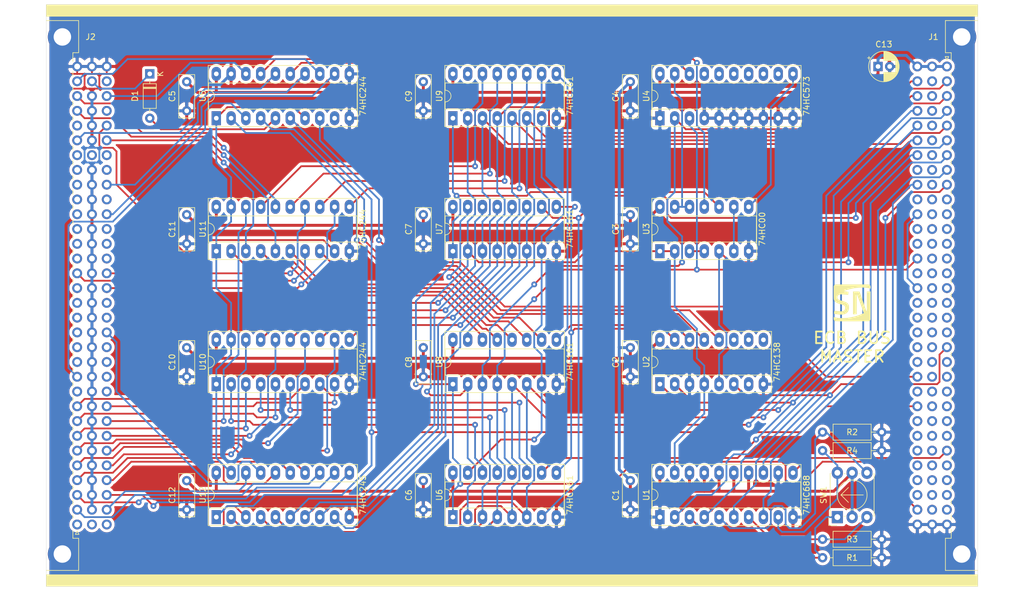
<source format=kicad_pcb>
(kicad_pcb (version 20171130) (host pcbnew 5.1.9)
  (layers (0 F.Cu signal) (31 B.Cu signal) (34 B.Paste user) (35 F.Paste user) (36 B.SilkS user) (37 F.SilkS user) (38 B.Mask user) (39 F.Mask user) (44 Edge.Cuts user))
  (net 0 "")
  (net 1 GND)
  (net 2 VCC)
  (net 3 SRESB)
  (net 4 "Net-(D1-Pad2)")
  (net 5 "Net-(R1-Pad1)")
  (net 6 "Net-(R2-Pad1)")
  (net 7 "Net-(R3-Pad1)")
  (net 8 "Net-(R4-Pad1)")
  (net 9 "Net-(U1-Pad19)")
  (net 10 MA7)
  (net 11 MA6)
  (net 12 MA5)
  (net 13 ~MM1)
  (net 14 MA4)
  (net 15 ~MIORQ)
  (net 16 MA0)
  (net 17 "Net-(U2-Pad9)")
  (net 18 MA1)
  (net 19 "Net-(U2-Pad10)")
  (net 20 "Net-(U2-Pad11)")
  (net 21 "Net-(U2-Pad12)")
  (net 22 MA3)
  (net 23 "Net-(U2-Pad13)")
  (net 24 "Net-(U2-Pad14)")
  (net 25 "Net-(U2-Pad7)")
  (net 26 "Net-(U2-Pad15)")
  (net 27 "Net-(U3-Pad8)")
  (net 28 "Net-(U3-Pad6)")
  (net 29 "Net-(U3-Pad3)")
  (net 30 ~MRESET)
  (net 31 "Net-(U3-Pad11)")
  (net 32 "Net-(U3-Pad12)")
  (net 33 MD0)
  (net 34 "Net-(U4-Pad12)")
  (net 35 MD1)
  (net 36 "Net-(U4-Pad13)")
  (net 37 "Net-(U4-Pad14)")
  (net 38 "Net-(U4-Pad15)")
  (net 39 "Net-(U4-Pad16)")
  (net 40 "Net-(U4-Pad17)")
  (net 41 "Net-(U4-Pad18)")
  (net 42 ~BUSACK)
  (net 43 ~SWR)
  (net 44 ~SBUSRQ)
  (net 45 ~SBUSACK)
  (net 46 ~SRD)
  (net 47 ~MRD)
  (net 48 ~SIORQ)
  (net 49 ~MWR)
  (net 50 ~SMREQ)
  (net 51 "Net-(U5-Pad9)")
  (net 52 "Net-(U6-Pad15)")
  (net 53 MA2)
  (net 54 "Net-(U10-Pad2)")
  (net 55 MD3)
  (net 56 "Net-(U10-Pad4)")
  (net 57 MD2)
  (net 58 "Net-(U10-Pad6)")
  (net 59 "Net-(U10-Pad8)")
  (net 60 MD4)
  (net 61 "Net-(U10-Pad11)")
  (net 62 MD5)
  (net 63 "Net-(U10-Pad13)")
  (net 64 MD6)
  (net 65 "Net-(U10-Pad15)")
  (net 66 MD7)
  (net 67 "Net-(U10-Pad17)")
  (net 68 "Net-(U7-Pad15)")
  (net 69 "Net-(U8-Pad15)")
  (net 70 "Net-(U11-Pad2)")
  (net 71 "Net-(U11-Pad4)")
  (net 72 "Net-(U11-Pad6)")
  (net 73 "Net-(U11-Pad8)")
  (net 74 "Net-(U11-Pad11)")
  (net 75 "Net-(U11-Pad13)")
  (net 76 "Net-(U11-Pad15)")
  (net 77 "Net-(U11-Pad17)")
  (net 78 "Net-(U9-Pad15)")
  (net 79 SA3)
  (net 80 SA4)
  (net 81 SA2)
  (net 82 SA5)
  (net 83 SA1)
  (net 84 SA6)
  (net 85 SA0)
  (net 86 SA7)
  (net 87 SA15)
  (net 88 SA8)
  (net 89 SA14)
  (net 90 SA9)
  (net 91 SA13)
  (net 92 SA10)
  (net 93 SA12)
  (net 94 SA11)
  (net 95 SD0)
  (net 96 SD1)
  (net 97 SD2)
  (net 98 SD3)
  (net 99 SD4)
  (net 100 SD5)
  (net 101 SD6)
  (net 102 SD7)
  (net 103 "Net-(J1-PadC30)")
  (net 104 "Net-(J1-PadC29)")
  (net 105 "Net-(J1-PadC28)")
  (net 106 "Net-(J1-PadC27)")
  (net 107 "Net-(J1-PadC26)")
  (net 108 "Net-(J1-PadC25)")
  (net 109 "Net-(J1-PadC23)")
  (net 110 "Net-(J1-PadC21)")
  (net 111 "Net-(J1-PadC20)")
  (net 112 "Net-(J1-PadC19)")
  (net 113 "Net-(J1-PadC18)")
  (net 114 "Net-(J1-PadC17)")
  (net 115 "Net-(J1-PadC11)")
  (net 116 "Net-(J1-PadC15)")
  (net 117 "Net-(J1-PadC13)")
  (net 118 "Net-(J1-PadC12)")
  (net 119 "Net-(J1-PadC10)")
  (net 120 "Net-(J1-PadC8)")
  (net 121 "Net-(J1-PadB31)")
  (net 122 "Net-(J1-PadB30)")
  (net 123 "Net-(J1-PadB29)")
  (net 124 "Net-(J1-PadB28)")
  (net 125 "Net-(J1-PadB27)")
  (net 126 "Net-(J1-PadB26)")
  (net 127 "Net-(J1-PadB25)")
  (net 128 "Net-(J1-PadB24)")
  (net 129 "Net-(J1-PadB23)")
  (net 130 "Net-(J1-PadB22)")
  (net 131 "Net-(J1-PadB21)")
  (net 132 "Net-(J1-PadB20)")
  (net 133 "Net-(J1-PadB19)")
  (net 134 "Net-(J1-PadB18)")
  (net 135 "Net-(J1-PadB17)")
  (net 136 "Net-(J1-PadB16)")
  (net 137 "Net-(J1-PadB15)")
  (net 138 "Net-(J1-PadB14)")
  (net 139 "Net-(J1-PadB13)")
  (net 140 "Net-(J1-PadB12)")
  (net 141 "Net-(J1-PadB11)")
  (net 142 "Net-(J1-PadB10)")
  (net 143 "Net-(J1-PadB9)")
  (net 144 "Net-(J1-PadB8)")
  (net 145 "Net-(J1-PadB7)")
  (net 146 "Net-(J1-PadB6)")
  (net 147 "Net-(J1-PadB5)")
  (net 148 "Net-(J1-PadB4)")
  (net 149 "Net-(J1-PadB3)")
  (net 150 "Net-(J1-PadB2)")
  (net 151 "Net-(J1-PadA31)")
  (net 152 "Net-(J1-PadA30)")
  (net 153 "Net-(J1-PadA29)")
  (net 154 "Net-(J1-PadA28)")
  (net 155 "Net-(J1-PadA26)")
  (net 156 "Net-(J1-PadA25)")
  (net 157 "Net-(J1-PadA24)")
  (net 158 "Net-(J1-PadA23)")
  (net 159 "Net-(J1-PadA22)")
  (net 160 "Net-(J1-PadA21)")
  (net 161 "Net-(J1-PadA19)")
  (net 162 "Net-(J1-PadA18)")
  (net 163 "Net-(J1-PadA17)")
  (net 164 "Net-(J1-PadA16)")
  (net 165 "Net-(J1-PadA15)")
  (net 166 "Net-(J1-PadA14)")
  (net 167 "Net-(J1-PadA13)")
  (net 168 "Net-(J1-PadA12)")
  (net 169 "Net-(J1-PadA11)")
  (net 170 "Net-(J1-PadA10)")
  (net 171 "Net-(J2-PadA1)")
  (net 172 "Net-(J2-PadA10)")
  (net 173 "Net-(J2-PadA12)")
  (net 174 "Net-(J2-PadA13)")
  (net 175 "Net-(J2-PadA14)")
  (net 176 "Net-(J2-PadA15)")
  (net 177 "Net-(J2-PadA16)")
  (net 178 "Net-(J2-PadA17)")
  (net 179 "Net-(J2-PadA19)")
  (net 180 "Net-(J2-PadA20)")
  (net 181 "Net-(J2-PadA21)")
  (net 182 "Net-(J2-PadA22)")
  (net 183 "Net-(J2-PadA23)")
  (net 184 "Net-(J2-PadA24)")
  (net 185 "Net-(J2-PadA25)")
  (net 186 "Net-(J2-PadA26)")
  (net 187 "Net-(J2-PadA28)")
  (net 188 "Net-(J2-PadB1)")
  (net 189 "Net-(J2-PadB26)")
  (net 190 "Net-(J2-PadC1)")
  (net 191 "Net-(J2-PadC10)")
  (net 192 "Net-(J2-PadC11)")
  (net 193 "Net-(J2-PadC12)")
  (net 194 "Net-(J2-PadC13)")
  (net 195 "Net-(J2-PadC15)")
  (net 196 "Net-(J2-PadC16)")
  (net 197 "Net-(J2-PadC19)")
  (net 198 "Net-(J2-PadC20)")
  (net 199 "Net-(J2-PadC21)")
  (net 200 "Net-(J2-PadC23)")
  (net 201 "Net-(J2-PadC25)")
  (net 202 "Net-(J2-PadC26)")
  (net 203 "Net-(J2-PadC29)")
  (net 204 "Net-(J2-PadC31)")
  (module common:logo (layer F.Cu) (at 188.42 101.27)
    (fp_text reference G*** hide)
    (fp_text value LOGO hide)
  )
  (module Package_DIP:DIP-20_W7.62mm_Socket_LongPads (layer F.Cu) (at 79.2 138.1 90)
    (fp_text reference U12 (at 3.81 -2.33 90) (layer F.SilkS))
    (fp_text value 74HC245 (at 3.81 25.19 90) (layer F.SilkS))
    (pad 20 thru_hole oval (at 7.62 0 90) (size 2.4 1.6) (drill 0.8) (layers *.Cu *.Mask) (net 2 VCC))
    (pad 10 thru_hole oval (at 0 22.86 90) (size 2.4 1.6) (drill 0.8) (layers *.Cu *.Mask) (net 1 GND))
    (pad 19 thru_hole oval (at 7.62 2.54 90) (size 2.4 1.6) (drill 0.8) (layers *.Cu *.Mask) (net 42 ~BUSACK))
    (pad 9 thru_hole oval (at 0 20.32 90) (size 2.4 1.6) (drill 0.8) (layers *.Cu *.Mask) (net 66 MD7))
    (pad 18 thru_hole oval (at 7.62 5.08 90) (size 2.4 1.6) (drill 0.8) (layers *.Cu *.Mask) (net 95 SD0))
    (pad 8 thru_hole oval (at 0 17.78 90) (size 2.4 1.6) (drill 0.8) (layers *.Cu *.Mask) (net 64 MD6))
    (pad 17 thru_hole oval (at 7.62 7.62 90) (size 2.4 1.6) (drill 0.8) (layers *.Cu *.Mask) (net 96 SD1))
    (pad 7 thru_hole oval (at 0 15.24 90) (size 2.4 1.6) (drill 0.8) (layers *.Cu *.Mask) (net 62 MD5))
    (pad 16 thru_hole oval (at 7.62 10.16 90) (size 2.4 1.6) (drill 0.8) (layers *.Cu *.Mask) (net 97 SD2))
    (pad 6 thru_hole oval (at 0 12.7 90) (size 2.4 1.6) (drill 0.8) (layers *.Cu *.Mask) (net 60 MD4))
    (pad 15 thru_hole oval (at 7.62 12.7 90) (size 2.4 1.6) (drill 0.8) (layers *.Cu *.Mask) (net 98 SD3))
    (pad 5 thru_hole oval (at 0 10.16 90) (size 2.4 1.6) (drill 0.8) (layers *.Cu *.Mask) (net 55 MD3))
    (pad 14 thru_hole oval (at 7.62 15.24 90) (size 2.4 1.6) (drill 0.8) (layers *.Cu *.Mask) (net 99 SD4))
    (pad 4 thru_hole oval (at 0 7.62 90) (size 2.4 1.6) (drill 0.8) (layers *.Cu *.Mask) (net 57 MD2))
    (pad 13 thru_hole oval (at 7.62 17.78 90) (size 2.4 1.6) (drill 0.8) (layers *.Cu *.Mask) (net 100 SD5))
    (pad 3 thru_hole oval (at 0 5.08 90) (size 2.4 1.6) (drill 0.8) (layers *.Cu *.Mask) (net 35 MD1))
    (pad 12 thru_hole oval (at 7.62 20.32 90) (size 2.4 1.6) (drill 0.8) (layers *.Cu *.Mask) (net 101 SD6))
    (pad 2 thru_hole oval (at 0 2.54 90) (size 2.4 1.6) (drill 0.8) (layers *.Cu *.Mask) (net 33 MD0))
    (pad 11 thru_hole oval (at 7.62 22.86 90) (size 2.4 1.6) (drill 0.8) (layers *.Cu *.Mask) (net 102 SD7))
    (pad 1 thru_hole rect (at 0 0 90) (size 2.4 1.6) (drill 0.8) (layers *.Cu *.Mask) (net 47 ~MRD))
  )
  (module Resistor_THT:R_Axial_DIN0207_L6.3mm_D2.5mm_P10.16mm_Horizontal (layer F.Cu) (at 183.34 141.91)
    (fp_text reference R3 (at 5.08 0) (layer F.SilkS))
    (fp_text value R)
    (pad 1 thru_hole circle (at 0 0) (size 1.6 1.6) (drill 0.8) (layers *.Cu *.Mask) (net 7 "Net-(R3-Pad1)"))
    (pad 2 thru_hole oval (at 10.16 0) (size 1.6 1.6) (drill 0.8) (layers *.Cu *.Mask) (net 1 GND))
  )
  (module Package_DIP:DIP-16_W7.62mm_Socket_LongPads (layer F.Cu) (at 119.84 69.52 90)
    (fp_text reference U9 (at 3.81 -2.33 90) (layer F.SilkS))
    (fp_text value 74HC161 (at 3.81 20.11 90) (layer F.SilkS))
    (pad 1 thru_hole rect (at 0 0 90) (size 2.4 1.6) (drill 0.8) (layers *.Cu *.Mask) (net 30 ~MRESET))
    (pad 9 thru_hole oval (at 7.62 17.78 90) (size 2.4 1.6) (drill 0.8) (layers *.Cu *.Mask) (net 24 "Net-(U2-Pad14)"))
    (pad 2 thru_hole oval (at 0 2.54 90) (size 2.4 1.6) (drill 0.8) (layers *.Cu *.Mask) (net 9 "Net-(U1-Pad19)"))
    (pad 10 thru_hole oval (at 7.62 15.24 90) (size 2.4 1.6) (drill 0.8) (layers *.Cu *.Mask) (net 69 "Net-(U8-Pad15)"))
    (pad 3 thru_hole oval (at 0 5.08 90) (size 2.4 1.6) (drill 0.8) (layers *.Cu *.Mask) (net 60 MD4))
    (pad 11 thru_hole oval (at 7.62 12.7 90) (size 2.4 1.6) (drill 0.8) (layers *.Cu *.Mask) (net 74 "Net-(U11-Pad11)"))
    (pad 4 thru_hole oval (at 0 7.62 90) (size 2.4 1.6) (drill 0.8) (layers *.Cu *.Mask) (net 62 MD5))
    (pad 12 thru_hole oval (at 7.62 10.16 90) (size 2.4 1.6) (drill 0.8) (layers *.Cu *.Mask) (net 75 "Net-(U11-Pad13)"))
    (pad 5 thru_hole oval (at 0 10.16 90) (size 2.4 1.6) (drill 0.8) (layers *.Cu *.Mask) (net 64 MD6))
    (pad 13 thru_hole oval (at 7.62 7.62 90) (size 2.4 1.6) (drill 0.8) (layers *.Cu *.Mask) (net 76 "Net-(U11-Pad15)"))
    (pad 6 thru_hole oval (at 0 12.7 90) (size 2.4 1.6) (drill 0.8) (layers *.Cu *.Mask) (net 66 MD7))
    (pad 14 thru_hole oval (at 7.62 5.08 90) (size 2.4 1.6) (drill 0.8) (layers *.Cu *.Mask) (net 77 "Net-(U11-Pad17)"))
    (pad 7 thru_hole oval (at 0 15.24 90) (size 2.4 1.6) (drill 0.8) (layers *.Cu *.Mask) (net 52 "Net-(U6-Pad15)"))
    (pad 15 thru_hole oval (at 7.62 2.54 90) (size 2.4 1.6) (drill 0.8) (layers *.Cu *.Mask) (net 78 "Net-(U9-Pad15)"))
    (pad 8 thru_hole oval (at 0 17.78 90) (size 2.4 1.6) (drill 0.8) (layers *.Cu *.Mask) (net 1 GND))
    (pad 16 thru_hole oval (at 7.62 0 90) (size 2.4 1.6) (drill 0.8) (layers *.Cu *.Mask) (net 2 VCC))
  )
  (module Capacitor_THT:C_Rect_L7.2mm_W2.5mm_P5.00mm_FKS2_FKP2_MKS2_MKP2 (layer F.Cu) (at 150.32 136.83 90)
    (fp_text reference C1 (at 2.5 -2.5 90) (layer F.SilkS))
    (fp_text value 100nF)
    (pad 1 thru_hole oval (at 0 0 90) (size 1.6 1.6) (drill 0.8) (layers *.Cu *.Mask) (net 1 GND))
    (pad 2 thru_hole oval (at 5 0 90) (size 1.6 1.6) (drill 0.8) (layers *.Cu *.Mask) (net 2 VCC))
  )
  (module Capacitor_THT:C_Rect_L7.2mm_W2.5mm_P5.00mm_FKS2_FKP2_MKS2_MKP2 (layer F.Cu) (at 150.32 113.97 90)
    (fp_text reference C2 (at 2.5 -2.5 90) (layer F.SilkS))
    (fp_text value 100nF)
    (pad 2 thru_hole oval (at 5 0 90) (size 1.6 1.6) (drill 0.8) (layers *.Cu *.Mask) (net 2 VCC))
    (pad 1 thru_hole oval (at 0 0 90) (size 1.6 1.6) (drill 0.8) (layers *.Cu *.Mask) (net 1 GND))
  )
  (module Capacitor_THT:C_Rect_L7.2mm_W2.5mm_P5.00mm_FKS2_FKP2_MKS2_MKP2 (layer F.Cu) (at 150.32 91.11 90)
    (fp_text reference C3 (at 2.5 -2.5 90) (layer F.SilkS))
    (fp_text value 100nF)
    (pad 2 thru_hole oval (at 5 0 90) (size 1.6 1.6) (drill 0.8) (layers *.Cu *.Mask) (net 2 VCC))
    (pad 1 thru_hole oval (at 0 0 90) (size 1.6 1.6) (drill 0.8) (layers *.Cu *.Mask) (net 1 GND))
  )
  (module Capacitor_THT:C_Rect_L7.2mm_W2.5mm_P5.00mm_FKS2_FKP2_MKS2_MKP2 (layer F.Cu) (at 150.32 68.25 90)
    (fp_text reference C4 (at 2.5 -2.5 90) (layer F.SilkS))
    (fp_text value 100nF)
    (pad 1 thru_hole oval (at 0 0 90) (size 1.6 1.6) (drill 0.8) (layers *.Cu *.Mask) (net 1 GND))
    (pad 2 thru_hole oval (at 5 0 90) (size 1.6 1.6) (drill 0.8) (layers *.Cu *.Mask) (net 2 VCC))
  )
  (module Capacitor_THT:C_Rect_L7.2mm_W2.5mm_P5.00mm_FKS2_FKP2_MKS2_MKP2 (layer F.Cu) (at 74.12 68.25 90)
    (fp_text reference C5 (at 2.5 -2.5 90) (layer F.SilkS))
    (fp_text value 100nF)
    (pad 1 thru_hole oval (at 0 0 90) (size 1.6 1.6) (drill 0.8) (layers *.Cu *.Mask) (net 1 GND))
    (pad 2 thru_hole oval (at 5 0 90) (size 1.6 1.6) (drill 0.8) (layers *.Cu *.Mask) (net 2 VCC))
  )
  (module Capacitor_THT:C_Rect_L7.2mm_W2.5mm_P5.00mm_FKS2_FKP2_MKS2_MKP2 (layer F.Cu) (at 114.76 136.83 90)
    (fp_text reference C6 (at 2.5 -2.5 90) (layer F.SilkS))
    (fp_text value 100nF)
    (pad 2 thru_hole oval (at 5 0 90) (size 1.6 1.6) (drill 0.8) (layers *.Cu *.Mask) (net 2 VCC))
    (pad 1 thru_hole oval (at 0 0 90) (size 1.6 1.6) (drill 0.8) (layers *.Cu *.Mask) (net 1 GND))
  )
  (module Capacitor_THT:C_Rect_L7.2mm_W2.5mm_P5.00mm_FKS2_FKP2_MKS2_MKP2 (layer F.Cu) (at 114.76 91.11 90)
    (fp_text reference C7 (at 2.5 -2.5 90) (layer F.SilkS))
    (fp_text value 100nF)
    (pad 2 thru_hole oval (at 5 0 90) (size 1.6 1.6) (drill 0.8) (layers *.Cu *.Mask) (net 2 VCC))
    (pad 1 thru_hole oval (at 0 0 90) (size 1.6 1.6) (drill 0.8) (layers *.Cu *.Mask) (net 1 GND))
  )
  (module Capacitor_THT:C_Rect_L7.2mm_W2.5mm_P5.00mm_FKS2_FKP2_MKS2_MKP2 (layer F.Cu) (at 114.76 113.97 90)
    (fp_text reference C8 (at 2.5 -2.5 90) (layer F.SilkS))
    (fp_text value 100nF)
    (pad 1 thru_hole oval (at 0 0 90) (size 1.6 1.6) (drill 0.8) (layers *.Cu *.Mask) (net 1 GND))
    (pad 2 thru_hole oval (at 5 0 90) (size 1.6 1.6) (drill 0.8) (layers *.Cu *.Mask) (net 2 VCC))
  )
  (module Capacitor_THT:C_Rect_L7.2mm_W2.5mm_P5.00mm_FKS2_FKP2_MKS2_MKP2 (layer F.Cu) (at 114.76 68.25 90)
    (fp_text reference C9 (at 2.5 -2.5 90) (layer F.SilkS))
    (fp_text value 100nF)
    (pad 1 thru_hole oval (at 0 0 90) (size 1.6 1.6) (drill 0.8) (layers *.Cu *.Mask) (net 1 GND))
    (pad 2 thru_hole oval (at 5 0 90) (size 1.6 1.6) (drill 0.8) (layers *.Cu *.Mask) (net 2 VCC))
  )
  (module Capacitor_THT:C_Rect_L7.2mm_W2.5mm_P5.00mm_FKS2_FKP2_MKS2_MKP2 (layer F.Cu) (at 74.12 113.97 90)
    (fp_text reference C10 (at 2.5 -2.5 90) (layer F.SilkS))
    (fp_text value 100nF)
    (pad 2 thru_hole oval (at 5 0 90) (size 1.6 1.6) (drill 0.8) (layers *.Cu *.Mask) (net 2 VCC))
    (pad 1 thru_hole oval (at 0 0 90) (size 1.6 1.6) (drill 0.8) (layers *.Cu *.Mask) (net 1 GND))
  )
  (module Capacitor_THT:C_Rect_L7.2mm_W2.5mm_P5.00mm_FKS2_FKP2_MKS2_MKP2 (layer F.Cu) (at 74.12 91.11 90)
    (fp_text reference C11 (at 2.5 -2.5 90) (layer F.SilkS))
    (fp_text value 100nF)
    (pad 2 thru_hole oval (at 5 0 90) (size 1.6 1.6) (drill 0.8) (layers *.Cu *.Mask) (net 2 VCC))
    (pad 1 thru_hole oval (at 0 0 90) (size 1.6 1.6) (drill 0.8) (layers *.Cu *.Mask) (net 1 GND))
  )
  (module Capacitor_THT:C_Rect_L7.2mm_W2.5mm_P5.00mm_FKS2_FKP2_MKS2_MKP2 (layer F.Cu) (at 74.12 136.83 90)
    (fp_text reference C12 (at 2.5 -2.5 90) (layer F.SilkS))
    (fp_text value 100nF)
    (pad 1 thru_hole oval (at 0 0 90) (size 1.6 1.6) (drill 0.8) (layers *.Cu *.Mask) (net 1 GND))
    (pad 2 thru_hole oval (at 5 0 90) (size 1.6 1.6) (drill 0.8) (layers *.Cu *.Mask) (net 2 VCC))
  )
  (module Capacitor_THT:CP_Radial_D5.0mm_P2.00mm (layer F.Cu) (at 192.865 60.63)
    (fp_text reference C13 (at 1 -3.81) (layer F.SilkS))
    (fp_text value CP)
    (pad 1 thru_hole rect (at 0 0) (size 1.6 1.6) (drill 0.8) (layers *.Cu *.Mask) (net 2 VCC))
    (pad 2 thru_hole oval (at 2 0) (size 1.6 1.6) (drill 0.8) (layers *.Cu *.Mask) (net 1 GND))
  )
  (module Diode_THT:D_DO-35_SOD27_P7.62mm_Horizontal (layer F.Cu) (at 67.77 61.9 270)
    (fp_text reference D1 (at 3.81 2.54 90) (layer F.SilkS))
    (fp_text value BAT46)
    (fp_text user K (at 0 -1.8 90) (layer F.SilkS))
    (pad 1 thru_hole rect (at 0 0 270) (size 1.6 1.6) (drill 0.8) (layers *.Cu *.Mask) (net 3 SRESB))
    (pad 2 thru_hole oval (at 7.62 0 270) (size 1.6 1.6) (drill 0.8) (layers *.Cu *.Mask) (net 4 "Net-(D1-Pad2)"))
  )
  (module Connector_DIN:DIN41612_C_3x32_Male_Horizontal_THT (layer F.Cu) (at 204.7 60.63 270)
    (fp_text reference J1 (at -5.08 2.31 180) (layer F.SilkS))
    (fp_text value C96ABC)
    (pad C32 thru_hole oval (at 78.74 5.08 270) (size 1.7 1.7) (drill 1) (layers *.Cu *.Mask) (net 1 GND))
    (pad C31 thru_hole oval (at 76.2 5.08 270) (size 1.7 1.7) (drill 1) (layers *.Cu *.Mask) (net 30 ~MRESET))
    (pad C30 thru_hole oval (at 73.66 5.08 270) (size 1.7 1.7) (drill 1) (layers *.Cu *.Mask) (net 103 "Net-(J1-PadC30)"))
    (pad C29 thru_hole oval (at 71.12 5.08 270) (size 1.7 1.7) (drill 1) (layers *.Cu *.Mask) (net 104 "Net-(J1-PadC29)"))
    (pad C28 thru_hole oval (at 68.58 5.08 270) (size 1.7 1.7) (drill 1) (layers *.Cu *.Mask) (net 105 "Net-(J1-PadC28)"))
    (pad C27 thru_hole oval (at 66.04 5.08 270) (size 1.7 1.7) (drill 1) (layers *.Cu *.Mask) (net 106 "Net-(J1-PadC27)"))
    (pad C26 thru_hole oval (at 63.5 5.08 270) (size 1.7 1.7) (drill 1) (layers *.Cu *.Mask) (net 107 "Net-(J1-PadC26)"))
    (pad C25 thru_hole oval (at 60.96 5.08 270) (size 1.7 1.7) (drill 1) (layers *.Cu *.Mask) (net 108 "Net-(J1-PadC25)"))
    (pad C24 thru_hole oval (at 58.42 5.08 270) (size 1.7 1.7) (drill 1) (layers *.Cu *.Mask) (net 47 ~MRD))
    (pad C23 thru_hole oval (at 55.88 5.08 270) (size 1.7 1.7) (drill 1) (layers *.Cu *.Mask) (net 109 "Net-(J1-PadC23)"))
    (pad C22 thru_hole oval (at 53.34 5.08 270) (size 1.7 1.7) (drill 1) (layers *.Cu *.Mask) (net 49 ~MWR))
    (pad C21 thru_hole oval (at 50.8 5.08 270) (size 1.7 1.7) (drill 1) (layers *.Cu *.Mask) (net 110 "Net-(J1-PadC21)"))
    (pad C20 thru_hole oval (at 48.26 5.08 270) (size 1.7 1.7) (drill 1) (layers *.Cu *.Mask) (net 111 "Net-(J1-PadC20)"))
    (pad C19 thru_hole oval (at 45.72 5.08 270) (size 1.7 1.7) (drill 1) (layers *.Cu *.Mask) (net 112 "Net-(J1-PadC19)"))
    (pad C18 thru_hole oval (at 43.18 5.08 270) (size 1.7 1.7) (drill 1) (layers *.Cu *.Mask) (net 113 "Net-(J1-PadC18)"))
    (pad C17 thru_hole oval (at 40.64 5.08 270) (size 1.7 1.7) (drill 1) (layers *.Cu *.Mask) (net 114 "Net-(J1-PadC17)"))
    (pad C16 thru_hole oval (at 38.1 5.08 270) (size 1.7 1.7) (drill 1) (layers *.Cu *.Mask) (net 115 "Net-(J1-PadC11)"))
    (pad C15 thru_hole oval (at 35.56 5.08 270) (size 1.7 1.7) (drill 1) (layers *.Cu *.Mask) (net 116 "Net-(J1-PadC15)"))
    (pad C14 thru_hole oval (at 33.02 5.08 270) (size 1.7 1.7) (drill 1) (layers *.Cu *.Mask) (net 35 MD1))
    (pad C13 thru_hole oval (at 30.48 5.08 270) (size 1.7 1.7) (drill 1) (layers *.Cu *.Mask) (net 117 "Net-(J1-PadC13)"))
    (pad C12 thru_hole oval (at 27.94 5.08 270) (size 1.7 1.7) (drill 1) (layers *.Cu *.Mask) (net 118 "Net-(J1-PadC12)"))
    (pad C11 thru_hole oval (at 25.4 5.08 270) (size 1.7 1.7) (drill 1) (layers *.Cu *.Mask) (net 115 "Net-(J1-PadC11)"))
    (pad C10 thru_hole oval (at 22.86 5.08 270) (size 1.7 1.7) (drill 1) (layers *.Cu *.Mask) (net 119 "Net-(J1-PadC10)"))
    (pad C9 thru_hole oval (at 20.32 5.08 270) (size 1.7 1.7) (drill 1) (layers *.Cu *.Mask) (net 10 MA7))
    (pad C8 thru_hole oval (at 17.78 5.08 270) (size 1.7 1.7) (drill 1) (layers *.Cu *.Mask) (net 120 "Net-(J1-PadC8)"))
    (pad C7 thru_hole oval (at 15.24 5.08 270) (size 1.7 1.7) (drill 1) (layers *.Cu *.Mask) (net 18 MA1))
    (pad C6 thru_hole oval (at 12.7 5.08 270) (size 1.7 1.7) (drill 1) (layers *.Cu *.Mask) (net 22 MA3))
    (pad C5 thru_hole oval (at 10.16 5.08 270) (size 1.7 1.7) (drill 1) (layers *.Cu *.Mask) (net 16 MA0))
    (pad C4 thru_hole oval (at 7.62 5.08 270) (size 1.7 1.7) (drill 1) (layers *.Cu *.Mask) (net 57 MD2))
    (pad C3 thru_hole oval (at 5.08 5.08 270) (size 1.7 1.7) (drill 1) (layers *.Cu *.Mask) (net 66 MD7))
    (pad C2 thru_hole oval (at 2.54 5.08 270) (size 1.7 1.7) (drill 1) (layers *.Cu *.Mask) (net 33 MD0))
    (pad C1 thru_hole oval (at 0 5.08 270) (size 1.7 1.7) (drill 1) (layers *.Cu *.Mask) (net 2 VCC))
    (pad B32 thru_hole oval (at 78.74 2.54 270) (size 1.7 1.7) (drill 1) (layers *.Cu *.Mask) (net 1 GND))
    (pad B31 thru_hole oval (at 76.2 2.54 270) (size 1.7 1.7) (drill 1) (layers *.Cu *.Mask) (net 121 "Net-(J1-PadB31)"))
    (pad B30 thru_hole oval (at 73.66 2.54 270) (size 1.7 1.7) (drill 1) (layers *.Cu *.Mask) (net 122 "Net-(J1-PadB30)"))
    (pad B29 thru_hole oval (at 71.12 2.54 270) (size 1.7 1.7) (drill 1) (layers *.Cu *.Mask) (net 123 "Net-(J1-PadB29)"))
    (pad B28 thru_hole oval (at 68.58 2.54 270) (size 1.7 1.7) (drill 1) (layers *.Cu *.Mask) (net 124 "Net-(J1-PadB28)"))
    (pad B27 thru_hole oval (at 66.04 2.54 270) (size 1.7 1.7) (drill 1) (layers *.Cu *.Mask) (net 125 "Net-(J1-PadB27)"))
    (pad B26 thru_hole oval (at 63.5 2.54 270) (size 1.7 1.7) (drill 1) (layers *.Cu *.Mask) (net 126 "Net-(J1-PadB26)"))
    (pad B25 thru_hole oval (at 60.96 2.54 270) (size 1.7 1.7) (drill 1) (layers *.Cu *.Mask) (net 127 "Net-(J1-PadB25)"))
    (pad B24 thru_hole oval (at 58.42 2.54 270) (size 1.7 1.7) (drill 1) (layers *.Cu *.Mask) (net 128 "Net-(J1-PadB24)"))
    (pad B23 thru_hole oval (at 55.88 2.54 270) (size 1.7 1.7) (drill 1) (layers *.Cu *.Mask) (net 129 "Net-(J1-PadB23)"))
    (pad B22 thru_hole oval (at 53.34 2.54 270) (size 1.7 1.7) (drill 1) (layers *.Cu *.Mask) (net 130 "Net-(J1-PadB22)"))
    (pad B21 thru_hole oval (at 50.8 2.54 270) (size 1.7 1.7) (drill 1) (layers *.Cu *.Mask) (net 131 "Net-(J1-PadB21)"))
    (pad B20 thru_hole oval (at 48.26 2.54 270) (size 1.7 1.7) (drill 1) (layers *.Cu *.Mask) (net 132 "Net-(J1-PadB20)"))
    (pad B19 thru_hole oval (at 45.72 2.54 270) (size 1.7 1.7) (drill 1) (layers *.Cu *.Mask) (net 133 "Net-(J1-PadB19)"))
    (pad B18 thru_hole oval (at 43.18 2.54 270) (size 1.7 1.7) (drill 1) (layers *.Cu *.Mask) (net 134 "Net-(J1-PadB18)"))
    (pad B17 thru_hole oval (at 40.64 2.54 270) (size 1.7 1.7) (drill 1) (layers *.Cu *.Mask) (net 135 "Net-(J1-PadB17)"))
    (pad B16 thru_hole oval (at 38.1 2.54 270) (size 1.7 1.7) (drill 1) (layers *.Cu *.Mask) (net 136 "Net-(J1-PadB16)"))
    (pad B15 thru_hole oval (at 35.56 2.54 270) (size 1.7 1.7) (drill 1) (layers *.Cu *.Mask) (net 137 "Net-(J1-PadB15)"))
    (pad B14 thru_hole oval (at 33.02 2.54 270) (size 1.7 1.7) (drill 1) (layers *.Cu *.Mask) (net 138 "Net-(J1-PadB14)"))
    (pad B13 thru_hole oval (at 30.48 2.54 270) (size 1.7 1.7) (drill 1) (layers *.Cu *.Mask) (net 139 "Net-(J1-PadB13)"))
    (pad B12 thru_hole oval (at 27.94 2.54 270) (size 1.7 1.7) (drill 1) (layers *.Cu *.Mask) (net 140 "Net-(J1-PadB12)"))
    (pad B11 thru_hole oval (at 25.4 2.54 270) (size 1.7 1.7) (drill 1) (layers *.Cu *.Mask) (net 141 "Net-(J1-PadB11)"))
    (pad B10 thru_hole oval (at 22.86 2.54 270) (size 1.7 1.7) (drill 1) (layers *.Cu *.Mask) (net 142 "Net-(J1-PadB10)"))
    (pad B9 thru_hole oval (at 20.32 2.54 270) (size 1.7 1.7) (drill 1) (layers *.Cu *.Mask) (net 143 "Net-(J1-PadB9)"))
    (pad B8 thru_hole oval (at 17.78 2.54 270) (size 1.7 1.7) (drill 1) (layers *.Cu *.Mask) (net 144 "Net-(J1-PadB8)"))
    (pad B7 thru_hole oval (at 15.24 2.54 270) (size 1.7 1.7) (drill 1) (layers *.Cu *.Mask) (net 145 "Net-(J1-PadB7)"))
    (pad B6 thru_hole oval (at 12.7 2.54 270) (size 1.7 1.7) (drill 1) (layers *.Cu *.Mask) (net 146 "Net-(J1-PadB6)"))
    (pad B5 thru_hole oval (at 10.16 2.54 270) (size 1.7 1.7) (drill 1) (layers *.Cu *.Mask) (net 147 "Net-(J1-PadB5)"))
    (pad B4 thru_hole oval (at 7.62 2.54 270) (size 1.7 1.7) (drill 1) (layers *.Cu *.Mask) (net 148 "Net-(J1-PadB4)"))
    (pad B3 thru_hole oval (at 5.08 2.54 270) (size 1.7 1.7) (drill 1) (layers *.Cu *.Mask) (net 149 "Net-(J1-PadB3)"))
    (pad B2 thru_hole oval (at 2.54 2.54 270) (size 1.7 1.7) (drill 1) (layers *.Cu *.Mask) (net 150 "Net-(J1-PadB2)"))
    (pad B1 thru_hole oval (at 0 2.54 270) (size 1.7 1.7) (drill 1) (layers *.Cu *.Mask) (net 2 VCC))
    (pad A32 thru_hole oval (at 78.74 0 270) (size 1.7 1.7) (drill 1) (layers *.Cu *.Mask) (net 1 GND))
    (pad A31 thru_hole oval (at 76.2 0 270) (size 1.7 1.7) (drill 1) (layers *.Cu *.Mask) (net 151 "Net-(J1-PadA31)"))
    (pad A30 thru_hole oval (at 73.66 0 270) (size 1.7 1.7) (drill 1) (layers *.Cu *.Mask) (net 152 "Net-(J1-PadA30)"))
    (pad A29 thru_hole oval (at 71.12 0 270) (size 1.7 1.7) (drill 1) (layers *.Cu *.Mask) (net 153 "Net-(J1-PadA29)"))
    (pad A28 thru_hole oval (at 68.58 0 270) (size 1.7 1.7) (drill 1) (layers *.Cu *.Mask) (net 154 "Net-(J1-PadA28)"))
    (pad A27 thru_hole oval (at 66.04 0 270) (size 1.7 1.7) (drill 1) (layers *.Cu *.Mask) (net 15 ~MIORQ))
    (pad A26 thru_hole oval (at 63.5 0 270) (size 1.7 1.7) (drill 1) (layers *.Cu *.Mask) (net 155 "Net-(J1-PadA26)"))
    (pad A25 thru_hole oval (at 60.96 0 270) (size 1.7 1.7) (drill 1) (layers *.Cu *.Mask) (net 156 "Net-(J1-PadA25)"))
    (pad A24 thru_hole oval (at 58.42 0 270) (size 1.7 1.7) (drill 1) (layers *.Cu *.Mask) (net 157 "Net-(J1-PadA24)"))
    (pad A23 thru_hole oval (at 55.88 0 270) (size 1.7 1.7) (drill 1) (layers *.Cu *.Mask) (net 158 "Net-(J1-PadA23)"))
    (pad A22 thru_hole oval (at 53.34 0 270) (size 1.7 1.7) (drill 1) (layers *.Cu *.Mask) (net 159 "Net-(J1-PadA22)"))
    (pad A21 thru_hole oval (at 50.8 0 270) (size 1.7 1.7) (drill 1) (layers *.Cu *.Mask) (net 160 "Net-(J1-PadA21)"))
    (pad A20 thru_hole oval (at 48.26 0 270) (size 1.7 1.7) (drill 1) (layers *.Cu *.Mask) (net 13 ~MM1))
    (pad A19 thru_hole oval (at 45.72 0 270) (size 1.7 1.7) (drill 1) (layers *.Cu *.Mask) (net 161 "Net-(J1-PadA19)"))
    (pad A18 thru_hole oval (at 43.18 0 270) (size 1.7 1.7) (drill 1) (layers *.Cu *.Mask) (net 162 "Net-(J1-PadA18)"))
    (pad A17 thru_hole oval (at 40.64 0 270) (size 1.7 1.7) (drill 1) (layers *.Cu *.Mask) (net 163 "Net-(J1-PadA17)"))
    (pad A16 thru_hole oval (at 38.1 0 270) (size 1.7 1.7) (drill 1) (layers *.Cu *.Mask) (net 164 "Net-(J1-PadA16)"))
    (pad A15 thru_hole oval (at 35.56 0 270) (size 1.7 1.7) (drill 1) (layers *.Cu *.Mask) (net 165 "Net-(J1-PadA15)"))
    (pad A14 thru_hole oval (at 33.02 0 270) (size 1.7 1.7) (drill 1) (layers *.Cu *.Mask) (net 166 "Net-(J1-PadA14)"))
    (pad A13 thru_hole oval (at 30.48 0 270) (size 1.7 1.7) (drill 1) (layers *.Cu *.Mask) (net 167 "Net-(J1-PadA13)"))
    (pad A12 thru_hole oval (at 27.94 0 270) (size 1.7 1.7) (drill 1) (layers *.Cu *.Mask) (net 168 "Net-(J1-PadA12)"))
    (pad A11 thru_hole oval (at 25.4 0 270) (size 1.7 1.7) (drill 1) (layers *.Cu *.Mask) (net 169 "Net-(J1-PadA11)"))
    (pad A10 thru_hole oval (at 22.86 0 270) (size 1.7 1.7) (drill 1) (layers *.Cu *.Mask) (net 170 "Net-(J1-PadA10)"))
    (pad A9 thru_hole oval (at 20.32 0 270) (size 1.7 1.7) (drill 1) (layers *.Cu *.Mask) (net 11 MA6))
    (pad A8 thru_hole oval (at 17.78 0 270) (size 1.7 1.7) (drill 1) (layers *.Cu *.Mask) (net 12 MA5))
    (pad A7 thru_hole oval (at 15.24 0 270) (size 1.7 1.7) (drill 1) (layers *.Cu *.Mask) (net 14 MA4))
    (pad A6 thru_hole oval (at 12.7 0 270) (size 1.7 1.7) (drill 1) (layers *.Cu *.Mask) (net 53 MA2))
    (pad A5 thru_hole oval (at 10.16 0 270) (size 1.7 1.7) (drill 1) (layers *.Cu *.Mask) (net 60 MD4))
    (pad A4 thru_hole oval (at 7.62 0 270) (size 1.7 1.7) (drill 1) (layers *.Cu *.Mask) (net 55 MD3))
    (pad A3 thru_hole oval (at 5.08 0 270) (size 1.7 1.7) (drill 1) (layers *.Cu *.Mask) (net 64 MD6))
    (pad A2 thru_hole oval (at 2.54 0 270) (size 1.7 1.7) (drill 1) (layers *.Cu *.Mask) (net 62 MD5))
    (pad A1 thru_hole oval (at 0 0 270) (size 1.7 1.7) (drill 1) (layers *.Cu *.Mask) (net 2 VCC))
    (pad A32 thru_hole oval (at 83.82 -2.54 270) (size 5 5) (drill 3) (layers *.Cu *.Mask) (net 1 GND))
    (pad A32 thru_hole oval (at -5.08 -2.54 270) (size 5 5) (drill 3) (layers *.Cu *.Mask) (net 1 GND))
  )
  (module Connector_DIN:DIN41612_C_3x32_Male_Horizontal_THT (layer F.Cu) (at 55.3 139.37 90)
    (fp_text reference J2 (at 83.82 2.31 180) (layer F.SilkS))
    (fp_text value C96ABC)
    (pad A32 thru_hole oval (at -5.08 -2.54 90) (size 5 5) (drill 3) (layers *.Cu *.Mask) (net 1 GND))
    (pad A32 thru_hole oval (at 83.82 -2.54 90) (size 5 5) (drill 3) (layers *.Cu *.Mask) (net 1 GND))
    (pad A1 thru_hole oval (at 0 0 90) (size 1.7 1.7) (drill 1) (layers *.Cu *.Mask) (net 171 "Net-(J2-PadA1)"))
    (pad A2 thru_hole oval (at 2.54 0 90) (size 1.7 1.7) (drill 1) (layers *.Cu *.Mask) (net 100 SD5))
    (pad A3 thru_hole oval (at 5.08 0 90) (size 1.7 1.7) (drill 1) (layers *.Cu *.Mask) (net 101 SD6))
    (pad A4 thru_hole oval (at 7.62 0 90) (size 1.7 1.7) (drill 1) (layers *.Cu *.Mask) (net 98 SD3))
    (pad A5 thru_hole oval (at 10.16 0 90) (size 1.7 1.7) (drill 1) (layers *.Cu *.Mask) (net 99 SD4))
    (pad A6 thru_hole oval (at 12.7 0 90) (size 1.7 1.7) (drill 1) (layers *.Cu *.Mask) (net 81 SA2))
    (pad A7 thru_hole oval (at 15.24 0 90) (size 1.7 1.7) (drill 1) (layers *.Cu *.Mask) (net 80 SA4))
    (pad A8 thru_hole oval (at 17.78 0 90) (size 1.7 1.7) (drill 1) (layers *.Cu *.Mask) (net 82 SA5))
    (pad A9 thru_hole oval (at 20.32 0 90) (size 1.7 1.7) (drill 1) (layers *.Cu *.Mask) (net 84 SA6))
    (pad A10 thru_hole oval (at 22.86 0 90) (size 1.7 1.7) (drill 1) (layers *.Cu *.Mask) (net 172 "Net-(J2-PadA10)"))
    (pad A11 thru_hole oval (at 25.4 0 90) (size 1.7 1.7) (drill 1) (layers *.Cu *.Mask) (net 44 ~SBUSRQ))
    (pad A12 thru_hole oval (at 27.94 0 90) (size 1.7 1.7) (drill 1) (layers *.Cu *.Mask) (net 173 "Net-(J2-PadA12)"))
    (pad A13 thru_hole oval (at 30.48 0 90) (size 1.7 1.7) (drill 1) (layers *.Cu *.Mask) (net 174 "Net-(J2-PadA13)"))
    (pad A14 thru_hole oval (at 33.02 0 90) (size 1.7 1.7) (drill 1) (layers *.Cu *.Mask) (net 175 "Net-(J2-PadA14)"))
    (pad A15 thru_hole oval (at 35.56 0 90) (size 1.7 1.7) (drill 1) (layers *.Cu *.Mask) (net 176 "Net-(J2-PadA15)"))
    (pad A16 thru_hole oval (at 38.1 0 90) (size 1.7 1.7) (drill 1) (layers *.Cu *.Mask) (net 177 "Net-(J2-PadA16)"))
    (pad A17 thru_hole oval (at 40.64 0 90) (size 1.7 1.7) (drill 1) (layers *.Cu *.Mask) (net 178 "Net-(J2-PadA17)"))
    (pad A18 thru_hole oval (at 43.18 0 90) (size 1.7 1.7) (drill 1) (layers *.Cu *.Mask) (net 89 SA14))
    (pad A19 thru_hole oval (at 45.72 0 90) (size 1.7 1.7) (drill 1) (layers *.Cu *.Mask) (net 179 "Net-(J2-PadA19)"))
    (pad A20 thru_hole oval (at 48.26 0 90) (size 1.7 1.7) (drill 1) (layers *.Cu *.Mask) (net 180 "Net-(J2-PadA20)"))
    (pad A21 thru_hole oval (at 50.8 0 90) (size 1.7 1.7) (drill 1) (layers *.Cu *.Mask) (net 181 "Net-(J2-PadA21)"))
    (pad A22 thru_hole oval (at 53.34 0 90) (size 1.7 1.7) (drill 1) (layers *.Cu *.Mask) (net 182 "Net-(J2-PadA22)"))
    (pad A23 thru_hole oval (at 55.88 0 90) (size 1.7 1.7) (drill 1) (layers *.Cu *.Mask) (net 183 "Net-(J2-PadA23)"))
    (pad A24 thru_hole oval (at 58.42 0 90) (size 1.7 1.7) (drill 1) (layers *.Cu *.Mask) (net 184 "Net-(J2-PadA24)"))
    (pad A25 thru_hole oval (at 60.96 0 90) (size 1.7 1.7) (drill 1) (layers *.Cu *.Mask) (net 185 "Net-(J2-PadA25)"))
    (pad A26 thru_hole oval (at 63.5 0 90) (size 1.7 1.7) (drill 1) (layers *.Cu *.Mask) (net 186 "Net-(J2-PadA26)"))
    (pad A27 thru_hole oval (at 66.04 0 90) (size 1.7 1.7) (drill 1) (layers *.Cu *.Mask) (net 48 ~SIORQ))
    (pad A28 thru_hole oval (at 68.58 0 90) (size 1.7 1.7) (drill 1) (layers *.Cu *.Mask) (net 187 "Net-(J2-PadA28)"))
    (pad A29 thru_hole oval (at 71.12 0 90) (size 1.7 1.7) (drill 1) (layers *.Cu *.Mask) (net 91 SA13))
    (pad A30 thru_hole oval (at 73.66 0 90) (size 1.7 1.7) (drill 1) (layers *.Cu *.Mask) (net 90 SA9))
    (pad A31 thru_hole oval (at 76.2 0 90) (size 1.7 1.7) (drill 1) (layers *.Cu *.Mask) (net 45 ~SBUSACK))
    (pad A32 thru_hole oval (at 78.74 0 90) (size 1.7 1.7) (drill 1) (layers *.Cu *.Mask) (net 1 GND))
    (pad B1 thru_hole oval (at 0 2.54 90) (size 1.7 1.7) (drill 1) (layers *.Cu *.Mask) (net 188 "Net-(J2-PadB1)"))
    (pad B2 thru_hole oval (at 2.54 2.54 90) (size 1.7 1.7) (drill 1) (layers *.Cu *.Mask) (net 1 GND))
    (pad B3 thru_hole oval (at 5.08 2.54 90) (size 1.7 1.7) (drill 1) (layers *.Cu *.Mask) (net 1 GND))
    (pad B4 thru_hole oval (at 7.62 2.54 90) (size 1.7 1.7) (drill 1) (layers *.Cu *.Mask) (net 1 GND))
    (pad B5 thru_hole oval (at 10.16 2.54 90) (size 1.7 1.7) (drill 1) (layers *.Cu *.Mask) (net 1 GND))
    (pad B6 thru_hole oval (at 12.7 2.54 90) (size 1.7 1.7) (drill 1) (layers *.Cu *.Mask) (net 1 GND))
    (pad B7 thru_hole oval (at 15.24 2.54 90) (size 1.7 1.7) (drill 1) (layers *.Cu *.Mask) (net 1 GND))
    (pad B8 thru_hole oval (at 17.78 2.54 90) (size 1.7 1.7) (drill 1) (layers *.Cu *.Mask) (net 1 GND))
    (pad B9 thru_hole oval (at 20.32 2.54 90) (size 1.7 1.7) (drill 1) (layers *.Cu *.Mask) (net 1 GND))
    (pad B10 thru_hole oval (at 22.86 2.54 90) (size 1.7 1.7) (drill 1) (layers *.Cu *.Mask) (net 1 GND))
    (pad B11 thru_hole oval (at 25.4 2.54 90) (size 1.7 1.7) (drill 1) (layers *.Cu *.Mask) (net 1 GND))
    (pad B12 thru_hole oval (at 27.94 2.54 90) (size 1.7 1.7) (drill 1) (layers *.Cu *.Mask) (net 1 GND))
    (pad B13 thru_hole oval (at 30.48 2.54 90) (size 1.7 1.7) (drill 1) (layers *.Cu *.Mask) (net 1 GND))
    (pad B14 thru_hole oval (at 33.02 2.54 90) (size 1.7 1.7) (drill 1) (layers *.Cu *.Mask) (net 1 GND))
    (pad B15 thru_hole oval (at 35.56 2.54 90) (size 1.7 1.7) (drill 1) (layers *.Cu *.Mask) (net 1 GND))
    (pad B16 thru_hole oval (at 38.1 2.54 90) (size 1.7 1.7) (drill 1) (layers *.Cu *.Mask) (net 1 GND))
    (pad B17 thru_hole oval (at 40.64 2.54 90) (size 1.7 1.7) (drill 1) (layers *.Cu *.Mask) (net 1 GND))
    (pad B18 thru_hole oval (at 43.18 2.54 90) (size 1.7 1.7) (drill 1) (layers *.Cu *.Mask) (net 1 GND))
    (pad B19 thru_hole oval (at 45.72 2.54 90) (size 1.7 1.7) (drill 1) (layers *.Cu *.Mask) (net 1 GND))
    (pad B20 thru_hole oval (at 48.26 2.54 90) (size 1.7 1.7) (drill 1) (layers *.Cu *.Mask) (net 1 GND))
    (pad B21 thru_hole oval (at 50.8 2.54 90) (size 1.7 1.7) (drill 1) (layers *.Cu *.Mask) (net 1 GND))
    (pad B22 thru_hole oval (at 53.34 2.54 90) (size 1.7 1.7) (drill 1) (layers *.Cu *.Mask) (net 1 GND))
    (pad B23 thru_hole oval (at 55.88 2.54 90) (size 1.7 1.7) (drill 1) (layers *.Cu *.Mask) (net 1 GND))
    (pad B24 thru_hole oval (at 58.42 2.54 90) (size 1.7 1.7) (drill 1) (layers *.Cu *.Mask) (net 1 GND))
    (pad B25 thru_hole oval (at 60.96 2.54 90) (size 1.7 1.7) (drill 1) (layers *.Cu *.Mask) (net 1 GND))
    (pad B26 thru_hole oval (at 63.5 2.54 90) (size 1.7 1.7) (drill 1) (layers *.Cu *.Mask) (net 189 "Net-(J2-PadB26)"))
    (pad B27 thru_hole oval (at 66.04 2.54 90) (size 1.7 1.7) (drill 1) (layers *.Cu *.Mask) (net 1 GND))
    (pad B28 thru_hole oval (at 68.58 2.54 90) (size 1.7 1.7) (drill 1) (layers *.Cu *.Mask) (net 1 GND))
    (pad B29 thru_hole oval (at 71.12 2.54 90) (size 1.7 1.7) (drill 1) (layers *.Cu *.Mask) (net 1 GND))
    (pad B30 thru_hole oval (at 73.66 2.54 90) (size 1.7 1.7) (drill 1) (layers *.Cu *.Mask) (net 1 GND))
    (pad B31 thru_hole oval (at 76.2 2.54 90) (size 1.7 1.7) (drill 1) (layers *.Cu *.Mask) (net 3 SRESB))
    (pad B32 thru_hole oval (at 78.74 2.54 90) (size 1.7 1.7) (drill 1) (layers *.Cu *.Mask) (net 1 GND))
    (pad C1 thru_hole oval (at 0 5.08 90) (size 1.7 1.7) (drill 1) (layers *.Cu *.Mask) (net 190 "Net-(J2-PadC1)"))
    (pad C2 thru_hole oval (at 2.54 5.08 90) (size 1.7 1.7) (drill 1) (layers *.Cu *.Mask) (net 95 SD0))
    (pad C3 thru_hole oval (at 5.08 5.08 90) (size 1.7 1.7) (drill 1) (layers *.Cu *.Mask) (net 102 SD7))
    (pad C4 thru_hole oval (at 7.62 5.08 90) (size 1.7 1.7) (drill 1) (layers *.Cu *.Mask) (net 97 SD2))
    (pad C5 thru_hole oval (at 10.16 5.08 90) (size 1.7 1.7) (drill 1) (layers *.Cu *.Mask) (net 85 SA0))
    (pad C6 thru_hole oval (at 12.7 5.08 90) (size 1.7 1.7) (drill 1) (layers *.Cu *.Mask) (net 79 SA3))
    (pad C7 thru_hole oval (at 15.24 5.08 90) (size 1.7 1.7) (drill 1) (layers *.Cu *.Mask) (net 83 SA1))
    (pad C8 thru_hole oval (at 17.78 5.08 90) (size 1.7 1.7) (drill 1) (layers *.Cu *.Mask) (net 88 SA8))
    (pad C9 thru_hole oval (at 20.32 5.08 90) (size 1.7 1.7) (drill 1) (layers *.Cu *.Mask) (net 86 SA7))
    (pad C10 thru_hole oval (at 22.86 5.08 90) (size 1.7 1.7) (drill 1) (layers *.Cu *.Mask) (net 191 "Net-(J2-PadC10)"))
    (pad C11 thru_hole oval (at 25.4 5.08 90) (size 1.7 1.7) (drill 1) (layers *.Cu *.Mask) (net 192 "Net-(J2-PadC11)"))
    (pad C12 thru_hole oval (at 27.94 5.08 90) (size 1.7 1.7) (drill 1) (layers *.Cu *.Mask) (net 193 "Net-(J2-PadC12)"))
    (pad C13 thru_hole oval (at 30.48 5.08 90) (size 1.7 1.7) (drill 1) (layers *.Cu *.Mask) (net 194 "Net-(J2-PadC13)"))
    (pad C14 thru_hole oval (at 33.02 5.08 90) (size 1.7 1.7) (drill 1) (layers *.Cu *.Mask) (net 96 SD1))
    (pad C15 thru_hole oval (at 35.56 5.08 90) (size 1.7 1.7) (drill 1) (layers *.Cu *.Mask) (net 195 "Net-(J2-PadC15)"))
    (pad C16 thru_hole oval (at 38.1 5.08 90) (size 1.7 1.7) (drill 1) (layers *.Cu *.Mask) (net 196 "Net-(J2-PadC16)"))
    (pad C17 thru_hole oval (at 40.64 5.08 90) (size 1.7 1.7) (drill 1) (layers *.Cu *.Mask) (net 94 SA11))
    (pad C18 thru_hole oval (at 43.18 5.08 90) (size 1.7 1.7) (drill 1) (layers *.Cu *.Mask) (net 92 SA10))
    (pad C19 thru_hole oval (at 45.72 5.08 90) (size 1.7 1.7) (drill 1) (layers *.Cu *.Mask) (net 197 "Net-(J2-PadC19)"))
    (pad C20 thru_hole oval (at 48.26 5.08 90) (size 1.7 1.7) (drill 1) (layers *.Cu *.Mask) (net 198 "Net-(J2-PadC20)"))
    (pad C21 thru_hole oval (at 50.8 5.08 90) (size 1.7 1.7) (drill 1) (layers *.Cu *.Mask) (net 199 "Net-(J2-PadC21)"))
    (pad C22 thru_hole oval (at 53.34 5.08 90) (size 1.7 1.7) (drill 1) (layers *.Cu *.Mask) (net 43 ~SWR))
    (pad C23 thru_hole oval (at 55.88 5.08 90) (size 1.7 1.7) (drill 1) (layers *.Cu *.Mask) (net 200 "Net-(J2-PadC23)"))
    (pad C24 thru_hole oval (at 58.42 5.08 90) (size 1.7 1.7) (drill 1) (layers *.Cu *.Mask) (net 46 ~SRD))
    (pad C25 thru_hole oval (at 60.96 5.08 90) (size 1.7 1.7) (drill 1) (layers *.Cu *.Mask) (net 201 "Net-(J2-PadC25)"))
    (pad C26 thru_hole oval (at 63.5 5.08 90) (size 1.7 1.7) (drill 1) (layers *.Cu *.Mask) (net 202 "Net-(J2-PadC26)"))
    (pad C27 thru_hole oval (at 66.04 5.08 90) (size 1.7 1.7) (drill 1) (layers *.Cu *.Mask) (net 93 SA12))
    (pad C28 thru_hole oval (at 68.58 5.08 90) (size 1.7 1.7) (drill 1) (layers *.Cu *.Mask) (net 87 SA15))
    (pad C29 thru_hole oval (at 71.12 5.08 90) (size 1.7 1.7) (drill 1) (layers *.Cu *.Mask) (net 203 "Net-(J2-PadC29)"))
    (pad C30 thru_hole oval (at 73.66 5.08 90) (size 1.7 1.7) (drill 1) (layers *.Cu *.Mask) (net 50 ~SMREQ))
    (pad C31 thru_hole oval (at 76.2 5.08 90) (size 1.7 1.7) (drill 1) (layers *.Cu *.Mask) (net 204 "Net-(J2-PadC31)"))
    (pad C32 thru_hole oval (at 78.74 5.08 90) (size 1.7 1.7) (drill 1) (layers *.Cu *.Mask) (net 1 GND))
  )
  (module Resistor_THT:R_Axial_DIN0207_L6.3mm_D2.5mm_P10.16mm_Horizontal (layer F.Cu) (at 183.34 145.085)
    (fp_text reference R1 (at 5.08 0) (layer F.SilkS))
    (fp_text value R)
    (pad 1 thru_hole circle (at 0 0) (size 1.6 1.6) (drill 0.8) (layers *.Cu *.Mask) (net 5 "Net-(R1-Pad1)"))
    (pad 2 thru_hole oval (at 10.16 0) (size 1.6 1.6) (drill 0.8) (layers *.Cu *.Mask) (net 1 GND))
  )
  (module Resistor_THT:R_Axial_DIN0207_L6.3mm_D2.5mm_P10.16mm_Horizontal (layer F.Cu) (at 183.34 123.495)
    (fp_text reference R2 (at 5.08 0) (layer F.SilkS))
    (fp_text value R)
    (pad 2 thru_hole oval (at 10.16 0) (size 1.6 1.6) (drill 0.8) (layers *.Cu *.Mask) (net 1 GND))
    (pad 1 thru_hole circle (at 0 0) (size 1.6 1.6) (drill 0.8) (layers *.Cu *.Mask) (net 6 "Net-(R2-Pad1)"))
  )
  (module Resistor_THT:R_Axial_DIN0207_L6.3mm_D2.5mm_P10.16mm_Horizontal (layer F.Cu) (at 183.34 126.67)
    (fp_text reference R4 (at 5.08 0) (layer F.SilkS))
    (fp_text value R)
    (pad 2 thru_hole oval (at 10.16 0) (size 1.6 1.6) (drill 0.8) (layers *.Cu *.Mask) (net 1 GND))
    (pad 1 thru_hole circle (at 0 0) (size 1.6 1.6) (drill 0.8) (layers *.Cu *.Mask) (net 8 "Net-(R4-Pad1)"))
  )
  (module Button_Switch_THT:Nidec_Copal_SH-7010C (layer F.Cu) (at 185.88 138.1 90)
    (fp_text reference SW1 (at 3.81 -2.36 90) (layer F.SilkS))
    (fp_text value SW_Coded_SH-7050)
    (pad 1 thru_hole rect (at 0 0 90) (size 2.1 1.9) (drill 1) (layers *.Cu *.Mask) (net 5 "Net-(R1-Pad1)"))
    (pad 8 thru_hole oval (at 7.62 0 90) (size 2.1 1.9) (drill 1) (layers *.Cu *.Mask) (net 8 "Net-(R4-Pad1)"))
    (pad C thru_hole oval (at 0 2.54 90) (size 2.1 1.9) (drill 1) (layers *.Cu *.Mask) (net 2 VCC))
    (pad C thru_hole oval (at 7.62 2.54 90) (size 2.1 1.9) (drill 1) (layers *.Cu *.Mask) (net 2 VCC))
    (pad 4 thru_hole oval (at 0 5.08 90) (size 2.1 1.9) (drill 1) (layers *.Cu *.Mask) (net 7 "Net-(R3-Pad1)"))
    (pad 2 thru_hole oval (at 7.62 5.08 90) (size 2.1 1.9) (drill 1) (layers *.Cu *.Mask) (net 6 "Net-(R2-Pad1)"))
  )
  (module Package_DIP:DIP-20_W7.62mm_Socket_LongPads (layer F.Cu) (at 155.4 138.1 90)
    (fp_text reference U1 (at 3.81 -2.33 90) (layer F.SilkS))
    (fp_text value 74HC688 (at 3.81 25.19 90) (layer F.SilkS))
    (pad 20 thru_hole oval (at 7.62 0 90) (size 2.4 1.6) (drill 0.8) (layers *.Cu *.Mask) (net 2 VCC))
    (pad 10 thru_hole oval (at 0 22.86 90) (size 2.4 1.6) (drill 0.8) (layers *.Cu *.Mask) (net 1 GND))
    (pad 19 thru_hole oval (at 7.62 2.54 90) (size 2.4 1.6) (drill 0.8) (layers *.Cu *.Mask) (net 9 "Net-(U1-Pad19)"))
    (pad 9 thru_hole oval (at 0 20.32 90) (size 2.4 1.6) (drill 0.8) (layers *.Cu *.Mask) (net 8 "Net-(R4-Pad1)"))
    (pad 18 thru_hole oval (at 7.62 5.08 90) (size 2.4 1.6) (drill 0.8) (layers *.Cu *.Mask) (net 2 VCC))
    (pad 8 thru_hole oval (at 0 17.78 90) (size 2.4 1.6) (drill 0.8) (layers *.Cu *.Mask) (net 10 MA7))
    (pad 17 thru_hole oval (at 7.62 7.62 90) (size 2.4 1.6) (drill 0.8) (layers *.Cu *.Mask) (net 2 VCC))
    (pad 7 thru_hole oval (at 0 15.24 90) (size 2.4 1.6) (drill 0.8) (layers *.Cu *.Mask) (net 7 "Net-(R3-Pad1)"))
    (pad 16 thru_hole oval (at 7.62 10.16 90) (size 2.4 1.6) (drill 0.8) (layers *.Cu *.Mask) (net 2 VCC))
    (pad 6 thru_hole oval (at 0 12.7 90) (size 2.4 1.6) (drill 0.8) (layers *.Cu *.Mask) (net 11 MA6))
    (pad 15 thru_hole oval (at 7.62 12.7 90) (size 2.4 1.6) (drill 0.8) (layers *.Cu *.Mask) (net 2 VCC))
    (pad 5 thru_hole oval (at 0 10.16 90) (size 2.4 1.6) (drill 0.8) (layers *.Cu *.Mask) (net 6 "Net-(R2-Pad1)"))
    (pad 14 thru_hole oval (at 7.62 15.24 90) (size 2.4 1.6) (drill 0.8) (layers *.Cu *.Mask) (net 2 VCC))
    (pad 4 thru_hole oval (at 0 7.62 90) (size 2.4 1.6) (drill 0.8) (layers *.Cu *.Mask) (net 12 MA5))
    (pad 13 thru_hole oval (at 7.62 17.78 90) (size 2.4 1.6) (drill 0.8) (layers *.Cu *.Mask) (net 13 ~MM1))
    (pad 3 thru_hole oval (at 0 5.08 90) (size 2.4 1.6) (drill 0.8) (layers *.Cu *.Mask) (net 5 "Net-(R1-Pad1)"))
    (pad 12 thru_hole oval (at 7.62 20.32 90) (size 2.4 1.6) (drill 0.8) (layers *.Cu *.Mask) (net 1 GND))
    (pad 2 thru_hole oval (at 0 2.54 90) (size 2.4 1.6) (drill 0.8) (layers *.Cu *.Mask) (net 14 MA4))
    (pad 11 thru_hole oval (at 7.62 22.86 90) (size 2.4 1.6) (drill 0.8) (layers *.Cu *.Mask) (net 15 ~MIORQ))
    (pad 1 thru_hole rect (at 0 0 90) (size 2.4 1.6) (drill 0.8) (layers *.Cu *.Mask) (net 1 GND))
  )
  (module Package_DIP:DIP-16_W7.62mm_Socket_LongPads (layer F.Cu) (at 155.4 115.24 90)
    (fp_text reference U2 (at 3.81 -2.33 90) (layer F.SilkS))
    (fp_text value 74HC138 (at 3.81 20.11 90) (layer F.SilkS))
    (pad 1 thru_hole rect (at 0 0 90) (size 2.4 1.6) (drill 0.8) (layers *.Cu *.Mask) (net 16 MA0))
    (pad 9 thru_hole oval (at 7.62 17.78 90) (size 2.4 1.6) (drill 0.8) (layers *.Cu *.Mask) (net 17 "Net-(U2-Pad9)"))
    (pad 2 thru_hole oval (at 0 2.54 90) (size 2.4 1.6) (drill 0.8) (layers *.Cu *.Mask) (net 18 MA1))
    (pad 10 thru_hole oval (at 7.62 15.24 90) (size 2.4 1.6) (drill 0.8) (layers *.Cu *.Mask) (net 19 "Net-(U2-Pad10)"))
    (pad 3 thru_hole oval (at 0 5.08 90) (size 2.4 1.6) (drill 0.8) (layers *.Cu *.Mask) (net 1 GND))
    (pad 11 thru_hole oval (at 7.62 12.7 90) (size 2.4 1.6) (drill 0.8) (layers *.Cu *.Mask) (net 20 "Net-(U2-Pad11)"))
    (pad 4 thru_hole oval (at 0 7.62 90) (size 2.4 1.6) (drill 0.8) (layers *.Cu *.Mask) (net 9 "Net-(U1-Pad19)"))
    (pad 12 thru_hole oval (at 7.62 10.16 90) (size 2.4 1.6) (drill 0.8) (layers *.Cu *.Mask) (net 21 "Net-(U2-Pad12)"))
    (pad 5 thru_hole oval (at 0 10.16 90) (size 2.4 1.6) (drill 0.8) (layers *.Cu *.Mask) (net 22 MA3))
    (pad 13 thru_hole oval (at 7.62 7.62 90) (size 2.4 1.6) (drill 0.8) (layers *.Cu *.Mask) (net 23 "Net-(U2-Pad13)"))
    (pad 6 thru_hole oval (at 0 12.7 90) (size 2.4 1.6) (drill 0.8) (layers *.Cu *.Mask) (net 13 ~MM1))
    (pad 14 thru_hole oval (at 7.62 5.08 90) (size 2.4 1.6) (drill 0.8) (layers *.Cu *.Mask) (net 24 "Net-(U2-Pad14)"))
    (pad 7 thru_hole oval (at 0 15.24 90) (size 2.4 1.6) (drill 0.8) (layers *.Cu *.Mask) (net 25 "Net-(U2-Pad7)"))
    (pad 15 thru_hole oval (at 7.62 2.54 90) (size 2.4 1.6) (drill 0.8) (layers *.Cu *.Mask) (net 26 "Net-(U2-Pad15)"))
    (pad 8 thru_hole oval (at 0 17.78 90) (size 2.4 1.6) (drill 0.8) (layers *.Cu *.Mask) (net 1 GND))
    (pad 16 thru_hole oval (at 7.62 0 90) (size 2.4 1.6) (drill 0.8) (layers *.Cu *.Mask) (net 2 VCC))
  )
  (module Package_DIP:DIP-14_W7.62mm_Socket_LongPads (layer F.Cu) (at 155.4 92.38 90)
    (fp_text reference U3 (at 3.81 -2.33 90) (layer F.SilkS))
    (fp_text value 74HC00 (at 3.81 17.57 90) (layer F.SilkS))
    (pad 1 thru_hole rect (at 0 0 90) (size 2.4 1.6) (drill 0.8) (layers *.Cu *.Mask) (net 9 "Net-(U1-Pad19)"))
    (pad 8 thru_hole oval (at 7.62 15.24 90) (size 2.4 1.6) (drill 0.8) (layers *.Cu *.Mask) (net 27 "Net-(U3-Pad8)"))
    (pad 2 thru_hole oval (at 0 2.54 90) (size 2.4 1.6) (drill 0.8) (layers *.Cu *.Mask) (net 9 "Net-(U1-Pad19)"))
    (pad 9 thru_hole oval (at 7.62 12.7 90) (size 2.4 1.6) (drill 0.8) (layers *.Cu *.Mask) (net 28 "Net-(U3-Pad6)"))
    (pad 3 thru_hole oval (at 0 5.08 90) (size 2.4 1.6) (drill 0.8) (layers *.Cu *.Mask) (net 29 "Net-(U3-Pad3)"))
    (pad 10 thru_hole oval (at 7.62 10.16 90) (size 2.4 1.6) (drill 0.8) (layers *.Cu *.Mask) (net 30 ~MRESET))
    (pad 4 thru_hole oval (at 0 7.62 90) (size 2.4 1.6) (drill 0.8) (layers *.Cu *.Mask) (net 29 "Net-(U3-Pad3)"))
    (pad 11 thru_hole oval (at 7.62 7.62 90) (size 2.4 1.6) (drill 0.8) (layers *.Cu *.Mask) (net 31 "Net-(U3-Pad11)"))
    (pad 5 thru_hole oval (at 0 10.16 90) (size 2.4 1.6) (drill 0.8) (layers *.Cu *.Mask) (net 22 MA3))
    (pad 12 thru_hole oval (at 7.62 5.08 90) (size 2.4 1.6) (drill 0.8) (layers *.Cu *.Mask) (net 32 "Net-(U3-Pad12)"))
    (pad 6 thru_hole oval (at 0 12.7 90) (size 2.4 1.6) (drill 0.8) (layers *.Cu *.Mask) (net 28 "Net-(U3-Pad6)"))
    (pad 13 thru_hole oval (at 7.62 2.54 90) (size 2.4 1.6) (drill 0.8) (layers *.Cu *.Mask) (net 32 "Net-(U3-Pad12)"))
    (pad 7 thru_hole oval (at 0 15.24 90) (size 2.4 1.6) (drill 0.8) (layers *.Cu *.Mask) (net 1 GND))
    (pad 14 thru_hole oval (at 7.62 0 90) (size 2.4 1.6) (drill 0.8) (layers *.Cu *.Mask) (net 2 VCC))
  )
  (module Package_DIP:DIP-20_W7.62mm_Socket_LongPads (layer F.Cu) (at 155.4 69.52 90)
    (fp_text reference U4 (at 3.81 -2.33 90) (layer F.SilkS))
    (fp_text value 74HC573 (at 3.81 25.19 90) (layer F.SilkS))
    (pad 1 thru_hole rect (at 0 0 90) (size 2.4 1.6) (drill 0.8) (layers *.Cu *.Mask) (net 1 GND))
    (pad 11 thru_hole oval (at 7.62 22.86 90) (size 2.4 1.6) (drill 0.8) (layers *.Cu *.Mask) (net 27 "Net-(U3-Pad8)"))
    (pad 2 thru_hole oval (at 0 2.54 90) (size 2.4 1.6) (drill 0.8) (layers *.Cu *.Mask) (net 33 MD0))
    (pad 12 thru_hole oval (at 7.62 20.32 90) (size 2.4 1.6) (drill 0.8) (layers *.Cu *.Mask) (net 34 "Net-(U4-Pad12)"))
    (pad 3 thru_hole oval (at 0 5.08 90) (size 2.4 1.6) (drill 0.8) (layers *.Cu *.Mask) (net 35 MD1))
    (pad 13 thru_hole oval (at 7.62 17.78 90) (size 2.4 1.6) (drill 0.8) (layers *.Cu *.Mask) (net 36 "Net-(U4-Pad13)"))
    (pad 4 thru_hole oval (at 0 7.62 90) (size 2.4 1.6) (drill 0.8) (layers *.Cu *.Mask) (net 1 GND))
    (pad 14 thru_hole oval (at 7.62 15.24 90) (size 2.4 1.6) (drill 0.8) (layers *.Cu *.Mask) (net 37 "Net-(U4-Pad14)"))
    (pad 5 thru_hole oval (at 0 10.16 90) (size 2.4 1.6) (drill 0.8) (layers *.Cu *.Mask) (net 1 GND))
    (pad 15 thru_hole oval (at 7.62 12.7 90) (size 2.4 1.6) (drill 0.8) (layers *.Cu *.Mask) (net 38 "Net-(U4-Pad15)"))
    (pad 6 thru_hole oval (at 0 12.7 90) (size 2.4 1.6) (drill 0.8) (layers *.Cu *.Mask) (net 1 GND))
    (pad 16 thru_hole oval (at 7.62 10.16 90) (size 2.4 1.6) (drill 0.8) (layers *.Cu *.Mask) (net 39 "Net-(U4-Pad16)"))
    (pad 7 thru_hole oval (at 0 15.24 90) (size 2.4 1.6) (drill 0.8) (layers *.Cu *.Mask) (net 1 GND))
    (pad 17 thru_hole oval (at 7.62 7.62 90) (size 2.4 1.6) (drill 0.8) (layers *.Cu *.Mask) (net 40 "Net-(U4-Pad17)"))
    (pad 8 thru_hole oval (at 0 17.78 90) (size 2.4 1.6) (drill 0.8) (layers *.Cu *.Mask) (net 1 GND))
    (pad 18 thru_hole oval (at 7.62 5.08 90) (size 2.4 1.6) (drill 0.8) (layers *.Cu *.Mask) (net 41 "Net-(U4-Pad18)"))
    (pad 9 thru_hole oval (at 0 20.32 90) (size 2.4 1.6) (drill 0.8) (layers *.Cu *.Mask) (net 1 GND))
    (pad 19 thru_hole oval (at 7.62 2.54 90) (size 2.4 1.6) (drill 0.8) (layers *.Cu *.Mask) (net 32 "Net-(U3-Pad12)"))
    (pad 10 thru_hole oval (at 0 22.86 90) (size 2.4 1.6) (drill 0.8) (layers *.Cu *.Mask) (net 1 GND))
    (pad 20 thru_hole oval (at 7.62 0 90) (size 2.4 1.6) (drill 0.8) (layers *.Cu *.Mask) (net 2 VCC))
  )
  (module Package_DIP:DIP-20_W7.62mm_Socket_LongPads (layer F.Cu) (at 79.2 69.52 90)
    (fp_text reference U5 (at 3.81 -2.33 90) (layer F.SilkS))
    (fp_text value 74HC244 (at 3.81 25.19 90) (layer F.SilkS))
    (pad 1 thru_hole rect (at 0 0 90) (size 2.4 1.6) (drill 0.8) (layers *.Cu *.Mask) (net 42 ~BUSACK))
    (pad 11 thru_hole oval (at 7.62 22.86 90) (size 2.4 1.6) (drill 0.8) (layers *.Cu *.Mask) (net 1 GND))
    (pad 2 thru_hole oval (at 0 2.54 90) (size 2.4 1.6) (drill 0.8) (layers *.Cu *.Mask) (net 23 "Net-(U2-Pad13)"))
    (pad 12 thru_hole oval (at 7.62 20.32 90) (size 2.4 1.6) (drill 0.8) (layers *.Cu *.Mask) (net 43 ~SWR))
    (pad 3 thru_hole oval (at 0 5.08 90) (size 2.4 1.6) (drill 0.8) (layers *.Cu *.Mask) (net 44 ~SBUSRQ))
    (pad 13 thru_hole oval (at 7.62 17.78 90) (size 2.4 1.6) (drill 0.8) (layers *.Cu *.Mask) (net 45 ~SBUSACK))
    (pad 4 thru_hole oval (at 0 7.62 90) (size 2.4 1.6) (drill 0.8) (layers *.Cu *.Mask) (net 21 "Net-(U2-Pad12)"))
    (pad 14 thru_hole oval (at 7.62 15.24 90) (size 2.4 1.6) (drill 0.8) (layers *.Cu *.Mask) (net 46 ~SRD))
    (pad 5 thru_hole oval (at 0 10.16 90) (size 2.4 1.6) (drill 0.8) (layers *.Cu *.Mask) (net 4 "Net-(D1-Pad2)"))
    (pad 15 thru_hole oval (at 7.62 12.7 90) (size 2.4 1.6) (drill 0.8) (layers *.Cu *.Mask) (net 41 "Net-(U4-Pad18)"))
    (pad 6 thru_hole oval (at 0 12.7 90) (size 2.4 1.6) (drill 0.8) (layers *.Cu *.Mask) (net 47 ~MRD))
    (pad 16 thru_hole oval (at 7.62 10.16 90) (size 2.4 1.6) (drill 0.8) (layers *.Cu *.Mask) (net 48 ~SIORQ))
    (pad 7 thru_hole oval (at 0 15.24 90) (size 2.4 1.6) (drill 0.8) (layers *.Cu *.Mask) (net 42 ~BUSACK))
    (pad 17 thru_hole oval (at 7.62 7.62 90) (size 2.4 1.6) (drill 0.8) (layers *.Cu *.Mask) (net 31 "Net-(U3-Pad11)"))
    (pad 8 thru_hole oval (at 0 17.78 90) (size 2.4 1.6) (drill 0.8) (layers *.Cu *.Mask) (net 49 ~MWR))
    (pad 18 thru_hole oval (at 7.62 5.08 90) (size 2.4 1.6) (drill 0.8) (layers *.Cu *.Mask) (net 50 ~SMREQ))
    (pad 9 thru_hole oval (at 0 20.32 90) (size 2.4 1.6) (drill 0.8) (layers *.Cu *.Mask) (net 51 "Net-(U5-Pad9)"))
    (pad 19 thru_hole oval (at 7.62 2.54 90) (size 2.4 1.6) (drill 0.8) (layers *.Cu *.Mask) (net 1 GND))
    (pad 10 thru_hole oval (at 0 22.86 90) (size 2.4 1.6) (drill 0.8) (layers *.Cu *.Mask) (net 1 GND))
    (pad 20 thru_hole oval (at 7.62 0 90) (size 2.4 1.6) (drill 0.8) (layers *.Cu *.Mask) (net 2 VCC))
  )
  (module Package_DIP:DIP-16_W7.62mm_Socket_LongPads (layer F.Cu) (at 119.84 138.1 90)
    (fp_text reference U6 (at 3.81 -2.33 90) (layer F.SilkS))
    (fp_text value 74HC161 (at 3.81 20.11 90) (layer F.SilkS))
    (pad 16 thru_hole oval (at 7.62 0 90) (size 2.4 1.6) (drill 0.8) (layers *.Cu *.Mask) (net 2 VCC))
    (pad 8 thru_hole oval (at 0 17.78 90) (size 2.4 1.6) (drill 0.8) (layers *.Cu *.Mask) (net 1 GND))
    (pad 15 thru_hole oval (at 7.62 2.54 90) (size 2.4 1.6) (drill 0.8) (layers *.Cu *.Mask) (net 52 "Net-(U6-Pad15)"))
    (pad 7 thru_hole oval (at 0 15.24 90) (size 2.4 1.6) (drill 0.8) (layers *.Cu *.Mask) (net 53 MA2))
    (pad 14 thru_hole oval (at 7.62 5.08 90) (size 2.4 1.6) (drill 0.8) (layers *.Cu *.Mask) (net 54 "Net-(U10-Pad2)"))
    (pad 6 thru_hole oval (at 0 12.7 90) (size 2.4 1.6) (drill 0.8) (layers *.Cu *.Mask) (net 55 MD3))
    (pad 13 thru_hole oval (at 7.62 7.62 90) (size 2.4 1.6) (drill 0.8) (layers *.Cu *.Mask) (net 56 "Net-(U10-Pad4)"))
    (pad 5 thru_hole oval (at 0 10.16 90) (size 2.4 1.6) (drill 0.8) (layers *.Cu *.Mask) (net 57 MD2))
    (pad 12 thru_hole oval (at 7.62 10.16 90) (size 2.4 1.6) (drill 0.8) (layers *.Cu *.Mask) (net 58 "Net-(U10-Pad6)"))
    (pad 4 thru_hole oval (at 0 7.62 90) (size 2.4 1.6) (drill 0.8) (layers *.Cu *.Mask) (net 35 MD1))
    (pad 11 thru_hole oval (at 7.62 12.7 90) (size 2.4 1.6) (drill 0.8) (layers *.Cu *.Mask) (net 59 "Net-(U10-Pad8)"))
    (pad 3 thru_hole oval (at 0 5.08 90) (size 2.4 1.6) (drill 0.8) (layers *.Cu *.Mask) (net 33 MD0))
    (pad 10 thru_hole oval (at 7.62 15.24 90) (size 2.4 1.6) (drill 0.8) (layers *.Cu *.Mask) (net 18 MA1))
    (pad 2 thru_hole oval (at 0 2.54 90) (size 2.4 1.6) (drill 0.8) (layers *.Cu *.Mask) (net 9 "Net-(U1-Pad19)"))
    (pad 9 thru_hole oval (at 7.62 17.78 90) (size 2.4 1.6) (drill 0.8) (layers *.Cu *.Mask) (net 26 "Net-(U2-Pad15)"))
    (pad 1 thru_hole rect (at 0 0 90) (size 2.4 1.6) (drill 0.8) (layers *.Cu *.Mask) (net 30 ~MRESET))
  )
  (module Package_DIP:DIP-16_W7.62mm_Socket_LongPads (layer F.Cu) (at 119.84 92.38 90)
    (fp_text reference U7 (at 3.81 -2.33 90) (layer F.SilkS))
    (fp_text value 74HC161 (at 3.81 20.11 90) (layer F.SilkS))
    (pad 1 thru_hole rect (at 0 0 90) (size 2.4 1.6) (drill 0.8) (layers *.Cu *.Mask) (net 30 ~MRESET))
    (pad 9 thru_hole oval (at 7.62 17.78 90) (size 2.4 1.6) (drill 0.8) (layers *.Cu *.Mask) (net 26 "Net-(U2-Pad15)"))
    (pad 2 thru_hole oval (at 0 2.54 90) (size 2.4 1.6) (drill 0.8) (layers *.Cu *.Mask) (net 9 "Net-(U1-Pad19)"))
    (pad 10 thru_hole oval (at 7.62 15.24 90) (size 2.4 1.6) (drill 0.8) (layers *.Cu *.Mask) (net 53 MA2))
    (pad 3 thru_hole oval (at 0 5.08 90) (size 2.4 1.6) (drill 0.8) (layers *.Cu *.Mask) (net 60 MD4))
    (pad 11 thru_hole oval (at 7.62 12.7 90) (size 2.4 1.6) (drill 0.8) (layers *.Cu *.Mask) (net 61 "Net-(U10-Pad11)"))
    (pad 4 thru_hole oval (at 0 7.62 90) (size 2.4 1.6) (drill 0.8) (layers *.Cu *.Mask) (net 62 MD5))
    (pad 12 thru_hole oval (at 7.62 10.16 90) (size 2.4 1.6) (drill 0.8) (layers *.Cu *.Mask) (net 63 "Net-(U10-Pad13)"))
    (pad 5 thru_hole oval (at 0 10.16 90) (size 2.4 1.6) (drill 0.8) (layers *.Cu *.Mask) (net 64 MD6))
    (pad 13 thru_hole oval (at 7.62 7.62 90) (size 2.4 1.6) (drill 0.8) (layers *.Cu *.Mask) (net 65 "Net-(U10-Pad15)"))
    (pad 6 thru_hole oval (at 0 12.7 90) (size 2.4 1.6) (drill 0.8) (layers *.Cu *.Mask) (net 66 MD7))
    (pad 14 thru_hole oval (at 7.62 5.08 90) (size 2.4 1.6) (drill 0.8) (layers *.Cu *.Mask) (net 67 "Net-(U10-Pad17)"))
    (pad 7 thru_hole oval (at 0 15.24 90) (size 2.4 1.6) (drill 0.8) (layers *.Cu *.Mask) (net 52 "Net-(U6-Pad15)"))
    (pad 15 thru_hole oval (at 7.62 2.54 90) (size 2.4 1.6) (drill 0.8) (layers *.Cu *.Mask) (net 68 "Net-(U7-Pad15)"))
    (pad 8 thru_hole oval (at 0 17.78 90) (size 2.4 1.6) (drill 0.8) (layers *.Cu *.Mask) (net 1 GND))
    (pad 16 thru_hole oval (at 7.62 0 90) (size 2.4 1.6) (drill 0.8) (layers *.Cu *.Mask) (net 2 VCC))
  )
  (module Package_DIP:DIP-16_W7.62mm_Socket_LongPads (layer F.Cu) (at 119.84 115.24 90)
    (fp_text reference U8 (at 3.81 -2.33 90) (layer F.SilkS))
    (fp_text value 74HC161 (at 3.81 20.11 90) (layer F.SilkS))
    (pad 16 thru_hole oval (at 7.62 0 90) (size 2.4 1.6) (drill 0.8) (layers *.Cu *.Mask) (net 2 VCC))
    (pad 8 thru_hole oval (at 0 17.78 90) (size 2.4 1.6) (drill 0.8) (layers *.Cu *.Mask) (net 1 GND))
    (pad 15 thru_hole oval (at 7.62 2.54 90) (size 2.4 1.6) (drill 0.8) (layers *.Cu *.Mask) (net 69 "Net-(U8-Pad15)"))
    (pad 7 thru_hole oval (at 0 15.24 90) (size 2.4 1.6) (drill 0.8) (layers *.Cu *.Mask) (net 52 "Net-(U6-Pad15)"))
    (pad 14 thru_hole oval (at 7.62 5.08 90) (size 2.4 1.6) (drill 0.8) (layers *.Cu *.Mask) (net 70 "Net-(U11-Pad2)"))
    (pad 6 thru_hole oval (at 0 12.7 90) (size 2.4 1.6) (drill 0.8) (layers *.Cu *.Mask) (net 55 MD3))
    (pad 13 thru_hole oval (at 7.62 7.62 90) (size 2.4 1.6) (drill 0.8) (layers *.Cu *.Mask) (net 71 "Net-(U11-Pad4)"))
    (pad 5 thru_hole oval (at 0 10.16 90) (size 2.4 1.6) (drill 0.8) (layers *.Cu *.Mask) (net 57 MD2))
    (pad 12 thru_hole oval (at 7.62 10.16 90) (size 2.4 1.6) (drill 0.8) (layers *.Cu *.Mask) (net 72 "Net-(U11-Pad6)"))
    (pad 4 thru_hole oval (at 0 7.62 90) (size 2.4 1.6) (drill 0.8) (layers *.Cu *.Mask) (net 35 MD1))
    (pad 11 thru_hole oval (at 7.62 12.7 90) (size 2.4 1.6) (drill 0.8) (layers *.Cu *.Mask) (net 73 "Net-(U11-Pad8)"))
    (pad 3 thru_hole oval (at 0 5.08 90) (size 2.4 1.6) (drill 0.8) (layers *.Cu *.Mask) (net 33 MD0))
    (pad 10 thru_hole oval (at 7.62 15.24 90) (size 2.4 1.6) (drill 0.8) (layers *.Cu *.Mask) (net 68 "Net-(U7-Pad15)"))
    (pad 2 thru_hole oval (at 0 2.54 90) (size 2.4 1.6) (drill 0.8) (layers *.Cu *.Mask) (net 9 "Net-(U1-Pad19)"))
    (pad 9 thru_hole oval (at 7.62 17.78 90) (size 2.4 1.6) (drill 0.8) (layers *.Cu *.Mask) (net 24 "Net-(U2-Pad14)"))
    (pad 1 thru_hole rect (at 0 0 90) (size 2.4 1.6) (drill 0.8) (layers *.Cu *.Mask) (net 30 ~MRESET))
  )
  (module Package_DIP:DIP-20_W7.62mm_Socket_LongPads (layer F.Cu) (at 79.2 115.24 90)
    (fp_text reference U10 (at 3.81 -2.33 90) (layer F.SilkS))
    (fp_text value 74HC244 (at 3.81 25.19 90) (layer F.SilkS))
    (pad 1 thru_hole rect (at 0 0 90) (size 2.4 1.6) (drill 0.8) (layers *.Cu *.Mask) (net 42 ~BUSACK))
    (pad 11 thru_hole oval (at 7.62 22.86 90) (size 2.4 1.6) (drill 0.8) (layers *.Cu *.Mask) (net 61 "Net-(U10-Pad11)"))
    (pad 2 thru_hole oval (at 0 2.54 90) (size 2.4 1.6) (drill 0.8) (layers *.Cu *.Mask) (net 54 "Net-(U10-Pad2)"))
    (pad 12 thru_hole oval (at 7.62 20.32 90) (size 2.4 1.6) (drill 0.8) (layers *.Cu *.Mask) (net 79 SA3))
    (pad 3 thru_hole oval (at 0 5.08 90) (size 2.4 1.6) (drill 0.8) (layers *.Cu *.Mask) (net 80 SA4))
    (pad 13 thru_hole oval (at 7.62 17.78 90) (size 2.4 1.6) (drill 0.8) (layers *.Cu *.Mask) (net 63 "Net-(U10-Pad13)"))
    (pad 4 thru_hole oval (at 0 7.62 90) (size 2.4 1.6) (drill 0.8) (layers *.Cu *.Mask) (net 56 "Net-(U10-Pad4)"))
    (pad 14 thru_hole oval (at 7.62 15.24 90) (size 2.4 1.6) (drill 0.8) (layers *.Cu *.Mask) (net 81 SA2))
    (pad 5 thru_hole oval (at 0 10.16 90) (size 2.4 1.6) (drill 0.8) (layers *.Cu *.Mask) (net 82 SA5))
    (pad 15 thru_hole oval (at 7.62 12.7 90) (size 2.4 1.6) (drill 0.8) (layers *.Cu *.Mask) (net 65 "Net-(U10-Pad15)"))
    (pad 6 thru_hole oval (at 0 12.7 90) (size 2.4 1.6) (drill 0.8) (layers *.Cu *.Mask) (net 58 "Net-(U10-Pad6)"))
    (pad 16 thru_hole oval (at 7.62 10.16 90) (size 2.4 1.6) (drill 0.8) (layers *.Cu *.Mask) (net 83 SA1))
    (pad 7 thru_hole oval (at 0 15.24 90) (size 2.4 1.6) (drill 0.8) (layers *.Cu *.Mask) (net 84 SA6))
    (pad 17 thru_hole oval (at 7.62 7.62 90) (size 2.4 1.6) (drill 0.8) (layers *.Cu *.Mask) (net 67 "Net-(U10-Pad17)"))
    (pad 8 thru_hole oval (at 0 17.78 90) (size 2.4 1.6) (drill 0.8) (layers *.Cu *.Mask) (net 59 "Net-(U10-Pad8)"))
    (pad 18 thru_hole oval (at 7.62 5.08 90) (size 2.4 1.6) (drill 0.8) (layers *.Cu *.Mask) (net 85 SA0))
    (pad 9 thru_hole oval (at 0 20.32 90) (size 2.4 1.6) (drill 0.8) (layers *.Cu *.Mask) (net 86 SA7))
    (pad 19 thru_hole oval (at 7.62 2.54 90) (size 2.4 1.6) (drill 0.8) (layers *.Cu *.Mask) (net 42 ~BUSACK))
    (pad 10 thru_hole oval (at 0 22.86 90) (size 2.4 1.6) (drill 0.8) (layers *.Cu *.Mask) (net 1 GND))
    (pad 20 thru_hole oval (at 7.62 0 90) (size 2.4 1.6) (drill 0.8) (layers *.Cu *.Mask) (net 2 VCC))
  )
  (module Package_DIP:DIP-20_W7.62mm_Socket_LongPads (layer F.Cu) (at 79.2 92.38 90)
    (fp_text reference U11 (at 3.81 -2.33 90) (layer F.SilkS))
    (fp_text value 74HC244 (at 3.81 25.19 90) (layer F.SilkS))
    (pad 20 thru_hole oval (at 7.62 0 90) (size 2.4 1.6) (drill 0.8) (layers *.Cu *.Mask) (net 2 VCC))
    (pad 10 thru_hole oval (at 0 22.86 90) (size 2.4 1.6) (drill 0.8) (layers *.Cu *.Mask) (net 1 GND))
    (pad 19 thru_hole oval (at 7.62 2.54 90) (size 2.4 1.6) (drill 0.8) (layers *.Cu *.Mask) (net 42 ~BUSACK))
    (pad 9 thru_hole oval (at 0 20.32 90) (size 2.4 1.6) (drill 0.8) (layers *.Cu *.Mask) (net 87 SA15))
    (pad 18 thru_hole oval (at 7.62 5.08 90) (size 2.4 1.6) (drill 0.8) (layers *.Cu *.Mask) (net 88 SA8))
    (pad 8 thru_hole oval (at 0 17.78 90) (size 2.4 1.6) (drill 0.8) (layers *.Cu *.Mask) (net 73 "Net-(U11-Pad8)"))
    (pad 17 thru_hole oval (at 7.62 7.62 90) (size 2.4 1.6) (drill 0.8) (layers *.Cu *.Mask) (net 77 "Net-(U11-Pad17)"))
    (pad 7 thru_hole oval (at 0 15.24 90) (size 2.4 1.6) (drill 0.8) (layers *.Cu *.Mask) (net 89 SA14))
    (pad 16 thru_hole oval (at 7.62 10.16 90) (size 2.4 1.6) (drill 0.8) (layers *.Cu *.Mask) (net 90 SA9))
    (pad 6 thru_hole oval (at 0 12.7 90) (size 2.4 1.6) (drill 0.8) (layers *.Cu *.Mask) (net 72 "Net-(U11-Pad6)"))
    (pad 15 thru_hole oval (at 7.62 12.7 90) (size 2.4 1.6) (drill 0.8) (layers *.Cu *.Mask) (net 76 "Net-(U11-Pad15)"))
    (pad 5 thru_hole oval (at 0 10.16 90) (size 2.4 1.6) (drill 0.8) (layers *.Cu *.Mask) (net 91 SA13))
    (pad 14 thru_hole oval (at 7.62 15.24 90) (size 2.4 1.6) (drill 0.8) (layers *.Cu *.Mask) (net 92 SA10))
    (pad 4 thru_hole oval (at 0 7.62 90) (size 2.4 1.6) (drill 0.8) (layers *.Cu *.Mask) (net 71 "Net-(U11-Pad4)"))
    (pad 13 thru_hole oval (at 7.62 17.78 90) (size 2.4 1.6) (drill 0.8) (layers *.Cu *.Mask) (net 75 "Net-(U11-Pad13)"))
    (pad 3 thru_hole oval (at 0 5.08 90) (size 2.4 1.6) (drill 0.8) (layers *.Cu *.Mask) (net 93 SA12))
    (pad 12 thru_hole oval (at 7.62 20.32 90) (size 2.4 1.6) (drill 0.8) (layers *.Cu *.Mask) (net 94 SA11))
    (pad 2 thru_hole oval (at 0 2.54 90) (size 2.4 1.6) (drill 0.8) (layers *.Cu *.Mask) (net 70 "Net-(U11-Pad2)"))
    (pad 11 thru_hole oval (at 7.62 22.86 90) (size 2.4 1.6) (drill 0.8) (layers *.Cu *.Mask) (net 74 "Net-(U11-Pad11)"))
    (pad 1 thru_hole rect (at 0 0 90) (size 2.4 1.6) (drill 0.8) (layers *.Cu *.Mask) (net 42 ~BUSACK))
  )
  (gr_text "ECB BUS\nMASTER" (at 188.42 108.89) (layer F.SilkS) (effects (font (size 2 2) (thickness 0.3))))
  (gr_poly (pts (xy 210 150) (xy 50 150) (xy 50 148) (xy 210 148)) (layer F.SilkS) (width 0.1))
  (gr_poly (pts (xy 210 52) (xy 50 52) (xy 50 50) (xy 210 50)) (layer F.SilkS) (width 0.1))
  (gr_line (start 50 150) (end 50 50) (layer Edge.Cuts) (width 0.05))
  (gr_line (start 210 150) (end 50 150) (layer Edge.Cuts) (width 0.05))
  (gr_line (start 210 50) (end 210 150) (layer Edge.Cuts) (width 0.05))
  (gr_line (start 50 50) (end 210 50) (layer Edge.Cuts) (width 0.05))
  (segment (start 150.32 66.345) (end 150.32 68.25) (width 0.5) (layer F.Cu) (net 1))
  (segment (start 114.76 66.345) (end 114.76 68.25) (width 0.5) (layer F.Cu) (net 1))
  (segment (start 150.32 91.11) (end 152.225 91.11) (width 0.5) (layer B.Cu) (net 1))
  (segment (start 150.32 113.97) (end 152.225 113.97) (width 0.5) (layer B.Cu) (net 1))
  (segment (start 152.225 113.97) (end 152.225 91.11) (width 0.5) (layer B.Cu) (net 1))
  (segment (start 114.76 134.925) (end 114.76 136.83) (width 0.5) (layer F.Cu) (net 1))
  (segment (start 114.76 113.97) (end 114.76 112.065) (width 0.5) (layer F.Cu) (net 1))
  (segment (start 114.76 89.205) (end 114.76 91.11) (width 0.5) (layer F.Cu) (net 1))
  (segment (start 178.26 66.345) (end 178.26 69.52) (width 0.5) (layer F.Cu) (net 1))
  (segment (start 137.62 66.345) (end 137.62 69.52) (width 0.5) (layer F.Cu) (net 1))
  (segment (start 137.62 66.345) (end 114.76 66.345) (width 0.5) (layer F.Cu) (net 1))
  (segment (start 150.32 66.345) (end 137.62 66.345) (width 0.5) (layer F.Cu) (net 1))
  (segment (start 150.32 89.205) (end 150.32 91.11) (width 0.5) (layer F.Cu) (net 1))
  (segment (start 150.32 113.97) (end 150.32 112.065) (width 0.5) (layer F.Cu) (net 1))
  (segment (start 160.48 115.24) (end 160.48 112.065) (width 0.5) (layer F.Cu) (net 1))
  (segment (start 150.32 112.065) (end 160.48 112.065) (width 0.5) (layer F.Cu) (net 1))
  (segment (start 150.32 136.83) (end 150.32 134.925) (width 0.5) (layer F.Cu) (net 1))
  (segment (start 178.26 138.1) (end 178.26 134.925) (width 0.5) (layer F.Cu) (net 1))
  (segment (start 155.4 138.1) (end 155.4 134.925) (width 0.5) (layer F.Cu) (net 1))
  (segment (start 150.32 134.925) (end 155.4 134.925) (width 0.5) (layer F.Cu) (net 1))
  (segment (start 155.4 134.925) (end 178.26 134.925) (width 0.5) (layer F.Cu) (net 1))
  (segment (start 137.62 138.1) (end 137.62 134.925) (width 0.5) (layer F.Cu) (net 1))
  (segment (start 150.32 134.925) (end 137.62 134.925) (width 0.5) (layer F.Cu) (net 1))
  (segment (start 137.62 134.925) (end 114.76 134.925) (width 0.5) (layer F.Cu) (net 1))
  (segment (start 102.06 138.1) (end 102.06 134.925) (width 0.5) (layer F.Cu) (net 1))
  (segment (start 114.76 134.925) (end 102.06 134.925) (width 0.5) (layer F.Cu) (net 1))
  (segment (start 102.06 115.24) (end 102.06 112.065) (width 0.5) (layer F.Cu) (net 1))
  (segment (start 114.76 112.065) (end 102.06 112.065) (width 0.5) (layer F.Cu) (net 1))
  (segment (start 102.06 92.38) (end 102.06 89.205) (width 0.5) (layer F.Cu) (net 1))
  (segment (start 102.06 89.205) (end 114.76 89.205) (width 0.5) (layer F.Cu) (net 1))
  (segment (start 102.06 69.52) (end 102.06 66.345) (width 0.5) (layer F.Cu) (net 1))
  (segment (start 175.72 69.52) (end 175.72 66.345) (width 0.5) (layer F.Cu) (net 1))
  (segment (start 178.26 66.345) (end 175.72 66.345) (width 0.5) (layer F.Cu) (net 1))
  (segment (start 173.18 69.52) (end 173.18 66.345) (width 0.5) (layer F.Cu) (net 1))
  (segment (start 175.72 66.345) (end 173.18 66.345) (width 0.5) (layer F.Cu) (net 1))
  (segment (start 170.64 69.52) (end 170.64 66.345) (width 0.5) (layer F.Cu) (net 1))
  (segment (start 170.64 66.345) (end 170.005 66.345) (width 0.5) (layer F.Cu) (net 1))
  (segment (start 173.18 66.345) (end 170.005 66.345) (width 0.5) (layer F.Cu) (net 1))
  (segment (start 168.1 66.345) (end 168.1 69.52) (width 0.5) (layer F.Cu) (net 1))
  (segment (start 170.005 66.345) (end 168.1 66.345) (width 0.5) (layer F.Cu) (net 1))
  (segment (start 168.1 66.345) (end 165.56 66.345) (width 0.5) (layer F.Cu) (net 1))
  (segment (start 165.56 69.52) (end 165.56 66.345) (width 0.5) (layer F.Cu) (net 1))
  (segment (start 163.02 69.52) (end 163.02 66.345) (width 0.5) (layer F.Cu) (net 1))
  (segment (start 165.56 66.345) (end 163.02 66.345) (width 0.5) (layer F.Cu) (net 1))
  (segment (start 155.4 69.52) (end 155.4 66.345) (width 0.5) (layer F.Cu) (net 1))
  (segment (start 163.02 66.345) (end 155.4 66.345) (width 0.5) (layer F.Cu) (net 1))
  (segment (start 155.4 66.345) (end 150.32 66.345) (width 0.5) (layer F.Cu) (net 1))
  (segment (start 102.06 61.9) (end 102.06 69.52) (width 0.5) (layer B.Cu) (net 1))
  (segment (start 137.62 92.38) (end 137.62 89.205) (width 0.5) (layer F.Cu) (net 1))
  (segment (start 114.76 89.205) (end 137.62 89.205) (width 0.5) (layer F.Cu) (net 1))
  (segment (start 137.62 89.205) (end 150.32 89.205) (width 0.5) (layer F.Cu) (net 1))
  (segment (start 137.62 115.24) (end 137.62 112.065) (width 0.5) (layer F.Cu) (net 1))
  (segment (start 150.32 112.065) (end 137.62 112.065) (width 0.5) (layer F.Cu) (net 1))
  (segment (start 137.62 112.065) (end 114.76 112.065) (width 0.5) (layer F.Cu) (net 1))
  (segment (start 175.72 130.48) (end 175.72 133.02) (width 0.5) (layer B.Cu) (net 1))
  (segment (start 178.26 135.56) (end 178.26 138.1) (width 0.5) (layer B.Cu) (net 1))
  (segment (start 175.72 133.02) (end 178.26 135.56) (width 0.5) (layer B.Cu) (net 1))
  (segment (start 74.12 66.345) (end 74.12 68.25) (width 0.5) (layer F.Cu) (net 1))
  (segment (start 114.76 66.345) (end 74.12 66.345) (width 0.5) (layer F.Cu) (net 1))
  (segment (start 74.12 66.345) (end 68.405 66.345) (width 0.5) (layer F.Cu) (net 1))
  (segment (start 60.38 60.63) (end 57.84 60.63) (width 0.5) (layer F.Cu) (net 1))
  (segment (start 57.84 60.63) (end 55.3 60.63) (width 0.5) (layer F.Cu) (net 1))
  (segment (start 74.12 66.345) (end 74.12 68.25) (width 0.5) (layer B.Cu) (net 1))
  (segment (start 76.675008 63.789992) (end 74.12 66.345) (width 0.5) (layer B.Cu) (net 1))
  (segment (start 81.74 61.9) (end 79.850008 63.789992) (width 0.5) (layer B.Cu) (net 1))
  (segment (start 79.850008 63.789992) (end 76.675008 63.789992) (width 0.5) (layer B.Cu) (net 1))
  (segment (start 193.5 123.495) (end 193.5 126.67) (width 0.5) (layer B.Cu) (net 1))
  (segment (start 193.5 126.67) (end 193.5 141.91) (width 0.5) (layer B.Cu) (net 1))
  (segment (start 193.5 141.91) (end 193.5 145.085) (width 0.5) (layer B.Cu) (net 1))
  (segment (start 193.5 138.1) (end 193.5 141.91) (width 0.5) (layer F.Cu) (net 1))
  (segment (start 178.26 134.925) (end 190.325 134.925) (width 0.5) (layer F.Cu) (net 1))
  (segment (start 190.325 134.925) (end 193.5 138.1) (width 0.5) (layer F.Cu) (net 1))
  (segment (start 204.7 139.37) (end 202.16 139.37) (width 0.5) (layer F.Cu) (net 1))
  (segment (start 199.62 139.37) (end 202.16 139.37) (width 0.5) (layer F.Cu) (net 1))
  (segment (start 74.12 134.925) (end 74.12 136.83) (width 0.5) (layer F.Cu) (net 1))
  (segment (start 102.06 134.925) (end 74.12 134.925) (width 0.5) (layer F.Cu) (net 1))
  (segment (start 190.96 66.345) (end 178.26 66.345) (width 0.5) (layer F.Cu) (net 1))
  (segment (start 194.865 60.63) (end 194.865 62.44) (width 0.5) (layer F.Cu) (net 1))
  (segment (start 194.865 62.44) (end 190.96 66.345) (width 0.5) (layer F.Cu) (net 1))
  (segment (start 206.835 139.37) (end 206.835 59.36) (width 0.5) (layer F.Cu) (net 1))
  (segment (start 204.7 139.37) (end 206.835 139.37) (width 0.5) (layer F.Cu) (net 1))
  (segment (start 206.835 59.36) (end 206.2 58.725) (width 0.5) (layer F.Cu) (net 1))
  (segment (start 194.77 60.535) (end 194.865 60.63) (width 0.5) (layer F.Cu) (net 1))
  (segment (start 194.77 58.725) (end 194.77 60.535) (width 0.5) (layer F.Cu) (net 1))
  (segment (start 206.2 58.725) (end 194.77 58.725) (width 0.5) (layer F.Cu) (net 1))
  (segment (start 74.12 89.205) (end 102.06 89.205) (width 0.5) (layer F.Cu) (net 1))
  (segment (start 74.12 91.11) (end 74.12 89.205) (width 0.5) (layer F.Cu) (net 1))
  (segment (start 74.12 112.065) (end 74.12 113.97) (width 0.5) (layer F.Cu) (net 1))
  (segment (start 102.06 112.065) (end 74.12 112.065) (width 0.5) (layer F.Cu) (net 1))
  (segment (start 173.18 112.065) (end 173.18 115.24) (width 0.5) (layer F.Cu) (net 1))
  (segment (start 160.48 112.065) (end 173.18 112.065) (width 0.5) (layer F.Cu) (net 1))
  (segment (start 170.64 89.205) (end 170.64 92.38) (width 0.5) (layer F.Cu) (net 1))
  (segment (start 150.32 89.205) (end 170.64 89.205) (width 0.5) (layer F.Cu) (net 1))
  (segment (start 152.225 136.83) (end 152.225 113.97) (width 0.5) (layer B.Cu) (net 1))
  (segment (start 150.32 136.83) (end 152.225 136.83) (width 0.5) (layer B.Cu) (net 1))
  (segment (start 152.225 68.25) (end 150.32 68.25) (width 0.5) (layer B.Cu) (net 1))
  (segment (start 152.225 91.11) (end 152.225 68.25) (width 0.5) (layer B.Cu) (net 1))
  (segment (start 56.57 74.6) (end 56.57 77.14) (width 0.3) (layer B.Cu) (net 1))
  (segment (start 59.11 74.6) (end 59.11 77.14) (width 0.3) (layer B.Cu) (net 1))
  (segment (start 68.405 66.345) (end 63.96 61.9) (width 0.5) (layer F.Cu) (net 1))
  (segment (start 63.96 61.9) (end 62.69 60.63) (width 0.5) (layer F.Cu) (net 1))
  (segment (start 53.165 61.9) (end 53.165 60.63) (width 0.3) (layer F.Cu) (net 1))
  (segment (start 53.165 60.63) (end 55.3 60.63) (width 0.3) (layer F.Cu) (net 1))
  (segment (start 57.84 60.63) (end 57.84 61.9) (width 0.3) (layer F.Cu) (net 1))
  (segment (start 58.245 61.9) (end 57.84 61.9) (width 0.3) (layer F.Cu) (net 1))
  (segment (start 55.3 60.63) (end 55.3 61.9) (width 0.3) (layer F.Cu) (net 1))
  (segment (start 55.705 61.9) (end 55.3 61.9) (width 0.3) (layer F.Cu) (net 1))
  (segment (start 55.3 61.9) (end 53.165 61.9) (width 0.3) (layer F.Cu) (net 1))
  (segment (start 60.38 60.63) (end 60.38 61.9) (width 0.3) (layer F.Cu) (net 1))
  (segment (start 53.165 61.9) (end 53.165 64.44) (width 0.3) (layer F.Cu) (net 1))
  (segment (start 60.38 61.9) (end 62.055 61.9) (width 0.3) (layer F.Cu) (net 1))
  (segment (start 62.055 64.44) (end 62.055 61.9) (width 0.3) (layer F.Cu) (net 1))
  (segment (start 62.055 61.9) (end 62.055 60.63) (width 0.3) (layer F.Cu) (net 1))
  (segment (start 62.69 60.63) (end 62.055 60.63) (width 0.5) (layer F.Cu) (net 1))
  (segment (start 62.055 60.63) (end 60.38 60.63) (width 0.5) (layer F.Cu) (net 1))
  (segment (start 57.84 61.9) (end 56.34 61.9) (width 0.3) (layer F.Cu) (net 1))
  (segment (start 56.34 61.9) (end 55.705 61.9) (width 0.3) (layer F.Cu) (net 1))
  (segment (start 56.57 64.44) (end 56.57 61.9) (width 0.3) (layer F.Cu) (net 1))
  (segment (start 58.245 61.9) (end 58.88 61.9) (width 0.3) (layer F.Cu) (net 1))
  (segment (start 58.88 61.9) (end 60.38 61.9) (width 0.3) (layer F.Cu) (net 1))
  (segment (start 59.11 64.44) (end 59.11 61.9) (width 0.3) (layer F.Cu) (net 1))
  (segment (start 57.84 64.44) (end 57.84 65.71) (width 0.3) (layer F.Cu) (net 1))
  (segment (start 57.84 64.95) (end 57.33 64.44) (width 0.3) (layer F.Cu) (net 1))
  (segment (start 57.84 65.71) (end 57.84 64.95) (width 0.3) (layer F.Cu) (net 1))
  (segment (start 53.165 64.44) (end 57.33 64.44) (width 0.3) (layer F.Cu) (net 1))
  (segment (start 57.33 64.44) (end 57.61 64.44) (width 0.3) (layer F.Cu) (net 1))
  (segment (start 57.84 64.95) (end 58.35 64.44) (width 0.3) (layer F.Cu) (net 1))
  (segment (start 57.61 64.44) (end 58.35 64.44) (width 0.3) (layer F.Cu) (net 1))
  (segment (start 58.35 64.44) (end 62.055 64.44) (width 0.3) (layer F.Cu) (net 1))
  (segment (start 57.84 74.6) (end 57.84 73.33) (width 0.3) (layer B.Cu) (net 1))
  (segment (start 56.98 77.14) (end 56.57 77.14) (width 0.3) (layer B.Cu) (net 1))
  (segment (start 57.84 77.14) (end 57.84 78.41) (width 0.3) (layer B.Cu) (net 1))
  (segment (start 57.84 74.09) (end 57.33 74.6) (width 0.3) (layer B.Cu) (net 1))
  (segment (start 57.84 73.33) (end 57.84 74.09) (width 0.3) (layer B.Cu) (net 1))
  (segment (start 56.57 74.6) (end 57.33 74.6) (width 0.3) (layer B.Cu) (net 1))
  (segment (start 57.33 74.6) (end 57.61 74.6) (width 0.3) (layer B.Cu) (net 1))
  (segment (start 57.84 74.09) (end 58.35 74.6) (width 0.3) (layer B.Cu) (net 1))
  (segment (start 57.61 74.6) (end 58.35 74.6) (width 0.3) (layer B.Cu) (net 1))
  (segment (start 58.35 74.6) (end 59.11 74.6) (width 0.3) (layer B.Cu) (net 1))
  (segment (start 57.84 77.65) (end 57.33 77.14) (width 0.3) (layer B.Cu) (net 1))
  (segment (start 57.84 78.41) (end 57.84 77.65) (width 0.3) (layer B.Cu) (net 1))
  (segment (start 57.33 77.14) (end 56.98 77.14) (width 0.3) (layer B.Cu) (net 1))
  (segment (start 57.84 77.65) (end 58.35 77.14) (width 0.3) (layer B.Cu) (net 1))
  (segment (start 59.11 77.14) (end 58.35 77.14) (width 0.3) (layer B.Cu) (net 1))
  (segment (start 58.35 77.14) (end 57.33 77.14) (width 0.3) (layer B.Cu) (net 1))
  (segment (start 75.945 65.075) (end 74.12 63.25) (width 0.5) (layer F.Cu) (net 2))
  (segment (start 197.715 58.725) (end 199.62 60.63) (width 0.5) (layer B.Cu) (net 2))
  (segment (start 193.5 58.725) (end 197.715 58.725) (width 0.5) (layer B.Cu) (net 2))
  (segment (start 192.865 60.63) (end 192.865 59.36) (width 0.5) (layer B.Cu) (net 2))
  (segment (start 192.865 59.36) (end 193.5 58.725) (width 0.5) (layer B.Cu) (net 2))
  (segment (start 199.62 60.63) (end 202.16 60.63) (width 0.5) (layer B.Cu) (net 2))
  (segment (start 202.16 60.63) (end 204.7 60.63) (width 0.5) (layer B.Cu) (net 2))
  (segment (start 150.32 63.25) (end 150.32 65.075) (width 0.5) (layer F.Cu) (net 2))
  (segment (start 114.76 63.25) (end 114.76 65.075) (width 0.5) (layer F.Cu) (net 2))
  (segment (start 150.32 63.25) (end 148.415 65.155) (width 0.5) (layer B.Cu) (net 2))
  (segment (start 148.415 129.925) (end 150.32 131.83) (width 0.5) (layer B.Cu) (net 2))
  (segment (start 148.495 86.11) (end 148.415 86.03) (width 0.5) (layer B.Cu) (net 2))
  (segment (start 148.415 65.155) (end 148.415 86.03) (width 0.5) (layer B.Cu) (net 2))
  (segment (start 150.32 86.11) (end 148.495 86.11) (width 0.5) (layer B.Cu) (net 2))
  (segment (start 148.495 108.97) (end 148.415 108.89) (width 0.5) (layer B.Cu) (net 2))
  (segment (start 148.415 86.03) (end 148.415 108.89) (width 0.5) (layer B.Cu) (net 2))
  (segment (start 150.32 108.97) (end 148.495 108.97) (width 0.5) (layer B.Cu) (net 2))
  (segment (start 148.415 108.89) (end 148.415 129.925) (width 0.5) (layer B.Cu) (net 2))
  (segment (start 75.945 87.935) (end 74.12 86.11) (width 0.5) (layer F.Cu) (net 2))
  (segment (start 74.12 108.97) (end 75.945 110.795) (width 0.5) (layer F.Cu) (net 2))
  (segment (start 74.12 131.83) (end 75.945 133.655) (width 0.5) (layer F.Cu) (net 2))
  (segment (start 114.76 133.655) (end 114.76 131.83) (width 0.5) (layer F.Cu) (net 2))
  (segment (start 114.76 108.97) (end 114.76 110.795) (width 0.5) (layer F.Cu) (net 2))
  (segment (start 114.76 87.935) (end 114.76 86.11) (width 0.5) (layer F.Cu) (net 2))
  (segment (start 155.4 65.075) (end 150.32 65.075) (width 0.5) (layer F.Cu) (net 2))
  (segment (start 155.4 61.9) (end 155.4 65.075) (width 0.5) (layer F.Cu) (net 2))
  (segment (start 119.84 61.9) (end 119.84 65.075) (width 0.5) (layer F.Cu) (net 2))
  (segment (start 150.32 65.075) (end 119.84 65.075) (width 0.5) (layer F.Cu) (net 2))
  (segment (start 119.84 65.075) (end 114.76 65.075) (width 0.5) (layer F.Cu) (net 2))
  (segment (start 150.32 86.11) (end 150.32 87.935) (width 0.5) (layer F.Cu) (net 2))
  (segment (start 152.225 87.935) (end 155.4 84.76) (width 0.5) (layer F.Cu) (net 2))
  (segment (start 150.32 87.935) (end 152.225 87.935) (width 0.5) (layer F.Cu) (net 2))
  (segment (start 150.32 110.795) (end 150.32 108.97) (width 0.5) (layer F.Cu) (net 2))
  (segment (start 152.225 110.795) (end 155.4 107.62) (width 0.5) (layer F.Cu) (net 2))
  (segment (start 150.32 110.795) (end 152.225 110.795) (width 0.5) (layer F.Cu) (net 2))
  (segment (start 150.32 133.655) (end 150.32 131.83) (width 0.5) (layer F.Cu) (net 2))
  (segment (start 185.245 133.655) (end 188.42 130.48) (width 0.5) (layer F.Cu) (net 2))
  (segment (start 119.84 130.48) (end 119.84 133.655) (width 0.5) (layer F.Cu) (net 2))
  (segment (start 114.76 133.655) (end 119.84 133.655) (width 0.5) (layer F.Cu) (net 2))
  (segment (start 119.84 133.655) (end 150.32 133.655) (width 0.5) (layer F.Cu) (net 2))
  (segment (start 79.2 130.48) (end 79.2 133.655) (width 0.5) (layer F.Cu) (net 2))
  (segment (start 75.945 133.655) (end 79.2 133.655) (width 0.5) (layer F.Cu) (net 2))
  (segment (start 79.2 133.655) (end 114.76 133.655) (width 0.5) (layer F.Cu) (net 2))
  (segment (start 79.2 110.795) (end 79.2 107.62) (width 0.5) (layer F.Cu) (net 2))
  (segment (start 79.2 110.795) (end 114.76 110.795) (width 0.5) (layer F.Cu) (net 2))
  (segment (start 75.945 110.795) (end 79.2 110.795) (width 0.5) (layer F.Cu) (net 2))
  (segment (start 79.2 87.935) (end 75.945 87.935) (width 0.5) (layer F.Cu) (net 2))
  (segment (start 79.2 87.935) (end 79.2 84.76) (width 0.5) (layer F.Cu) (net 2))
  (segment (start 114.76 87.935) (end 79.2 87.935) (width 0.5) (layer F.Cu) (net 2))
  (segment (start 79.2 65.075) (end 79.2 61.9) (width 0.5) (layer F.Cu) (net 2))
  (segment (start 79.2 65.075) (end 75.945 65.075) (width 0.5) (layer F.Cu) (net 2))
  (segment (start 114.76 65.075) (end 79.2 65.075) (width 0.5) (layer F.Cu) (net 2))
  (segment (start 119.84 110.795) (end 119.84 107.62) (width 0.5) (layer F.Cu) (net 2))
  (segment (start 119.84 110.795) (end 150.32 110.795) (width 0.5) (layer F.Cu) (net 2))
  (segment (start 114.76 110.795) (end 119.84 110.795) (width 0.5) (layer F.Cu) (net 2))
  (segment (start 119.84 87.935) (end 119.84 84.76) (width 0.5) (layer F.Cu) (net 2))
  (segment (start 119.84 87.935) (end 114.76 87.935) (width 0.5) (layer F.Cu) (net 2))
  (segment (start 150.32 87.935) (end 119.84 87.935) (width 0.5) (layer F.Cu) (net 2))
  (segment (start 188.42 130.48) (end 188.42 138.1) (width 0.5) (layer B.Cu) (net 2))
  (segment (start 150.32 133.655) (end 155.4 133.655) (width 0.5) (layer F.Cu) (net 2))
  (segment (start 155.4 130.48) (end 155.4 133.655) (width 0.5) (layer F.Cu) (net 2))
  (segment (start 160.48 130.48) (end 160.48 133.655) (width 0.5) (layer F.Cu) (net 2))
  (segment (start 155.4 133.655) (end 160.48 133.655) (width 0.5) (layer F.Cu) (net 2))
  (segment (start 163.02 130.48) (end 163.02 133.655) (width 0.5) (layer F.Cu) (net 2))
  (segment (start 160.48 133.655) (end 163.02 133.655) (width 0.5) (layer F.Cu) (net 2))
  (segment (start 165.56 130.48) (end 165.56 133.655) (width 0.5) (layer F.Cu) (net 2))
  (segment (start 163.02 133.655) (end 165.56 133.655) (width 0.5) (layer F.Cu) (net 2))
  (segment (start 168.1 130.48) (end 168.1 133.655) (width 0.5) (layer F.Cu) (net 2))
  (segment (start 165.56 133.655) (end 168.1 133.655) (width 0.5) (layer F.Cu) (net 2))
  (segment (start 170.64 130.48) (end 170.64 133.655) (width 0.5) (layer F.Cu) (net 2))
  (segment (start 168.1 133.655) (end 170.64 133.655) (width 0.5) (layer F.Cu) (net 2))
  (segment (start 170.64 133.655) (end 185.245 133.655) (width 0.5) (layer F.Cu) (net 2))
  (segment (start 189.69 65.075) (end 155.4 65.075) (width 0.5) (layer F.Cu) (net 2))
  (segment (start 192.865 60.63) (end 192.865 61.9) (width 0.5) (layer F.Cu) (net 2))
  (segment (start 192.865 61.9) (end 189.69 65.075) (width 0.5) (layer F.Cu) (net 2))
  (segment (start 57.84 63.17) (end 59.11 64.44) (width 0.3) (layer B.Cu) (net 3))
  (segment (start 65.23 64.44) (end 67.77 61.9) (width 0.3) (layer B.Cu) (net 3))
  (segment (start 59.11 64.44) (end 65.23 64.44) (width 0.3) (layer B.Cu) (net 3))
  (segment (start 67.77 69.52) (end 69.675 71.425) (width 0.3) (layer F.Cu) (net 4))
  (segment (start 87.455 71.425) (end 89.36 69.52) (width 0.3) (layer F.Cu) (net 4))
  (segment (start 69.675 71.425) (end 87.455 71.425) (width 0.3) (layer F.Cu) (net 4))
  (segment (start 167.465 145.085) (end 160.48 138.1) (width 0.3) (layer F.Cu) (net 5))
  (segment (start 183.34 145.085) (end 167.465 145.085) (width 0.3) (layer F.Cu) (net 5))
  (segment (start 182.07 143.815) (end 183.34 145.085) (width 0.3) (layer B.Cu) (net 5))
  (segment (start 182.07 140.005) (end 182.07 143.815) (width 0.3) (layer B.Cu) (net 5))
  (segment (start 185.88 138.1) (end 183.975 138.1) (width 0.3) (layer B.Cu) (net 5))
  (segment (start 183.975 138.1) (end 182.07 140.005) (width 0.3) (layer B.Cu) (net 5))
  (segment (start 183.975 123.495) (end 190.96 130.48) (width 0.3) (layer B.Cu) (net 6))
  (segment (start 183.34 123.495) (end 183.975 123.495) (width 0.3) (layer B.Cu) (net 6))
  (segment (start 182.07 124.765) (end 183.34 123.495) (width 0.3) (layer B.Cu) (net 6))
  (segment (start 174.45 136.83) (end 175.085 136.195) (width 0.3) (layer B.Cu) (net 6))
  (segment (start 174.45 139.37) (end 174.45 136.83) (width 0.3) (layer B.Cu) (net 6))
  (segment (start 176.99 139.37) (end 177.625 140.005) (width 0.3) (layer B.Cu) (net 6))
  (segment (start 179.53 140.005) (end 182.07 137.465) (width 0.3) (layer B.Cu) (net 6))
  (segment (start 173.815 140.005) (end 174.45 139.37) (width 0.3) (layer B.Cu) (net 6))
  (segment (start 177.625 140.005) (end 179.53 140.005) (width 0.3) (layer B.Cu) (net 6))
  (segment (start 165.56 138.1) (end 167.465 140.005) (width 0.3) (layer B.Cu) (net 6))
  (segment (start 167.465 140.005) (end 173.815 140.005) (width 0.3) (layer B.Cu) (net 6))
  (segment (start 175.085 136.195) (end 176.355 136.195) (width 0.3) (layer B.Cu) (net 6))
  (segment (start 176.355 136.195) (end 176.99 136.83) (width 0.3) (layer B.Cu) (net 6))
  (segment (start 182.07 137.465) (end 182.07 124.765) (width 0.3) (layer B.Cu) (net 6))
  (segment (start 176.99 136.83) (end 176.99 139.37) (width 0.3) (layer B.Cu) (net 6))
  (segment (start 174.45 141.91) (end 170.64 138.1) (width 0.3) (layer F.Cu) (net 7))
  (segment (start 183.34 141.91) (end 174.45 141.91) (width 0.3) (layer F.Cu) (net 7))
  (segment (start 187.15 141.91) (end 190.96 138.1) (width 0.3) (layer B.Cu) (net 7))
  (segment (start 183.34 141.91) (end 187.15 141.91) (width 0.3) (layer B.Cu) (net 7))
  (segment (start 185.88 129.21) (end 183.34 126.67) (width 0.3) (layer B.Cu) (net 8))
  (segment (start 185.88 130.48) (end 185.88 129.21) (width 0.3) (layer B.Cu) (net 8))
  (segment (start 185.88 134.925) (end 185.88 130.48) (width 0.3) (layer B.Cu) (net 8))
  (segment (start 176.355 140.64) (end 180.165 140.64) (width 0.3) (layer B.Cu) (net 8))
  (segment (start 180.165 140.64) (end 185.88 134.925) (width 0.3) (layer B.Cu) (net 8))
  (segment (start 175.72 138.1) (end 175.72 140.005) (width 0.3) (layer B.Cu) (net 8))
  (segment (start 175.72 140.005) (end 176.355 140.64) (width 0.3) (layer B.Cu) (net 8))
  (segment (start 123.65 86.03) (end 122.38 87.3) (width 0.3) (layer B.Cu) (net 9))
  (segment (start 122.38 87.3) (end 122.38 92.38) (width 0.3) (layer B.Cu) (net 9))
  (segment (start 123.65 83.49) (end 123.65 86.03) (width 0.3) (layer B.Cu) (net 9))
  (segment (start 122.38 69.52) (end 122.38 82.22) (width 0.3) (layer B.Cu) (net 9))
  (segment (start 122.38 82.22) (end 123.65 83.49) (width 0.3) (layer B.Cu) (net 9))
  (segment (start 122.38 94.92) (end 116.03 101.27) (width 0.3) (layer B.Cu) (net 9))
  (segment (start 122.38 92.38) (end 122.38 94.92) (width 0.3) (layer B.Cu) (net 9))
  (via (at 115.395 116.51) (size 1) (drill 0.4) (layers F.Cu B.Cu) (net 9))
  (segment (start 116.03 101.27) (end 116.03 115.875) (width 0.3) (layer B.Cu) (net 9))
  (segment (start 116.03 115.875) (end 115.395 116.51) (width 0.3) (layer B.Cu) (net 9))
  (segment (start 115.395 116.51) (end 116.03 117.145) (width 0.3) (layer F.Cu) (net 9))
  (segment (start 116.03 117.145) (end 121.11 117.145) (width 0.3) (layer F.Cu) (net 9))
  (segment (start 122.38 115.875) (end 122.38 115.24) (width 0.3) (layer F.Cu) (net 9))
  (segment (start 121.11 117.145) (end 122.38 115.875) (width 0.3) (layer F.Cu) (net 9))
  (segment (start 122.38 138.1) (end 122.38 133.02) (width 0.3) (layer B.Cu) (net 9))
  (segment (start 122.38 133.02) (end 123.65 131.75) (width 0.3) (layer B.Cu) (net 9))
  (segment (start 123.65 131.75) (end 123.65 129.21) (width 0.3) (layer B.Cu) (net 9))
  (segment (start 122.38 127.94) (end 122.38 115.24) (width 0.3) (layer B.Cu) (net 9))
  (segment (start 123.65 129.21) (end 122.38 127.94) (width 0.3) (layer B.Cu) (net 9))
  (segment (start 157.94 92.38) (end 155.4 92.38) (width 0.3) (layer F.Cu) (net 9))
  (segment (start 124.285 94.285) (end 122.38 92.38) (width 0.3) (layer F.Cu) (net 9))
  (segment (start 140.795 94.285) (end 124.285 94.285) (width 0.3) (layer F.Cu) (net 9))
  (segment (start 155.4 92.38) (end 142.7 92.38) (width 0.3) (layer F.Cu) (net 9))
  (segment (start 142.7 92.38) (end 140.795 94.285) (width 0.3) (layer F.Cu) (net 9))
  (segment (start 157.94 130.48) (end 157.94 125.4) (width 0.3) (layer B.Cu) (net 9))
  (segment (start 163.02 120.32) (end 163.02 115.24) (width 0.3) (layer B.Cu) (net 9))
  (segment (start 157.94 125.4) (end 163.02 120.32) (width 0.3) (layer B.Cu) (net 9))
  (segment (start 157.94 92.38) (end 157.94 101.905) (width 0.3) (layer B.Cu) (net 9))
  (segment (start 157.94 101.905) (end 161.75 105.715) (width 0.3) (layer B.Cu) (net 9))
  (segment (start 161.75 105.715) (end 161.75 110.795) (width 0.3) (layer B.Cu) (net 9))
  (segment (start 163.02 112.065) (end 163.02 115.24) (width 0.3) (layer B.Cu) (net 9))
  (segment (start 161.75 110.795) (end 163.02 112.065) (width 0.3) (layer B.Cu) (net 9))
  (segment (start 173.18 134.925) (end 173.18 138.1) (width 0.3) (layer B.Cu) (net 10))
  (segment (start 174.45 133.655) (end 173.18 134.925) (width 0.3) (layer B.Cu) (net 10))
  (segment (start 198.58 80.95) (end 195.405 84.125) (width 0.3) (layer B.Cu) (net 10))
  (segment (start 195.405 107.62) (end 174.45 128.575) (width 0.3) (layer B.Cu) (net 10))
  (segment (start 199.62 80.95) (end 198.58 80.95) (width 0.3) (layer B.Cu) (net 10))
  (segment (start 174.45 128.575) (end 174.45 133.655) (width 0.3) (layer B.Cu) (net 10))
  (segment (start 195.405 84.125) (end 195.405 107.62) (width 0.3) (layer B.Cu) (net 10))
  (segment (start 194.135 86.665) (end 198.58 82.22) (width 0.3) (layer F.Cu) (net 11))
  (segment (start 198.58 82.22) (end 203.43 82.22) (width 0.3) (layer F.Cu) (net 11))
  (segment (start 194.135 86.665) (end 194.135 106.35) (width 0.3) (layer B.Cu) (net 11))
  (segment (start 168.1 136.195) (end 168.1 138.1) (width 0.3) (layer B.Cu) (net 11))
  (via (at 194.135 86.665) (size 1) (drill 0.4) (layers F.Cu B.Cu) (net 11))
  (segment (start 194.135 106.35) (end 171.91 128.575) (width 0.3) (layer B.Cu) (net 11))
  (segment (start 171.91 132.385) (end 168.1 136.195) (width 0.3) (layer B.Cu) (net 11))
  (segment (start 203.43 82.22) (end 204.7 80.95) (width 0.3) (layer F.Cu) (net 11))
  (segment (start 171.91 128.575) (end 171.91 132.385) (width 0.3) (layer B.Cu) (net 11))
  (segment (start 203.43 79.68) (end 204.7 78.41) (width 0.3) (layer B.Cu) (net 12))
  (segment (start 198.58 79.68) (end 203.43 79.68) (width 0.3) (layer B.Cu) (net 12))
  (segment (start 192.865 85.395) (end 198.58 79.68) (width 0.3) (layer B.Cu) (net 12))
  (segment (start 192.865 106.35) (end 192.865 85.395) (width 0.3) (layer B.Cu) (net 12))
  (segment (start 169.37 131.75) (end 169.37 128.575) (width 0.3) (layer B.Cu) (net 12))
  (segment (start 169.37 128.575) (end 170.005 127.94) (width 0.3) (layer B.Cu) (net 12))
  (segment (start 171.275 127.94) (end 192.865 106.35) (width 0.3) (layer B.Cu) (net 12))
  (segment (start 163.02 138.1) (end 169.37 131.75) (width 0.3) (layer B.Cu) (net 12))
  (segment (start 170.005 127.94) (end 171.275 127.94) (width 0.3) (layer B.Cu) (net 12))
  (segment (start 203.43 110.16) (end 204.7 108.89) (width 0.3) (layer F.Cu) (net 13))
  (segment (start 173.18 128.575) (end 173.18 130.48) (width 0.3) (layer B.Cu) (net 13))
  (via (at 184.61 117.145) (size 1) (drill 0.4) (layers F.Cu B.Cu) (net 13))
  (segment (start 184.61 117.145) (end 173.18 128.575) (width 0.3) (layer B.Cu) (net 13))
  (segment (start 203.43 110.16) (end 203.43 114.835) (width 0.3) (layer F.Cu) (net 13))
  (segment (start 203.43 114.835) (end 203.025 115.24) (width 0.3) (layer F.Cu) (net 13))
  (segment (start 186.515 115.24) (end 184.61 117.145) (width 0.3) (layer F.Cu) (net 13))
  (segment (start 203.025 115.24) (end 186.515 115.24) (width 0.3) (layer F.Cu) (net 13))
  (segment (start 170.005 117.145) (end 168.1 115.24) (width 0.3) (layer F.Cu) (net 13))
  (segment (start 184.61 117.145) (end 170.005 117.145) (width 0.3) (layer F.Cu) (net 13))
  (segment (start 204.7 76.1) (end 204.7 75.87) (width 0.3) (layer B.Cu) (net 14))
  (segment (start 166.83 128.575) (end 168.1 127.305) (width 0.3) (layer B.Cu) (net 14))
  (segment (start 166.83 131.75) (end 166.83 128.575) (width 0.3) (layer B.Cu) (net 14))
  (segment (start 164.29 134.29) (end 166.83 131.75) (width 0.3) (layer B.Cu) (net 14))
  (segment (start 168.1 127.305) (end 170.64 127.305) (width 0.3) (layer B.Cu) (net 14))
  (segment (start 157.94 138.1) (end 161.75 134.29) (width 0.3) (layer B.Cu) (net 14))
  (segment (start 161.75 134.29) (end 164.29 134.29) (width 0.3) (layer B.Cu) (net 14))
  (segment (start 170.64 127.305) (end 191.595 106.35) (width 0.3) (layer B.Cu) (net 14))
  (segment (start 191.595 106.35) (end 191.595 84.125) (width 0.3) (layer B.Cu) (net 14))
  (segment (start 191.595 84.125) (end 198.58 77.14) (width 0.3) (layer B.Cu) (net 14))
  (segment (start 198.58 77.14) (end 203.66 77.14) (width 0.3) (layer B.Cu) (net 14))
  (segment (start 203.66 77.14) (end 204.7 76.1) (width 0.3) (layer B.Cu) (net 14))
  (segment (start 180.8 127.94) (end 178.26 130.48) (width 0.3) (layer F.Cu) (net 15))
  (segment (start 204.7 126.67) (end 203.43 127.94) (width 0.3) (layer F.Cu) (net 15))
  (segment (start 203.43 127.94) (end 180.8 127.94) (width 0.3) (layer F.Cu) (net 15))
  (segment (start 186.515 83.895) (end 199.62 70.79) (width 0.3) (layer B.Cu) (net 16))
  (segment (start 175.72 119.685) (end 159.845 119.685) (width 0.3) (layer F.Cu) (net 16))
  (segment (start 159.845 119.685) (end 155.4 115.24) (width 0.3) (layer F.Cu) (net 16))
  (via (at 175.72 119.685) (size 1) (drill 0.4) (layers F.Cu B.Cu) (net 16))
  (segment (start 175.72 119.685) (end 186.515 108.89) (width 0.3) (layer B.Cu) (net 16))
  (segment (start 186.515 108.89) (end 186.515 83.895) (width 0.3) (layer B.Cu) (net 16))
  (segment (start 198.58 75.87) (end 199.62 75.87) (width 0.3) (layer B.Cu) (net 18))
  (segment (start 190.325 84.125) (end 198.58 75.87) (width 0.3) (layer B.Cu) (net 18))
  (via (at 178.26 118.415) (size 1) (drill 0.4) (layers F.Cu B.Cu) (net 18))
  (segment (start 178.26 118.415) (end 161.115 118.415) (width 0.3) (layer F.Cu) (net 18))
  (segment (start 178.26 118.415) (end 190.325 106.35) (width 0.3) (layer B.Cu) (net 18))
  (segment (start 161.115 118.415) (end 157.94 115.24) (width 0.3) (layer F.Cu) (net 18))
  (segment (start 190.325 106.35) (end 190.325 84.125) (width 0.3) (layer B.Cu) (net 18))
  (segment (start 135.08 130.48) (end 137.62 127.94) (width 0.3) (layer F.Cu) (net 18))
  (via (at 171.91 124.765) (size 1) (drill 0.4) (layers F.Cu B.Cu) (net 18))
  (segment (start 137.62 127.94) (end 168.735 127.94) (width 0.3) (layer F.Cu) (net 18))
  (segment (start 168.735 127.94) (end 171.91 124.765) (width 0.3) (layer F.Cu) (net 18))
  (segment (start 171.91 124.765) (end 178.26 118.415) (width 0.3) (layer B.Cu) (net 18))
  (segment (start 104.6 90.475) (end 104.6 83.49) (width 0.3) (layer B.Cu) (net 21))
  (segment (start 92.535 71.425) (end 88.725 71.425) (width 0.3) (layer B.Cu) (net 21))
  (via (at 104.6 90.475) (size 1) (drill 0.4) (layers F.Cu B.Cu) (net 21))
  (segment (start 104.6 83.49) (end 92.535 71.425) (width 0.3) (layer B.Cu) (net 21))
  (segment (start 104.6 90.475) (end 109.045 94.92) (width 0.3) (layer F.Cu) (net 21))
  (segment (start 88.725 71.425) (end 86.82 69.52) (width 0.3) (layer B.Cu) (net 21))
  (segment (start 128.095 102.54) (end 120.475 94.92) (width 0.3) (layer F.Cu) (net 21))
  (segment (start 160.48 102.54) (end 128.095 102.54) (width 0.3) (layer F.Cu) (net 21))
  (segment (start 160.48 102.54) (end 165.56 107.62) (width 0.3) (layer F.Cu) (net 21))
  (segment (start 109.045 94.92) (end 120.475 94.92) (width 0.3) (layer F.Cu) (net 21))
  (segment (start 165.56 92.38) (end 165.56 105.08) (width 0.3) (layer B.Cu) (net 22))
  (segment (start 165.56 105.08) (end 166.83 106.35) (width 0.3) (layer B.Cu) (net 22))
  (segment (start 166.83 106.35) (end 166.83 108.89) (width 0.3) (layer B.Cu) (net 22))
  (segment (start 165.56 110.16) (end 165.56 115.24) (width 0.3) (layer B.Cu) (net 22))
  (segment (start 166.83 108.89) (end 165.56 110.16) (width 0.3) (layer B.Cu) (net 22))
  (segment (start 199.62 73.33) (end 198.58 73.33) (width 0.3) (layer B.Cu) (net 22))
  (via (at 187.785 94.285) (size 1) (drill 0.4) (layers F.Cu B.Cu) (net 22))
  (segment (start 198.58 73.33) (end 187.785 84.125) (width 0.3) (layer B.Cu) (net 22))
  (segment (start 187.785 84.125) (end 187.785 94.285) (width 0.3) (layer B.Cu) (net 22))
  (segment (start 167.465 94.285) (end 165.56 92.38) (width 0.3) (layer F.Cu) (net 22))
  (segment (start 187.785 94.285) (end 167.465 94.285) (width 0.3) (layer F.Cu) (net 22))
  (via (at 103.33 90.475) (size 1) (drill 0.4) (layers F.Cu B.Cu) (net 23))
  (segment (start 84.28 72.06) (end 81.74 69.52) (width 0.3) (layer B.Cu) (net 23))
  (segment (start 103.33 90.475) (end 103.33 83.49) (width 0.3) (layer B.Cu) (net 23))
  (segment (start 103.33 83.49) (end 91.9 72.06) (width 0.3) (layer B.Cu) (net 23))
  (segment (start 103.33 90.475) (end 108.41 95.555) (width 0.3) (layer F.Cu) (net 23))
  (segment (start 91.9 72.06) (end 84.28 72.06) (width 0.3) (layer B.Cu) (net 23))
  (segment (start 127.46 103.175) (end 158.575 103.175) (width 0.3) (layer F.Cu) (net 23))
  (segment (start 119.84 95.555) (end 127.46 103.175) (width 0.3) (layer F.Cu) (net 23))
  (segment (start 108.41 95.555) (end 119.84 95.555) (width 0.3) (layer F.Cu) (net 23))
  (segment (start 158.575 103.175) (end 163.02 107.62) (width 0.3) (layer F.Cu) (net 23))
  (segment (start 139.525 105.715) (end 137.62 107.62) (width 0.3) (layer B.Cu) (net 24))
  (segment (start 137.62 61.9) (end 139.525 63.805) (width 0.3) (layer B.Cu) (net 24))
  (segment (start 139.525 63.805) (end 139.525 105.715) (width 0.3) (layer B.Cu) (net 24))
  (segment (start 140.16 105.08) (end 137.62 107.62) (width 0.3) (layer F.Cu) (net 24))
  (segment (start 160.48 107.62) (end 157.94 105.08) (width 0.3) (layer F.Cu) (net 24))
  (segment (start 157.94 105.08) (end 140.16 105.08) (width 0.3) (layer F.Cu) (net 24))
  (via (at 140.795 84.76) (size 1) (drill 0.4) (layers F.Cu B.Cu) (net 26))
  (segment (start 140.795 84.76) (end 137.62 84.76) (width 0.3) (layer F.Cu) (net 26))
  (segment (start 140.16 85.395) (end 140.795 84.76) (width 0.3) (layer B.Cu) (net 26))
  (segment (start 137.62 130.48) (end 140.16 127.94) (width 0.3) (layer B.Cu) (net 26))
  (segment (start 157.94 107.62) (end 156.035 105.715) (width 0.3) (layer F.Cu) (net 26))
  (segment (start 156.035 105.715) (end 140.795 105.715) (width 0.3) (layer F.Cu) (net 26))
  (segment (start 140.795 105.715) (end 140.16 106.35) (width 0.3) (layer F.Cu) (net 26))
  (segment (start 140.16 127.94) (end 140.16 106.35) (width 0.3) (layer B.Cu) (net 26))
  (via (at 140.16 106.35) (size 1) (drill 0.4) (layers F.Cu B.Cu) (net 26))
  (segment (start 140.16 106.35) (end 140.16 85.395) (width 0.3) (layer B.Cu) (net 26))
  (segment (start 174.45 67.615) (end 174.45 80.95) (width 0.3) (layer B.Cu) (net 27))
  (segment (start 174.45 80.95) (end 170.64 84.76) (width 0.3) (layer B.Cu) (net 27))
  (segment (start 178.26 61.9) (end 178.26 63.805) (width 0.3) (layer B.Cu) (net 27))
  (segment (start 178.26 63.805) (end 174.45 67.615) (width 0.3) (layer B.Cu) (net 27))
  (segment (start 168.1 84.76) (end 168.1 92.38) (width 0.3) (layer B.Cu) (net 28))
  (segment (start 160.48 92.38) (end 163.02 92.38) (width 0.3) (layer F.Cu) (net 29))
  (segment (start 119.84 69.52) (end 119.84 82.22) (width 0.3) (layer B.Cu) (net 30))
  (segment (start 121.11 83.49) (end 121.11 86.03) (width 0.3) (layer B.Cu) (net 30))
  (segment (start 119.84 87.3) (end 119.84 92.38) (width 0.3) (layer B.Cu) (net 30))
  (segment (start 121.11 86.03) (end 119.84 87.3) (width 0.3) (layer B.Cu) (net 30))
  (via (at 120.475 82.855) (size 1) (drill 0.4) (layers F.Cu B.Cu) (net 30))
  (segment (start 119.84 82.22) (end 120.475 82.855) (width 0.3) (layer B.Cu) (net 30))
  (segment (start 120.475 82.855) (end 121.11 83.49) (width 0.3) (layer B.Cu) (net 30))
  (via (at 113.49 115.24) (size 1) (drill 0.4) (layers F.Cu B.Cu) (net 30))
  (segment (start 113.49 115.24) (end 119.84 115.24) (width 0.3) (layer F.Cu) (net 30))
  (segment (start 113.49 115.24) (end 113.49 100.9525) (width 0.3) (layer B.Cu) (net 30))
  (segment (start 119.84 94.6025) (end 119.84 92.38) (width 0.3) (layer B.Cu) (net 30))
  (segment (start 113.49 100.9525) (end 119.84 94.6025) (width 0.3) (layer B.Cu) (net 30))
  (segment (start 163.655 82.855) (end 165.56 84.76) (width 0.3) (layer F.Cu) (net 30))
  (segment (start 163.02 82.22) (end 163.655 82.855) (width 0.3) (layer F.Cu) (net 30))
  (segment (start 133.175 82.22) (end 163.02 82.22) (width 0.3) (layer F.Cu) (net 30))
  (segment (start 120.475 82.855) (end 132.54 82.855) (width 0.3) (layer F.Cu) (net 30))
  (segment (start 132.54 82.855) (end 133.175 82.22) (width 0.3) (layer F.Cu) (net 30))
  (segment (start 119.84 133.655) (end 119.84 138.1) (width 0.3) (layer B.Cu) (net 30))
  (segment (start 121.11 132.385) (end 119.84 133.655) (width 0.3) (layer B.Cu) (net 30))
  (segment (start 121.11 129.21) (end 121.11 132.385) (width 0.3) (layer B.Cu) (net 30))
  (segment (start 119.84 115.24) (end 119.84 127.94) (width 0.3) (layer B.Cu) (net 30))
  (segment (start 119.84 127.94) (end 121.11 129.21) (width 0.3) (layer B.Cu) (net 30))
  (via (at 121.11 132.385) (size 1) (drill 0.4) (layers F.Cu B.Cu) (net 30))
  (via (at 121.11 132.385) (size 1) (drill 0.4) (layers F.Cu B.Cu) (net 30))
  (segment (start 191.365 128.575) (end 199.62 136.83) (width 0.3) (layer F.Cu) (net 30))
  (segment (start 179.53 132.385) (end 183.34 128.575) (width 0.3) (layer F.Cu) (net 30))
  (segment (start 177.625 132.385) (end 179.53 132.385) (width 0.3) (layer F.Cu) (net 30))
  (segment (start 183.34 128.575) (end 191.365 128.575) (width 0.3) (layer F.Cu) (net 30))
  (segment (start 176.99 131.75) (end 177.625 132.385) (width 0.3) (layer F.Cu) (net 30))
  (segment (start 147.145 132.385) (end 150.955 128.575) (width 0.3) (layer F.Cu) (net 30))
  (segment (start 121.11 132.385) (end 147.145 132.385) (width 0.3) (layer F.Cu) (net 30))
  (segment (start 176.355 128.575) (end 176.99 129.21) (width 0.3) (layer F.Cu) (net 30))
  (segment (start 150.955 128.575) (end 176.355 128.575) (width 0.3) (layer F.Cu) (net 30))
  (segment (start 176.99 129.21) (end 176.99 131.75) (width 0.3) (layer F.Cu) (net 30))
  (via (at 161.75 59.995) (size 1) (drill 0.4) (layers F.Cu B.Cu) (net 31))
  (segment (start 161.75 59.995) (end 161.75 70.79) (width 0.3) (layer B.Cu) (net 31))
  (segment (start 163.02 72.06) (end 163.02 84.76) (width 0.3) (layer B.Cu) (net 31))
  (segment (start 161.75 70.79) (end 163.02 72.06) (width 0.3) (layer B.Cu) (net 31))
  (segment (start 161.115 59.36) (end 161.75 59.995) (width 0.3) (layer F.Cu) (net 31))
  (segment (start 86.82 61.9) (end 89.36 59.36) (width 0.3) (layer F.Cu) (net 31))
  (segment (start 89.36 59.36) (end 161.115 59.36) (width 0.3) (layer F.Cu) (net 31))
  (segment (start 157.94 61.9) (end 157.94 65.075) (width 0.3) (layer B.Cu) (net 32))
  (segment (start 157.94 65.075) (end 159.21 66.345) (width 0.3) (layer B.Cu) (net 32))
  (segment (start 159.21 66.345) (end 159.21 84.76) (width 0.3) (layer B.Cu) (net 32))
  (segment (start 159.21 84.76) (end 157.94 84.76) (width 0.3) (layer B.Cu) (net 32))
  (segment (start 159.21 84.76) (end 160.48 84.76) (width 0.3) (layer B.Cu) (net 32))
  (segment (start 124.92 127.94) (end 126.19 129.21) (width 0.3) (layer B.Cu) (net 33))
  (segment (start 124.92 115.24) (end 124.92 127.94) (width 0.3) (layer B.Cu) (net 33))
  (segment (start 124.92 133.02) (end 126.19 131.75) (width 0.3) (layer B.Cu) (net 33))
  (segment (start 124.92 138.1) (end 124.92 133.02) (width 0.3) (layer B.Cu) (net 33))
  (segment (start 126.19 131.75) (end 126.19 129.21) (width 0.3) (layer B.Cu) (net 33))
  (segment (start 85.55 141.91) (end 81.74 138.1) (width 0.3) (layer F.Cu) (net 33))
  (segment (start 122.0625 141.91) (end 85.55 141.91) (width 0.3) (layer F.Cu) (net 33))
  (segment (start 124.92 138.1) (end 124.92 139.0525) (width 0.3) (layer F.Cu) (net 33))
  (segment (start 124.92 139.0525) (end 122.0625 141.91) (width 0.3) (layer F.Cu) (net 33))
  (segment (start 199.62 63.17) (end 198.58 63.17) (width 0.3) (layer F.Cu) (net 33))
  (segment (start 198.58 63.17) (end 190.325 71.425) (width 0.3) (layer F.Cu) (net 33))
  (segment (start 159.845 71.425) (end 157.94 69.52) (width 0.3) (layer F.Cu) (net 33))
  (segment (start 190.325 71.425) (end 159.845 71.425) (width 0.3) (layer F.Cu) (net 33))
  (segment (start 124.92 115.24) (end 124.92 112.065) (width 0.3) (layer B.Cu) (net 33))
  (segment (start 124.92 112.065) (end 126.19 110.795) (width 0.3) (layer B.Cu) (net 33))
  (via (at 133.81 98.095) (size 1) (drill 0.4) (layers F.Cu B.Cu) (net 33))
  (segment (start 126.19 110.795) (end 126.19 105.715) (width 0.3) (layer B.Cu) (net 33))
  (segment (start 126.19 105.715) (end 133.81 98.095) (width 0.3) (layer B.Cu) (net 33))
  (segment (start 133.81 98.095) (end 136.985 94.92) (width 0.3) (layer F.Cu) (net 33))
  (segment (start 136.985 94.92) (end 158.575 94.92) (width 0.3) (layer F.Cu) (net 33))
  (via (at 159.21 94.285) (size 1) (drill 0.4) (layers F.Cu B.Cu) (net 33))
  (segment (start 158.575 94.92) (end 159.21 94.285) (width 0.3) (layer F.Cu) (net 33))
  (segment (start 156.67 83.49) (end 157.94 82.22) (width 0.3) (layer B.Cu) (net 33))
  (segment (start 157.94 82.22) (end 157.94 69.52) (width 0.3) (layer B.Cu) (net 33))
  (segment (start 156.67 87.3) (end 156.67 83.49) (width 0.3) (layer B.Cu) (net 33))
  (segment (start 159.21 94.285) (end 159.21 89.84) (width 0.3) (layer B.Cu) (net 33))
  (segment (start 159.21 89.84) (end 156.67 87.3) (width 0.3) (layer B.Cu) (net 33))
  (segment (start 127.46 133.02) (end 128.73 131.75) (width 0.3) (layer B.Cu) (net 35))
  (segment (start 127.46 138.1) (end 127.46 133.02) (width 0.3) (layer B.Cu) (net 35))
  (segment (start 127.46 127.94) (end 128.73 129.21) (width 0.3) (layer B.Cu) (net 35))
  (segment (start 127.46 115.24) (end 127.46 127.94) (width 0.3) (layer B.Cu) (net 35))
  (segment (start 128.73 131.75) (end 128.73 129.21) (width 0.3) (layer B.Cu) (net 35))
  (segment (start 123.015 142.545) (end 127.46 138.1) (width 0.3) (layer F.Cu) (net 35))
  (segment (start 83.645 142.545) (end 123.015 142.545) (width 0.3) (layer F.Cu) (net 35))
  (segment (start 82.375 136.195) (end 81.105 136.195) (width 0.3) (layer F.Cu) (net 35))
  (segment (start 84.28 138.1) (end 82.375 136.195) (width 0.3) (layer F.Cu) (net 35))
  (segment (start 80.47 139.37) (end 83.645 142.545) (width 0.3) (layer F.Cu) (net 35))
  (segment (start 81.105 136.195) (end 80.47 136.83) (width 0.3) (layer F.Cu) (net 35))
  (segment (start 80.47 136.83) (end 80.47 139.37) (width 0.3) (layer F.Cu) (net 35))
  (segment (start 133.81 100.635) (end 138.89 95.555) (width 0.3) (layer F.Cu) (net 35))
  (via (at 133.81 100.635) (size 1) (drill 0.4) (layers F.Cu B.Cu) (net 35))
  (segment (start 197.715 95.555) (end 199.62 93.65) (width 0.3) (layer F.Cu) (net 35))
  (segment (start 128.73 110.795) (end 127.46 112.065) (width 0.3) (layer B.Cu) (net 35))
  (segment (start 127.46 112.065) (end 127.46 115.24) (width 0.3) (layer B.Cu) (net 35))
  (segment (start 133.81 100.635) (end 128.73 105.715) (width 0.3) (layer B.Cu) (net 35))
  (segment (start 128.73 105.715) (end 128.73 110.795) (width 0.3) (layer B.Cu) (net 35))
  (segment (start 160.48 69.52) (end 160.48 70.79) (width 0.3) (layer B.Cu) (net 35))
  (via (at 161.75 95.555) (size 1) (drill 0.4) (layers F.Cu B.Cu) (net 35))
  (segment (start 161.75 72.06) (end 161.75 95.555) (width 0.3) (layer B.Cu) (net 35))
  (segment (start 160.48 70.79) (end 161.75 72.06) (width 0.3) (layer B.Cu) (net 35))
  (segment (start 138.89 95.555) (end 161.75 95.555) (width 0.3) (layer F.Cu) (net 35))
  (segment (start 161.75 95.555) (end 197.715 95.555) (width 0.3) (layer F.Cu) (net 35))
  (segment (start 160.48 61.9) (end 158.575 59.995) (width 0.3) (layer F.Cu) (net 41))
  (segment (start 93.805 59.995) (end 91.9 61.9) (width 0.3) (layer F.Cu) (net 41))
  (segment (start 158.575 59.995) (end 93.805 59.995) (width 0.3) (layer F.Cu) (net 41))
  (segment (start 79.2 115.24) (end 79.2 112.7) (width 0.3) (layer B.Cu) (net 42))
  (segment (start 81.74 110.16) (end 81.74 107.62) (width 0.3) (layer B.Cu) (net 42))
  (segment (start 79.2 112.7) (end 81.74 110.16) (width 0.3) (layer B.Cu) (net 42))
  (segment (start 81.74 107.62) (end 81.74 101.27) (width 0.3) (layer B.Cu) (net 42))
  (segment (start 79.2 98.73) (end 79.2 92.38) (width 0.3) (layer B.Cu) (net 42))
  (segment (start 81.74 101.27) (end 79.2 98.73) (width 0.3) (layer B.Cu) (net 42))
  (segment (start 79.2 92.38) (end 79.2 89.84) (width 0.3) (layer B.Cu) (net 42))
  (segment (start 81.74 87.3) (end 81.74 84.76) (width 0.3) (layer B.Cu) (net 42))
  (segment (start 79.2 89.84) (end 81.74 87.3) (width 0.3) (layer B.Cu) (net 42))
  (segment (start 79.2 69.52) (end 81.105 67.615) (width 0.3) (layer F.Cu) (net 42))
  (segment (start 92.535 67.615) (end 94.44 69.52) (width 0.3) (layer F.Cu) (net 42))
  (segment (start 81.105 67.615) (end 92.535 67.615) (width 0.3) (layer F.Cu) (net 42))
  (segment (start 79.2 77.14) (end 79.2 69.52) (width 0.3) (layer B.Cu) (net 42))
  (segment (start 81.74 84.76) (end 81.74 79.68) (width 0.3) (layer B.Cu) (net 42))
  (segment (start 81.74 79.68) (end 79.2 77.14) (width 0.3) (layer B.Cu) (net 42))
  (segment (start 79.2 127.94) (end 81.74 130.48) (width 0.3) (layer B.Cu) (net 42))
  (segment (start 79.2 115.24) (end 79.2 127.94) (width 0.3) (layer B.Cu) (net 42))
  (segment (start 95.71 65.71) (end 78.565 65.71) (width 0.3) (layer B.Cu) (net 43))
  (segment (start 99.52 61.9) (end 95.71 65.71) (width 0.3) (layer B.Cu) (net 43))
  (segment (start 78.565 65.71) (end 76.66 67.615) (width 0.3) (layer B.Cu) (net 43))
  (segment (start 76.66 67.615) (end 76.66 70.79) (width 0.3) (layer B.Cu) (net 43))
  (segment (start 61.42 86.03) (end 60.38 86.03) (width 0.3) (layer B.Cu) (net 43))
  (segment (start 76.66 70.79) (end 61.42 86.03) (width 0.3) (layer B.Cu) (net 43))
  (segment (start 54.435 87.3) (end 53.8 87.935) (width 0.3) (layer B.Cu) (net 44))
  (segment (start 61.42 87.3) (end 54.435 87.3) (width 0.3) (layer B.Cu) (net 44))
  (segment (start 81.74 66.98) (end 78.565 66.98) (width 0.3) (layer B.Cu) (net 44))
  (segment (start 53.8 87.935) (end 53.8 112.47) (width 0.3) (layer B.Cu) (net 44))
  (segment (start 77.295 68.25) (end 77.295 71.425) (width 0.3) (layer B.Cu) (net 44))
  (segment (start 84.28 69.52) (end 81.74 66.98) (width 0.3) (layer B.Cu) (net 44))
  (segment (start 53.8 112.47) (end 55.3 113.97) (width 0.3) (layer B.Cu) (net 44))
  (segment (start 77.295 71.425) (end 61.42 87.3) (width 0.3) (layer B.Cu) (net 44))
  (segment (start 78.565 66.98) (end 77.295 68.25) (width 0.3) (layer B.Cu) (net 44))
  (segment (start 55.3 63.17) (end 56.57 61.9) (width 0.3) (layer B.Cu) (net 45))
  (segment (start 56.57 61.9) (end 61.42 61.9) (width 0.3) (layer B.Cu) (net 45))
  (segment (start 61.42 61.9) (end 63.96 59.36) (width 0.3) (layer B.Cu) (net 45))
  (segment (start 94.44 59.36) (end 96.98 61.9) (width 0.3) (layer B.Cu) (net 45))
  (segment (start 63.96 59.36) (end 94.44 59.36) (width 0.3) (layer B.Cu) (net 45))
  (segment (start 65.23 80.95) (end 60.38 80.95) (width 0.3) (layer B.Cu) (net 46))
  (segment (start 91.265 65.075) (end 77.93 65.075) (width 0.3) (layer B.Cu) (net 46))
  (segment (start 94.44 61.9) (end 91.265 65.075) (width 0.3) (layer B.Cu) (net 46))
  (segment (start 77.93 65.075) (end 76.025 66.98) (width 0.3) (layer B.Cu) (net 46))
  (segment (start 76.025 66.98) (end 76.025 70.155) (width 0.3) (layer B.Cu) (net 46))
  (segment (start 76.025 70.155) (end 65.23 80.95) (width 0.3) (layer B.Cu) (net 46))
  (segment (start 183.975 119.05) (end 199.62 119.05) (width 0.3) (layer F.Cu) (net 47))
  (segment (start 179.53 123.495) (end 183.975 119.05) (width 0.3) (layer F.Cu) (net 47))
  (segment (start 100.79 134.29) (end 87.455 134.29) (width 0.3) (layer B.Cu) (net 47))
  (segment (start 87.455 134.29) (end 85.55 136.195) (width 0.3) (layer B.Cu) (net 47))
  (segment (start 105.87 129.21) (end 100.79 134.29) (width 0.3) (layer B.Cu) (net 47))
  (segment (start 105.87 123.495) (end 105.87 129.21) (width 0.3) (layer B.Cu) (net 47))
  (segment (start 85.55 136.195) (end 81.105 136.195) (width 0.3) (layer B.Cu) (net 47))
  (segment (start 81.105 136.195) (end 79.2 138.1) (width 0.3) (layer B.Cu) (net 47))
  (segment (start 105.87 123.495) (end 105.87 83.49) (width 0.3) (layer B.Cu) (net 47))
  (via (at 105.87 123.495) (size 1) (drill 0.4) (layers F.Cu B.Cu) (net 47))
  (segment (start 105.87 83.49) (end 93.805 71.425) (width 0.3) (layer B.Cu) (net 47))
  (segment (start 93.805 71.425) (end 91.9 69.52) (width 0.3) (layer B.Cu) (net 47))
  (segment (start 105.87 123.495) (end 179.53 123.495) (width 0.3) (layer F.Cu) (net 47))
  (segment (start 56.57 72.06) (end 55.3 73.33) (width 0.3) (layer B.Cu) (net 48))
  (segment (start 72.85 72.06) (end 56.57 72.06) (width 0.3) (layer B.Cu) (net 48))
  (segment (start 86.82 64.44) (end 77.295 64.44) (width 0.3) (layer B.Cu) (net 48))
  (segment (start 89.36 61.9) (end 86.82 64.44) (width 0.3) (layer B.Cu) (net 48))
  (segment (start 77.295 64.44) (end 75.39 66.345) (width 0.3) (layer B.Cu) (net 48))
  (segment (start 75.39 69.52) (end 72.85 72.06) (width 0.3) (layer B.Cu) (net 48))
  (segment (start 75.39 66.345) (end 75.39 69.52) (width 0.3) (layer B.Cu) (net 48))
  (segment (start 107.14 83.49) (end 96.98 73.33) (width 0.3) (layer B.Cu) (net 49))
  (via (at 107.14 90.475) (size 1) (drill 0.4) (layers F.Cu B.Cu) (net 49))
  (segment (start 107.14 90.475) (end 107.14 83.49) (width 0.3) (layer B.Cu) (net 49))
  (segment (start 96.98 73.33) (end 96.98 69.52) (width 0.3) (layer B.Cu) (net 49))
  (segment (start 110.95 94.285) (end 121.11 94.285) (width 0.3) (layer F.Cu) (net 49))
  (segment (start 107.14 90.475) (end 110.95 94.285) (width 0.3) (layer F.Cu) (net 49))
  (segment (start 183.975 113.97) (end 199.62 113.97) (width 0.3) (layer F.Cu) (net 49))
  (segment (start 128.73 101.905) (end 171.91 101.905) (width 0.3) (layer F.Cu) (net 49))
  (segment (start 171.91 101.905) (end 183.975 113.97) (width 0.3) (layer F.Cu) (net 49))
  (segment (start 121.11 94.285) (end 128.73 101.905) (width 0.3) (layer F.Cu) (net 49))
  (segment (start 60.38 65.71) (end 69.04 65.71) (width 0.3) (layer B.Cu) (net 50))
  (segment (start 69.04 65.71) (end 74.755 59.995) (width 0.3) (layer B.Cu) (net 50))
  (segment (start 82.375 59.995) (end 84.28 61.9) (width 0.3) (layer B.Cu) (net 50))
  (segment (start 74.755 59.995) (end 82.375 59.995) (width 0.3) (layer B.Cu) (net 50))
  (segment (start 135.08 69.52) (end 135.08 79.68) (width 0.3) (layer B.Cu) (net 52))
  (segment (start 135.08 79.68) (end 138.89 83.49) (width 0.3) (layer B.Cu) (net 52))
  (segment (start 138.89 83.49) (end 138.89 86.03) (width 0.3) (layer B.Cu) (net 52))
  (segment (start 135.08 89.84) (end 135.08 92.38) (width 0.3) (layer B.Cu) (net 52))
  (segment (start 138.89 86.03) (end 135.08 89.84) (width 0.3) (layer B.Cu) (net 52))
  (segment (start 135.08 110.16) (end 135.08 115.24) (width 0.3) (layer B.Cu) (net 52))
  (segment (start 133.81 108.89) (end 135.08 110.16) (width 0.3) (layer B.Cu) (net 52))
  (segment (start 133.81 106.35) (end 133.81 108.89) (width 0.3) (layer B.Cu) (net 52))
  (segment (start 135.08 92.38) (end 135.08 105.08) (width 0.3) (layer B.Cu) (net 52))
  (segment (start 135.08 105.08) (end 133.81 106.35) (width 0.3) (layer B.Cu) (net 52))
  (segment (start 133.81 124.765) (end 128.095 124.765) (width 0.3) (layer F.Cu) (net 52))
  (segment (start 128.095 124.765) (end 122.38 130.48) (width 0.3) (layer F.Cu) (net 52))
  (via (at 133.81 124.765) (size 1) (drill 0.4) (layers F.Cu B.Cu) (net 52))
  (segment (start 135.08 123.495) (end 133.81 124.765) (width 0.3) (layer B.Cu) (net 52))
  (segment (start 135.08 115.24) (end 135.08 123.495) (width 0.3) (layer B.Cu) (net 52))
  (segment (start 204.7 73.33) (end 203.43 74.6) (width 0.3) (layer B.Cu) (net 53))
  (segment (start 203.43 74.6) (end 198.58 74.6) (width 0.3) (layer B.Cu) (net 53))
  (segment (start 198.58 74.6) (end 189.055 84.125) (width 0.3) (layer B.Cu) (net 53))
  (via (at 189.055 86.665) (size 1) (drill 0.4) (layers F.Cu B.Cu) (net 53))
  (segment (start 189.055 84.125) (end 189.055 86.665) (width 0.3) (layer B.Cu) (net 53))
  (segment (start 157.305 86.665) (end 189.055 86.665) (width 0.3) (layer F.Cu) (net 53))
  (segment (start 156.67 86.03) (end 157.305 86.665) (width 0.3) (layer F.Cu) (net 53))
  (segment (start 156.67 83.49) (end 156.67 86.03) (width 0.3) (layer F.Cu) (net 53))
  (segment (start 156.035 82.855) (end 156.67 83.49) (width 0.3) (layer F.Cu) (net 53))
  (segment (start 136.985 86.665) (end 135.08 84.76) (width 0.3) (layer F.Cu) (net 53))
  (via (at 141.43 86.665) (size 1) (drill 0.4) (layers F.Cu B.Cu) (net 53))
  (segment (start 141.43 86.665) (end 145.24 82.855) (width 0.3) (layer F.Cu) (net 53))
  (segment (start 141.43 86.665) (end 136.985 86.665) (width 0.3) (layer F.Cu) (net 53))
  (segment (start 145.24 82.855) (end 156.035 82.855) (width 0.3) (layer F.Cu) (net 53))
  (segment (start 141.43 131.75) (end 135.08 138.1) (width 0.3) (layer B.Cu) (net 53))
  (segment (start 141.43 86.665) (end 141.43 131.75) (width 0.3) (layer B.Cu) (net 53))
  (via (at 81.74 121.59) (size 1) (drill 0.4) (layers F.Cu B.Cu) (net 54))
  (segment (start 81.74 121.59) (end 81.74 115.24) (width 0.3) (layer B.Cu) (net 54))
  (segment (start 123.65 122.225) (end 123.65 127.94) (width 0.3) (layer B.Cu) (net 54))
  (segment (start 124.92 129.21) (end 124.92 130.48) (width 0.3) (layer B.Cu) (net 54))
  (segment (start 84.915 121.59) (end 81.74 121.59) (width 0.3) (layer F.Cu) (net 54))
  (via (at 123.65 122.225) (size 1) (drill 0.4) (layers F.Cu B.Cu) (net 54))
  (segment (start 85.55 122.225) (end 84.915 121.59) (width 0.3) (layer F.Cu) (net 54))
  (segment (start 123.65 127.94) (end 124.92 129.21) (width 0.3) (layer B.Cu) (net 54))
  (segment (start 123.65 122.225) (end 85.55 122.225) (width 0.3) (layer F.Cu) (net 54))
  (segment (start 132.54 133.02) (end 133.81 131.75) (width 0.3) (layer B.Cu) (net 55))
  (segment (start 132.54 138.1) (end 132.54 133.02) (width 0.3) (layer B.Cu) (net 55))
  (segment (start 132.54 127.94) (end 133.81 129.21) (width 0.3) (layer B.Cu) (net 55))
  (segment (start 132.54 115.24) (end 132.54 127.94) (width 0.3) (layer B.Cu) (net 55))
  (segment (start 133.81 131.75) (end 133.81 129.21) (width 0.3) (layer B.Cu) (net 55))
  (segment (start 120.475 140.64) (end 121.11 140.005) (width 0.3) (layer F.Cu) (net 55))
  (segment (start 89.36 138.1) (end 91.9 140.64) (width 0.3) (layer F.Cu) (net 55))
  (segment (start 121.11 140.005) (end 121.11 136.89501) (width 0.3) (layer F.Cu) (net 55))
  (segment (start 121.11 136.89501) (end 122.43 135.57501) (width 0.3) (layer F.Cu) (net 55))
  (segment (start 91.9 140.64) (end 120.475 140.64) (width 0.3) (layer F.Cu) (net 55))
  (segment (start 122.43 135.57501) (end 130.01501 135.57501) (width 0.3) (layer F.Cu) (net 55))
  (segment (start 130.01501 135.57501) (end 132.54 138.1) (width 0.3) (layer F.Cu) (net 55))
  (segment (start 204.93 68.25) (end 204.7 68.25) (width 0.3) (layer B.Cu) (net 55))
  (segment (start 203.66 69.52) (end 204.93 68.25) (width 0.3) (layer B.Cu) (net 55))
  (segment (start 198.58 69.52) (end 203.66 69.52) (width 0.3) (layer B.Cu) (net 55))
  (segment (start 185.245 82.855) (end 198.58 69.52) (width 0.3) (layer B.Cu) (net 55))
  (segment (start 173.18 120.955) (end 138.255 120.955) (width 0.3) (layer F.Cu) (net 55))
  (segment (start 173.18 120.955) (end 185.245 108.89) (width 0.3) (layer B.Cu) (net 55))
  (via (at 173.18 120.955) (size 1) (drill 0.4) (layers F.Cu B.Cu) (net 55))
  (segment (start 138.255 120.955) (end 132.54 115.24) (width 0.3) (layer F.Cu) (net 55))
  (segment (start 185.245 108.89) (end 185.245 82.855) (width 0.3) (layer B.Cu) (net 55))
  (via (at 86.82 119.685) (size 1) (drill 0.4) (layers F.Cu B.Cu) (net 56))
  (segment (start 86.82 119.685) (end 86.82 115.24) (width 0.3) (layer B.Cu) (net 56))
  (segment (start 126.19 120.955) (end 126.19 127.94) (width 0.3) (layer B.Cu) (net 56))
  (segment (start 126.19 127.94) (end 127.46 129.21) (width 0.3) (layer B.Cu) (net 56))
  (via (at 126.19 120.955) (size 1) (drill 0.4) (layers F.Cu B.Cu) (net 56))
  (segment (start 127.46 129.21) (end 127.46 130.48) (width 0.3) (layer B.Cu) (net 56))
  (segment (start 89.995 119.685) (end 86.82 119.685) (width 0.3) (layer F.Cu) (net 56))
  (segment (start 126.19 120.955) (end 91.265 120.955) (width 0.3) (layer F.Cu) (net 56))
  (segment (start 91.265 120.955) (end 89.995 119.685) (width 0.3) (layer F.Cu) (net 56))
  (segment (start 130 138.1) (end 130 133.02) (width 0.3) (layer B.Cu) (net 57))
  (segment (start 130 133.02) (end 131.27 131.75) (width 0.3) (layer B.Cu) (net 57))
  (segment (start 130 127.94) (end 131.27 129.21) (width 0.3) (layer B.Cu) (net 57))
  (segment (start 130 115.24) (end 130 127.94) (width 0.3) (layer B.Cu) (net 57))
  (segment (start 131.27 131.75) (end 131.27 129.21) (width 0.3) (layer B.Cu) (net 57))
  (segment (start 89.995 141.275) (end 86.82 138.1) (width 0.3) (layer F.Cu) (net 57))
  (segment (start 121.745 141.275) (end 89.995 141.275) (width 0.3) (layer F.Cu) (net 57))
  (segment (start 128.095 136.195) (end 124.285 136.195) (width 0.3) (layer F.Cu) (net 57))
  (segment (start 124.285 136.195) (end 123.65 136.83) (width 0.3) (layer F.Cu) (net 57))
  (segment (start 130 138.1) (end 128.095 136.195) (width 0.3) (layer F.Cu) (net 57))
  (segment (start 123.65 136.83) (end 123.65 139.37) (width 0.3) (layer F.Cu) (net 57))
  (segment (start 123.65 139.37) (end 121.745 141.275) (width 0.3) (layer F.Cu) (net 57))
  (segment (start 183.975 108.89) (end 178.26 114.605) (width 0.3) (layer B.Cu) (net 57))
  (segment (start 183.975 82.855) (end 183.975 108.89) (width 0.3) (layer B.Cu) (net 57))
  (segment (start 199.62 68.25) (end 198.58 68.25) (width 0.3) (layer B.Cu) (net 57))
  (segment (start 198.58 68.25) (end 183.975 82.855) (width 0.3) (layer B.Cu) (net 57))
  (via (at 170.64 122.225) (size 1) (drill 0.4) (layers F.Cu B.Cu) (net 57))
  (segment (start 178.26 114.605) (end 170.64 122.225) (width 0.3) (layer B.Cu) (net 57))
  (segment (start 136.985 122.225) (end 130 115.24) (width 0.3) (layer F.Cu) (net 57))
  (segment (start 170.64 122.225) (end 136.985 122.225) (width 0.3) (layer F.Cu) (net 57))
  (segment (start 128.73 119.685) (end 128.73 127.94) (width 0.3) (layer B.Cu) (net 58))
  (via (at 128.73 119.685) (size 1) (drill 0.4) (layers F.Cu B.Cu) (net 58))
  (segment (start 130 129.21) (end 130 130.48) (width 0.3) (layer B.Cu) (net 58))
  (segment (start 128.73 127.94) (end 130 129.21) (width 0.3) (layer B.Cu) (net 58))
  (segment (start 91.9 119.685) (end 100.155 119.685) (width 0.3) (layer F.Cu) (net 58))
  (via (at 91.9 119.685) (size 1) (drill 0.4) (layers F.Cu B.Cu) (net 58))
  (segment (start 100.155 119.685) (end 128.73 119.685) (width 0.3) (layer F.Cu) (net 58))
  (segment (start 91.9 119.685) (end 91.9 115.24) (width 0.3) (layer B.Cu) (net 58))
  (segment (start 132.54 129.21) (end 132.54 130.48) (width 0.3) (layer B.Cu) (net 59))
  (segment (start 131.27 118.415) (end 131.27 127.94) (width 0.3) (layer B.Cu) (net 59))
  (via (at 131.27 118.415) (size 1) (drill 0.4) (layers F.Cu B.Cu) (net 59))
  (segment (start 131.27 127.94) (end 132.54 129.21) (width 0.3) (layer B.Cu) (net 59))
  (segment (start 98.885 117.145) (end 96.98 115.24) (width 0.3) (layer F.Cu) (net 59))
  (segment (start 100.155 117.145) (end 98.885 117.145) (width 0.3) (layer F.Cu) (net 59))
  (segment (start 131.27 118.415) (end 101.425 118.415) (width 0.3) (layer F.Cu) (net 59))
  (segment (start 101.425 118.415) (end 100.155 117.145) (width 0.3) (layer F.Cu) (net 59))
  (segment (start 124.92 87.3) (end 126.19 86.03) (width 0.3) (layer B.Cu) (net 60))
  (segment (start 124.92 92.38) (end 124.92 87.3) (width 0.3) (layer B.Cu) (net 60))
  (segment (start 124.92 82.22) (end 126.19 83.49) (width 0.3) (layer B.Cu) (net 60))
  (segment (start 124.92 69.52) (end 124.92 82.22) (width 0.3) (layer B.Cu) (net 60))
  (segment (start 126.19 86.03) (end 126.19 83.49) (width 0.3) (layer B.Cu) (net 60))
  (segment (start 95.075 134.925) (end 103.965 134.925) (width 0.3) (layer B.Cu) (net 60))
  (segment (start 91.9 138.1) (end 95.075 134.925) (width 0.3) (layer B.Cu) (net 60))
  (segment (start 116.665 122.225) (end 116.665 103.175) (width 0.3) (layer B.Cu) (net 60))
  (segment (start 103.965 134.925) (end 116.665 122.225) (width 0.3) (layer B.Cu) (net 60))
  (segment (start 124.92 94.92) (end 124.92 92.38) (width 0.3) (layer B.Cu) (net 60))
  (segment (start 116.665 103.175) (end 124.92 94.92) (width 0.3) (layer B.Cu) (net 60))
  (segment (start 129.365 73.965) (end 124.92 69.52) (width 0.3) (layer F.Cu) (net 60))
  (segment (start 198.58 72.06) (end 196.675 73.965) (width 0.3) (layer F.Cu) (net 60))
  (segment (start 204.7 70.79) (end 203.43 72.06) (width 0.3) (layer F.Cu) (net 60))
  (segment (start 196.675 73.965) (end 129.365 73.965) (width 0.3) (layer F.Cu) (net 60))
  (segment (start 203.43 72.06) (end 198.58 72.06) (width 0.3) (layer F.Cu) (net 60))
  (via (at 121.11 105.08) (size 1) (drill 0.4) (layers F.Cu B.Cu) (net 61))
  (segment (start 104.6 105.08) (end 102.06 107.62) (width 0.3) (layer F.Cu) (net 61))
  (segment (start 121.11 105.08) (end 104.6 105.08) (width 0.3) (layer F.Cu) (net 61))
  (segment (start 132.54 86.03) (end 132.54 84.76) (width 0.3) (layer B.Cu) (net 61))
  (segment (start 131.27 87.3) (end 132.54 86.03) (width 0.3) (layer B.Cu) (net 61))
  (segment (start 121.11 105.08) (end 131.27 94.92) (width 0.3) (layer B.Cu) (net 61))
  (segment (start 131.27 94.92) (end 131.27 87.3) (width 0.3) (layer B.Cu) (net 61))
  (segment (start 127.46 87.3) (end 128.73 86.03) (width 0.3) (layer B.Cu) (net 62))
  (segment (start 127.46 92.38) (end 127.46 87.3) (width 0.3) (layer B.Cu) (net 62))
  (segment (start 127.46 69.52) (end 127.46 82.22) (width 0.3) (layer B.Cu) (net 62))
  (segment (start 127.46 82.22) (end 128.73 83.49) (width 0.3) (layer B.Cu) (net 62))
  (segment (start 128.73 83.49) (end 128.73 86.03) (width 0.3) (layer B.Cu) (net 62))
  (segment (start 104.6 135.56) (end 117.3 122.86) (width 0.3) (layer B.Cu) (net 62))
  (segment (start 127.46 94.92) (end 127.46 92.38) (width 0.3) (layer B.Cu) (net 62))
  (segment (start 96.98 135.56) (end 104.6 135.56) (width 0.3) (layer B.Cu) (net 62))
  (segment (start 94.44 138.1) (end 96.98 135.56) (width 0.3) (layer B.Cu) (net 62))
  (segment (start 117.3 122.86) (end 117.3 105.08) (width 0.3) (layer B.Cu) (net 62))
  (segment (start 117.3 105.08) (end 127.46 94.92) (width 0.3) (layer B.Cu) (net 62))
  (segment (start 129.365 67.615) (end 127.46 69.52) (width 0.3) (layer F.Cu) (net 62))
  (segment (start 135.715 67.615) (end 129.365 67.615) (width 0.3) (layer F.Cu) (net 62))
  (segment (start 136.35 68.25) (end 135.715 67.615) (width 0.3) (layer F.Cu) (net 62))
  (segment (start 136.35 70.79) (end 136.35 68.25) (width 0.3) (layer F.Cu) (net 62))
  (segment (start 203.43 64.44) (end 198.58 64.44) (width 0.3) (layer F.Cu) (net 62))
  (segment (start 198.58 64.44) (end 190.96 72.06) (width 0.3) (layer F.Cu) (net 62))
  (segment (start 190.96 72.06) (end 137.62 72.06) (width 0.3) (layer F.Cu) (net 62))
  (segment (start 204.7 63.17) (end 203.43 64.44) (width 0.3) (layer F.Cu) (net 62))
  (segment (start 137.62 72.06) (end 136.35 70.79) (width 0.3) (layer F.Cu) (net 62))
  (via (at 119.84 103.81) (size 1) (drill 0.4) (layers F.Cu B.Cu) (net 63))
  (segment (start 100.79 103.81) (end 96.98 107.62) (width 0.3) (layer F.Cu) (net 63))
  (segment (start 119.84 103.81) (end 100.79 103.81) (width 0.3) (layer F.Cu) (net 63))
  (segment (start 130 86.03) (end 130 84.76) (width 0.3) (layer B.Cu) (net 63))
  (segment (start 119.84 103.81) (end 128.73 94.92) (width 0.3) (layer B.Cu) (net 63))
  (segment (start 128.73 87.3) (end 130 86.03) (width 0.3) (layer B.Cu) (net 63))
  (segment (start 128.73 94.92) (end 128.73 87.3) (width 0.3) (layer B.Cu) (net 63))
  (segment (start 130 87.3) (end 131.27 86.03) (width 0.3) (layer B.Cu) (net 64))
  (segment (start 130 92.38) (end 130 87.3) (width 0.3) (layer B.Cu) (net 64))
  (segment (start 130 82.22) (end 131.27 83.49) (width 0.3) (layer B.Cu) (net 64))
  (segment (start 130 69.52) (end 130 82.22) (width 0.3) (layer B.Cu) (net 64))
  (segment (start 131.27 86.03) (end 131.27 83.49) (width 0.3) (layer B.Cu) (net 64))
  (segment (start 130 94.92) (end 130 92.38) (width 0.3) (layer B.Cu) (net 64))
  (segment (start 98.885 136.195) (end 105.235 136.195) (width 0.3) (layer B.Cu) (net 64))
  (segment (start 96.98 138.1) (end 98.885 136.195) (width 0.3) (layer B.Cu) (net 64))
  (segment (start 105.235 136.195) (end 117.935 123.495) (width 0.3) (layer B.Cu) (net 64))
  (segment (start 117.935 123.495) (end 117.935 106.985) (width 0.3) (layer B.Cu) (net 64))
  (segment (start 117.935 106.985) (end 130 94.92) (width 0.3) (layer B.Cu) (net 64))
  (segment (start 133.81 73.33) (end 130 69.52) (width 0.3) (layer F.Cu) (net 64))
  (segment (start 192.23 73.33) (end 133.81 73.33) (width 0.3) (layer F.Cu) (net 64))
  (segment (start 198.58 66.98) (end 192.23 73.33) (width 0.3) (layer F.Cu) (net 64))
  (segment (start 204.7 65.71) (end 203.43 66.98) (width 0.3) (layer F.Cu) (net 64))
  (segment (start 203.43 66.98) (end 198.58 66.98) (width 0.3) (layer F.Cu) (net 64))
  (via (at 118.57 102.54) (size 1) (drill 0.4) (layers F.Cu B.Cu) (net 65))
  (segment (start 96.98 102.54) (end 91.9 107.62) (width 0.3) (layer F.Cu) (net 65))
  (segment (start 118.57 102.54) (end 96.98 102.54) (width 0.3) (layer F.Cu) (net 65))
  (segment (start 127.46 86.03) (end 127.46 84.76) (width 0.3) (layer B.Cu) (net 65))
  (segment (start 126.19 87.3) (end 127.46 86.03) (width 0.3) (layer B.Cu) (net 65))
  (segment (start 118.57 102.54) (end 126.19 94.92) (width 0.3) (layer B.Cu) (net 65))
  (segment (start 126.19 94.92) (end 126.19 87.3) (width 0.3) (layer B.Cu) (net 65))
  (segment (start 132.54 92.38) (end 132.54 87.3) (width 0.3) (layer B.Cu) (net 66))
  (segment (start 132.54 87.3) (end 133.81 86.03) (width 0.3) (layer B.Cu) (net 66))
  (segment (start 132.54 82.22) (end 133.81 83.49) (width 0.3) (layer B.Cu) (net 66))
  (segment (start 132.54 69.52) (end 132.54 82.22) (width 0.3) (layer B.Cu) (net 66))
  (segment (start 133.81 83.49) (end 133.81 86.03) (width 0.3) (layer B.Cu) (net 66))
  (segment (start 121.11 106.35) (end 132.54 94.92) (width 0.3) (layer B.Cu) (net 66))
  (segment (start 101.425 140.005) (end 102.695 140.005) (width 0.3) (layer B.Cu) (net 66))
  (segment (start 121.11 108.89) (end 121.11 106.35) (width 0.3) (layer B.Cu) (net 66))
  (segment (start 118.57 111.43) (end 121.11 108.89) (width 0.3) (layer B.Cu) (net 66))
  (segment (start 99.52 138.1) (end 101.425 140.005) (width 0.3) (layer B.Cu) (net 66))
  (segment (start 102.695 140.005) (end 118.57 124.13) (width 0.3) (layer B.Cu) (net 66))
  (segment (start 132.54 94.92) (end 132.54 92.38) (width 0.3) (layer B.Cu) (net 66))
  (segment (start 118.57 124.13) (end 118.57 111.43) (width 0.3) (layer B.Cu) (net 66))
  (segment (start 198.58 65.71) (end 199.62 65.71) (width 0.3) (layer F.Cu) (net 66))
  (segment (start 191.595 72.695) (end 198.58 65.71) (width 0.3) (layer F.Cu) (net 66))
  (segment (start 132.54 69.52) (end 135.715 72.695) (width 0.3) (layer F.Cu) (net 66))
  (segment (start 135.715 72.695) (end 191.595 72.695) (width 0.3) (layer F.Cu) (net 66))
  (via (at 117.3 101.27) (size 1) (drill 0.4) (layers F.Cu B.Cu) (net 67))
  (segment (start 93.17 101.27) (end 86.82 107.62) (width 0.3) (layer F.Cu) (net 67))
  (segment (start 117.3 101.27) (end 93.17 101.27) (width 0.3) (layer F.Cu) (net 67))
  (segment (start 124.92 86.03) (end 124.92 84.76) (width 0.3) (layer B.Cu) (net 67))
  (segment (start 123.65 87.3) (end 124.92 86.03) (width 0.3) (layer B.Cu) (net 67))
  (segment (start 117.3 101.27) (end 123.65 94.92) (width 0.3) (layer B.Cu) (net 67))
  (segment (start 123.65 94.92) (end 123.65 87.3) (width 0.3) (layer B.Cu) (net 67))
  (segment (start 119.205 96.825) (end 119.84 96.825) (width 0.3) (layer F.Cu) (net 68))
  (segment (start 126.825 103.81) (end 131.27 103.81) (width 0.3) (layer F.Cu) (net 68))
  (via (at 119.205 96.825) (size 1) (drill 0.4) (layers F.Cu B.Cu) (net 68))
  (segment (start 119.84 96.825) (end 126.825 103.81) (width 0.3) (layer F.Cu) (net 68))
  (segment (start 131.27 103.81) (end 135.08 107.62) (width 0.3) (layer F.Cu) (net 68))
  (segment (start 121.11 87.3) (end 122.38 86.03) (width 0.3) (layer B.Cu) (net 68))
  (segment (start 119.205 96.825) (end 121.11 94.92) (width 0.3) (layer B.Cu) (net 68))
  (segment (start 122.38 86.03) (end 122.38 84.76) (width 0.3) (layer B.Cu) (net 68))
  (segment (start 121.11 94.92) (end 121.11 87.3) (width 0.3) (layer B.Cu) (net 68))
  (segment (start 122.38 107.62) (end 122.38 106.35) (width 0.3) (layer B.Cu) (net 69))
  (segment (start 122.38 106.35) (end 133.81 94.92) (width 0.3) (layer B.Cu) (net 69))
  (segment (start 133.81 94.92) (end 133.81 88.57) (width 0.3) (layer B.Cu) (net 69))
  (segment (start 133.81 88.57) (end 136.35 86.03) (width 0.3) (layer B.Cu) (net 69))
  (segment (start 136.35 86.03) (end 136.35 83.49) (width 0.3) (layer B.Cu) (net 69))
  (segment (start 136.35 83.49) (end 133.81 80.95) (width 0.3) (layer B.Cu) (net 69))
  (segment (start 133.81 80.95) (end 133.81 67.615) (width 0.3) (layer B.Cu) (net 69))
  (segment (start 135.08 66.345) (end 135.08 61.9) (width 0.3) (layer B.Cu) (net 69))
  (segment (start 133.81 67.615) (end 135.08 66.345) (width 0.3) (layer B.Cu) (net 69))
  (segment (start 124.92 106.985) (end 117.935 100) (width 0.3) (layer F.Cu) (net 70))
  (segment (start 84.28 94.92) (end 81.74 92.38) (width 0.3) (layer F.Cu) (net 70))
  (segment (start 117.935 100) (end 96.98 100) (width 0.3) (layer F.Cu) (net 70))
  (segment (start 91.9 94.92) (end 84.28 94.92) (width 0.3) (layer F.Cu) (net 70))
  (segment (start 124.92 107.62) (end 124.92 106.985) (width 0.3) (layer F.Cu) (net 70))
  (segment (start 96.98 100) (end 91.9 94.92) (width 0.3) (layer F.Cu) (net 70))
  (segment (start 125.555 105.715) (end 127.46 107.62) (width 0.3) (layer F.Cu) (net 71))
  (segment (start 88.725 94.285) (end 92.535 94.285) (width 0.3) (layer F.Cu) (net 71))
  (segment (start 124.92 105.715) (end 125.555 105.715) (width 0.3) (layer F.Cu) (net 71))
  (segment (start 118.57 99.365) (end 124.92 105.715) (width 0.3) (layer F.Cu) (net 71))
  (segment (start 86.82 92.38) (end 88.725 94.285) (width 0.3) (layer F.Cu) (net 71))
  (segment (start 92.535 94.285) (end 97.615 99.365) (width 0.3) (layer F.Cu) (net 71))
  (segment (start 97.615 99.365) (end 118.57 99.365) (width 0.3) (layer F.Cu) (net 71))
  (segment (start 98.25 98.73) (end 91.9 92.38) (width 0.3) (layer F.Cu) (net 72))
  (segment (start 119.205 98.73) (end 98.25 98.73) (width 0.3) (layer F.Cu) (net 72))
  (segment (start 130 107.62) (end 127.46 105.08) (width 0.3) (layer F.Cu) (net 72))
  (segment (start 125.555 105.08) (end 119.205 98.73) (width 0.3) (layer F.Cu) (net 72))
  (segment (start 127.46 105.08) (end 125.555 105.08) (width 0.3) (layer F.Cu) (net 72))
  (segment (start 129.365 104.445) (end 132.54 107.62) (width 0.3) (layer F.Cu) (net 73))
  (segment (start 126.19 104.445) (end 129.365 104.445) (width 0.3) (layer F.Cu) (net 73))
  (segment (start 119.84 98.095) (end 126.19 104.445) (width 0.3) (layer F.Cu) (net 73))
  (segment (start 96.98 92.38) (end 102.695 98.095) (width 0.3) (layer F.Cu) (net 73))
  (segment (start 102.695 98.095) (end 119.84 98.095) (width 0.3) (layer F.Cu) (net 73))
  (via (at 131.27 81.585) (size 1) (drill 0.4) (layers F.Cu B.Cu) (net 74))
  (segment (start 132.54 66.98) (end 131.27 68.25) (width 0.3) (layer B.Cu) (net 74))
  (segment (start 132.54 61.9) (end 132.54 66.98) (width 0.3) (layer B.Cu) (net 74))
  (segment (start 131.27 81.585) (end 131.27 68.25) (width 0.3) (layer B.Cu) (net 74))
  (segment (start 105.235 81.585) (end 131.27 81.585) (width 0.3) (layer F.Cu) (net 74))
  (segment (start 102.06 84.76) (end 105.235 81.585) (width 0.3) (layer F.Cu) (net 74))
  (segment (start 130 61.9) (end 130 66.98) (width 0.3) (layer B.Cu) (net 75))
  (via (at 128.73 80.315) (size 1) (drill 0.4) (layers F.Cu B.Cu) (net 75))
  (segment (start 130 66.98) (end 128.73 68.25) (width 0.3) (layer B.Cu) (net 75))
  (segment (start 128.73 68.25) (end 128.73 80.315) (width 0.3) (layer B.Cu) (net 75))
  (segment (start 101.425 80.315) (end 96.98 84.76) (width 0.3) (layer F.Cu) (net 75))
  (segment (start 128.73 80.315) (end 101.425 80.315) (width 0.3) (layer F.Cu) (net 75))
  (segment (start 127.46 61.9) (end 127.46 66.98) (width 0.3) (layer B.Cu) (net 76))
  (via (at 126.19 79.045) (size 1) (drill 0.4) (layers F.Cu B.Cu) (net 76))
  (segment (start 127.46 66.98) (end 126.19 68.25) (width 0.3) (layer B.Cu) (net 76))
  (segment (start 126.19 68.25) (end 126.19 79.045) (width 0.3) (layer B.Cu) (net 76))
  (segment (start 97.615 79.045) (end 91.9 84.76) (width 0.3) (layer F.Cu) (net 76))
  (segment (start 126.19 79.045) (end 97.615 79.045) (width 0.3) (layer F.Cu) (net 76))
  (segment (start 124.92 61.9) (end 124.92 66.98) (width 0.3) (layer B.Cu) (net 77))
  (via (at 123.65 77.775) (size 1) (drill 0.4) (layers F.Cu B.Cu) (net 77))
  (segment (start 124.92 66.98) (end 123.65 68.25) (width 0.3) (layer B.Cu) (net 77))
  (segment (start 123.65 68.25) (end 123.65 77.775) (width 0.3) (layer B.Cu) (net 77))
  (segment (start 93.805 77.775) (end 86.82 84.76) (width 0.3) (layer F.Cu) (net 77))
  (segment (start 123.65 77.775) (end 93.805 77.775) (width 0.3) (layer F.Cu) (net 77))
  (segment (start 99.52 107.62) (end 99.52 112.7) (width 0.3) (layer B.Cu) (net 79))
  (segment (start 99.52 112.7) (end 98.25 113.97) (width 0.3) (layer B.Cu) (net 79))
  (via (at 98.25 126.67) (size 1) (drill 0.4) (layers F.Cu B.Cu) (net 79))
  (segment (start 98.25 113.97) (end 98.25 126.67) (width 0.3) (layer B.Cu) (net 79))
  (segment (start 83.01 125.4) (end 84.28 126.67) (width 0.3) (layer F.Cu) (net 79))
  (segment (start 62.69 125.4) (end 83.01 125.4) (width 0.3) (layer F.Cu) (net 79))
  (segment (start 84.28 126.67) (end 98.25 126.67) (width 0.3) (layer F.Cu) (net 79))
  (segment (start 60.38 126.67) (end 61.42 126.67) (width 0.3) (layer F.Cu) (net 79))
  (segment (start 61.42 126.67) (end 62.69 125.4) (width 0.3) (layer F.Cu) (net 79))
  (via (at 84.28 122.86) (size 1) (drill 0.4) (layers F.Cu B.Cu) (net 80))
  (segment (start 84.28 115.24) (end 84.28 122.86) (width 0.3) (layer B.Cu) (net 80))
  (segment (start 56.57 122.86) (end 55.3 124.13) (width 0.3) (layer F.Cu) (net 80))
  (segment (start 84.28 122.86) (end 56.57 122.86) (width 0.3) (layer F.Cu) (net 80))
  (segment (start 94.44 112.7) (end 94.44 107.62) (width 0.3) (layer B.Cu) (net 81))
  (segment (start 93.17 113.97) (end 94.44 112.7) (width 0.3) (layer B.Cu) (net 81))
  (segment (start 93.17 120.32) (end 93.17 113.97) (width 0.3) (layer B.Cu) (net 81))
  (segment (start 88.09 125.4) (end 84.28 125.4) (width 0.3) (layer F.Cu) (net 81))
  (via (at 88.09 125.4) (size 1) (drill 0.4) (layers F.Cu B.Cu) (net 81))
  (segment (start 88.09 125.4) (end 93.17 120.32) (width 0.3) (layer B.Cu) (net 81))
  (segment (start 56.57 125.4) (end 55.3 126.67) (width 0.3) (layer F.Cu) (net 81))
  (segment (start 84.28 125.4) (end 83.645 124.765) (width 0.3) (layer F.Cu) (net 81))
  (segment (start 61.42 125.4) (end 56.57 125.4) (width 0.3) (layer F.Cu) (net 81))
  (segment (start 83.645 124.765) (end 62.055 124.765) (width 0.3) (layer F.Cu) (net 81))
  (segment (start 62.055 124.765) (end 61.42 125.4) (width 0.3) (layer F.Cu) (net 81))
  (segment (start 56.57 120.32) (end 55.3 121.59) (width 0.3) (layer F.Cu) (net 82))
  (segment (start 89.36 115.24) (end 89.36 120.955) (width 0.3) (layer B.Cu) (net 82))
  (via (at 89.36 120.955) (size 1) (drill 0.4) (layers F.Cu B.Cu) (net 82))
  (segment (start 89.36 120.955) (end 86.185 120.955) (width 0.3) (layer F.Cu) (net 82))
  (segment (start 86.185 120.955) (end 85.55 120.32) (width 0.3) (layer F.Cu) (net 82))
  (segment (start 85.55 120.32) (end 56.57 120.32) (width 0.3) (layer F.Cu) (net 82))
  (segment (start 79.835 124.13) (end 60.38 124.13) (width 0.3) (layer F.Cu) (net 83))
  (segment (start 84.915 124.13) (end 79.835 124.13) (width 0.3) (layer F.Cu) (net 83))
  (via (at 84.915 124.13) (size 1) (drill 0.4) (layers F.Cu B.Cu) (net 83))
  (segment (start 88.09 113.97) (end 89.36 112.7) (width 0.3) (layer B.Cu) (net 83))
  (segment (start 84.915 124.13) (end 88.09 120.955) (width 0.3) (layer B.Cu) (net 83))
  (segment (start 89.36 112.7) (end 89.36 107.62) (width 0.3) (layer B.Cu) (net 83))
  (segment (start 88.09 120.955) (end 88.09 113.97) (width 0.3) (layer B.Cu) (net 83))
  (segment (start 94.44 115.24) (end 91.9 117.78) (width 0.3) (layer F.Cu) (net 84))
  (segment (start 56.57 117.78) (end 55.3 119.05) (width 0.3) (layer F.Cu) (net 84))
  (segment (start 91.9 117.78) (end 56.57 117.78) (width 0.3) (layer F.Cu) (net 84))
  (segment (start 61.42 129.21) (end 60.38 129.21) (width 0.3) (layer F.Cu) (net 85))
  (segment (start 63.325 127.305) (end 61.42 129.21) (width 0.3) (layer F.Cu) (net 85))
  (segment (start 81.74 127.305) (end 63.325 127.305) (width 0.3) (layer F.Cu) (net 85))
  (segment (start 81.74 127.305) (end 83.01 126.035) (width 0.3) (layer B.Cu) (net 85))
  (segment (start 83.01 126.035) (end 83.01 113.97) (width 0.3) (layer B.Cu) (net 85))
  (via (at 81.74 127.305) (size 1) (drill 0.4) (layers F.Cu B.Cu) (net 85))
  (segment (start 83.01 113.97) (end 84.28 112.7) (width 0.3) (layer B.Cu) (net 85))
  (segment (start 84.28 112.7) (end 84.28 107.62) (width 0.3) (layer B.Cu) (net 85))
  (via (at 99.52 118.415) (size 1) (drill 0.4) (layers F.Cu B.Cu) (net 86))
  (segment (start 99.52 115.24) (end 99.52 118.415) (width 0.3) (layer B.Cu) (net 86))
  (segment (start 99.52 118.415) (end 86.185 118.415) (width 0.3) (layer F.Cu) (net 86))
  (segment (start 85.55 119.05) (end 60.38 119.05) (width 0.3) (layer F.Cu) (net 86))
  (segment (start 86.185 118.415) (end 85.55 119.05) (width 0.3) (layer F.Cu) (net 86))
  (segment (start 99.52 92.38) (end 97.615 90.475) (width 0.3) (layer F.Cu) (net 87))
  (segment (start 97.615 90.475) (end 77.295 90.475) (width 0.3) (layer F.Cu) (net 87))
  (segment (start 77.295 90.475) (end 75.39 92.38) (width 0.3) (layer F.Cu) (net 87))
  (segment (start 75.39 92.38) (end 73.485 92.38) (width 0.3) (layer F.Cu) (net 87))
  (segment (start 73.485 92.38) (end 62.055 80.95) (width 0.3) (layer F.Cu) (net 87))
  (segment (start 62.055 80.95) (end 62.055 75.235) (width 0.3) (layer F.Cu) (net 87))
  (segment (start 60.38 70.79) (end 59.11 72.06) (width 0.3) (layer F.Cu) (net 87))
  (segment (start 59.11 72.06) (end 59.11 74.195) (width 0.3) (layer F.Cu) (net 87))
  (segment (start 59.11 74.195) (end 59.515 74.6) (width 0.3) (layer F.Cu) (net 87))
  (segment (start 61.42 74.6) (end 62.055 75.235) (width 0.3) (layer F.Cu) (net 87))
  (segment (start 59.515 74.6) (end 61.42 74.6) (width 0.3) (layer F.Cu) (net 87))
  (via (at 80.47 121.59) (size 1) (drill 0.4) (layers F.Cu B.Cu) (net 88))
  (segment (start 60.38 121.59) (end 80.47 121.59) (width 0.3) (layer F.Cu) (net 88))
  (segment (start 84.28 87.935) (end 84.28 84.76) (width 0.3) (layer B.Cu) (net 88))
  (segment (start 83.01 89.205) (end 84.28 87.935) (width 0.3) (layer B.Cu) (net 88))
  (segment (start 83.01 110.16) (end 83.01 89.205) (width 0.3) (layer B.Cu) (net 88))
  (segment (start 80.47 121.59) (end 80.47 112.7) (width 0.3) (layer B.Cu) (net 88))
  (segment (start 80.47 112.7) (end 83.01 110.16) (width 0.3) (layer B.Cu) (net 88))
  (via (at 92.535 97.46) (size 1) (drill 0.4) (layers F.Cu B.Cu) (net 89))
  (segment (start 94.44 92.38) (end 94.44 95.555) (width 0.3) (layer B.Cu) (net 89))
  (segment (start 94.44 95.555) (end 92.535 97.46) (width 0.3) (layer B.Cu) (net 89))
  (segment (start 56.57 97.46) (end 55.3 96.19) (width 0.3) (layer F.Cu) (net 89))
  (segment (start 92.535 97.46) (end 56.57 97.46) (width 0.3) (layer F.Cu) (net 89))
  (segment (start 56.57 66.98) (end 55.3 65.71) (width 0.3) (layer F.Cu) (net 90))
  (segment (start 61.42 66.98) (end 56.57 66.98) (width 0.3) (layer F.Cu) (net 90))
  (segment (start 66.5 72.06) (end 61.42 66.98) (width 0.3) (layer F.Cu) (net 90))
  (via (at 80.47 74.6) (size 1) (drill 0.4) (layers F.Cu B.Cu) (net 90))
  (segment (start 77.93 72.06) (end 66.5 72.06) (width 0.3) (layer F.Cu) (net 90))
  (segment (start 89.36 84.76) (end 89.36 83.49) (width 0.3) (layer B.Cu) (net 90))
  (segment (start 89.36 83.49) (end 80.47 74.6) (width 0.3) (layer B.Cu) (net 90))
  (segment (start 80.47 74.6) (end 77.93 72.06) (width 0.3) (layer F.Cu) (net 90))
  (segment (start 56.57 69.52) (end 55.3 68.25) (width 0.3) (layer F.Cu) (net 91))
  (segment (start 61.42 69.52) (end 56.57 69.52) (width 0.3) (layer F.Cu) (net 91))
  (segment (start 64.595 72.695) (end 61.42 69.52) (width 0.3) (layer F.Cu) (net 91))
  (segment (start 77.295 72.695) (end 64.595 72.695) (width 0.3) (layer F.Cu) (net 91))
  (segment (start 80.47 75.87) (end 77.295 72.695) (width 0.3) (layer F.Cu) (net 91))
  (via (at 80.47 75.87) (size 1) (drill 0.4) (layers F.Cu B.Cu) (net 91))
  (segment (start 88.09 83.49) (end 88.09 87.935) (width 0.3) (layer B.Cu) (net 91))
  (segment (start 80.47 75.87) (end 88.09 83.49) (width 0.3) (layer B.Cu) (net 91))
  (segment (start 88.09 87.935) (end 89.36 89.205) (width 0.3) (layer B.Cu) (net 91))
  (segment (start 89.36 89.205) (end 89.36 92.38) (width 0.3) (layer B.Cu) (net 91))
  (segment (start 93.17 94.92) (end 93.17 89.205) (width 0.3) (layer B.Cu) (net 92))
  (segment (start 94.44 87.935) (end 94.44 84.76) (width 0.3) (layer B.Cu) (net 92))
  (segment (start 93.17 89.205) (end 94.44 87.935) (width 0.3) (layer B.Cu) (net 92))
  (via (at 91.9 96.19) (size 1) (drill 0.4) (layers F.Cu B.Cu) (net 92))
  (segment (start 91.9 96.19) (end 93.17 94.92) (width 0.3) (layer B.Cu) (net 92))
  (segment (start 91.9 96.19) (end 60.38 96.19) (width 0.3) (layer F.Cu) (net 92))
  (via (at 80.47 77.14) (size 1) (drill 0.4) (layers F.Cu B.Cu) (net 93))
  (segment (start 84.28 89.205) (end 84.28 92.38) (width 0.3) (layer B.Cu) (net 93))
  (segment (start 80.47 77.14) (end 85.55 82.22) (width 0.3) (layer B.Cu) (net 93))
  (segment (start 85.55 87.935) (end 84.28 89.205) (width 0.3) (layer B.Cu) (net 93))
  (segment (start 85.55 82.22) (end 85.55 87.935) (width 0.3) (layer B.Cu) (net 93))
  (segment (start 76.66 73.33) (end 60.38 73.33) (width 0.3) (layer F.Cu) (net 93))
  (segment (start 80.47 77.14) (end 76.66 73.33) (width 0.3) (layer F.Cu) (net 93))
  (via (at 93.805 98.095) (size 1) (drill 0.4) (layers F.Cu B.Cu) (net 94))
  (segment (start 60.38 98.73) (end 93.17 98.73) (width 0.3) (layer F.Cu) (net 94))
  (segment (start 93.17 98.73) (end 93.805 98.095) (width 0.3) (layer F.Cu) (net 94))
  (segment (start 93.805 98.095) (end 98.25 93.65) (width 0.3) (layer B.Cu) (net 94))
  (segment (start 98.25 93.65) (end 98.25 89.205) (width 0.3) (layer B.Cu) (net 94))
  (segment (start 99.52 87.935) (end 99.52 84.76) (width 0.3) (layer B.Cu) (net 94))
  (segment (start 98.25 89.205) (end 99.52 87.935) (width 0.3) (layer B.Cu) (net 94))
  (segment (start 63.555 133.655) (end 60.38 136.83) (width 0.3) (layer B.Cu) (net 95))
  (segment (start 83.01 133.655) (end 63.555 133.655) (width 0.3) (layer B.Cu) (net 95))
  (segment (start 84.28 130.48) (end 84.28 132.385) (width 0.3) (layer B.Cu) (net 95))
  (segment (start 84.28 132.385) (end 83.01 133.655) (width 0.3) (layer B.Cu) (net 95))
  (segment (start 77.93 132.385) (end 62.055 116.51) (width 0.3) (layer B.Cu) (net 96))
  (segment (start 62.055 108.025) (end 60.38 106.35) (width 0.3) (layer B.Cu) (net 96))
  (segment (start 82.375 132.385) (end 77.93 132.385) (width 0.3) (layer B.Cu) (net 96))
  (segment (start 62.055 116.51) (end 62.055 108.025) (width 0.3) (layer B.Cu) (net 96))
  (segment (start 84.915 128.575) (end 83.645 128.575) (width 0.3) (layer B.Cu) (net 96))
  (segment (start 86.82 130.48) (end 84.915 128.575) (width 0.3) (layer B.Cu) (net 96))
  (segment (start 83.645 128.575) (end 83.01 129.21) (width 0.3) (layer B.Cu) (net 96))
  (segment (start 83.01 129.21) (end 83.01 131.75) (width 0.3) (layer B.Cu) (net 96))
  (segment (start 83.01 131.75) (end 82.375 132.385) (width 0.3) (layer B.Cu) (net 96))
  (segment (start 64.595 128.575) (end 61.42 131.75) (width 0.3) (layer F.Cu) (net 97))
  (segment (start 61.42 131.75) (end 60.38 131.75) (width 0.3) (layer F.Cu) (net 97))
  (segment (start 87.455 132.385) (end 81.105 132.385) (width 0.3) (layer F.Cu) (net 97))
  (segment (start 89.36 130.48) (end 87.455 132.385) (width 0.3) (layer F.Cu) (net 97))
  (segment (start 80.47 129.21) (end 79.835 128.575) (width 0.3) (layer F.Cu) (net 97))
  (segment (start 79.835 128.575) (end 64.595 128.575) (width 0.3) (layer F.Cu) (net 97))
  (segment (start 81.105 132.385) (end 80.47 131.75) (width 0.3) (layer F.Cu) (net 97))
  (segment (start 80.47 131.75) (end 80.47 129.21) (width 0.3) (layer F.Cu) (net 97))
  (segment (start 61.42 130.48) (end 56.57 130.48) (width 0.3) (layer F.Cu) (net 98))
  (segment (start 63.96 127.94) (end 61.42 130.48) (width 0.3) (layer F.Cu) (net 98))
  (segment (start 91.9 130.48) (end 89.995 128.575) (width 0.3) (layer F.Cu) (net 98))
  (segment (start 56.57 130.48) (end 55.3 131.75) (width 0.3) (layer F.Cu) (net 98))
  (segment (start 89.995 128.575) (end 81.105 128.575) (width 0.3) (layer F.Cu) (net 98))
  (segment (start 80.47 127.94) (end 63.96 127.94) (width 0.3) (layer F.Cu) (net 98))
  (segment (start 81.105 128.575) (end 80.47 127.94) (width 0.3) (layer F.Cu) (net 98))
  (segment (start 56.57 127.94) (end 55.3 129.21) (width 0.3) (layer F.Cu) (net 99))
  (segment (start 61.42 127.94) (end 56.57 127.94) (width 0.3) (layer F.Cu) (net 99))
  (segment (start 91.9 127.94) (end 83.9625 127.94) (width 0.3) (layer F.Cu) (net 99))
  (segment (start 94.44 130.48) (end 91.9 127.94) (width 0.3) (layer F.Cu) (net 99))
  (segment (start 82.0575 126.035) (end 63.325 126.035) (width 0.3) (layer F.Cu) (net 99))
  (segment (start 83.9625 127.94) (end 82.0575 126.035) (width 0.3) (layer F.Cu) (net 99))
  (segment (start 63.325 126.035) (end 61.42 127.94) (width 0.3) (layer F.Cu) (net 99))
  (segment (start 56.57 138.1) (end 55.3 136.83) (width 0.3) (layer B.Cu) (net 100))
  (segment (start 61.42 138.1) (end 56.57 138.1) (width 0.3) (layer B.Cu) (net 100))
  (segment (start 65.23 134.29) (end 61.42 138.1) (width 0.3) (layer B.Cu) (net 100))
  (segment (start 85.55 132.385) (end 83.645 134.29) (width 0.3) (layer B.Cu) (net 100))
  (segment (start 95.075 132.385) (end 85.55 132.385) (width 0.3) (layer B.Cu) (net 100))
  (segment (start 96.98 130.48) (end 95.075 132.385) (width 0.3) (layer B.Cu) (net 100))
  (segment (start 83.645 134.29) (end 65.23 134.29) (width 0.3) (layer B.Cu) (net 100))
  (via (at 65.865 135.56) (size 1) (drill 0.4) (layers F.Cu B.Cu) (net 101))
  (segment (start 56.57 135.56) (end 55.3 134.29) (width 0.3) (layer F.Cu) (net 101))
  (segment (start 65.865 135.56) (end 56.57 135.56) (width 0.3) (layer F.Cu) (net 101))
  (segment (start 66.5 134.925) (end 65.865 135.56) (width 0.3) (layer B.Cu) (net 101))
  (segment (start 86.185 133.02) (end 84.28 134.925) (width 0.3) (layer B.Cu) (net 101))
  (segment (start 96.98 133.02) (end 86.185 133.02) (width 0.3) (layer B.Cu) (net 101))
  (segment (start 99.52 130.48) (end 96.98 133.02) (width 0.3) (layer B.Cu) (net 101))
  (segment (start 84.28 134.925) (end 66.5 134.925) (width 0.3) (layer B.Cu) (net 101))
  (via (at 68.405 136.195) (size 1) (drill 0.4) (layers F.Cu B.Cu) (net 102))
  (segment (start 60.38 134.29) (end 66.5 134.29) (width 0.3) (layer F.Cu) (net 102))
  (segment (start 66.5 134.29) (end 68.405 136.195) (width 0.3) (layer F.Cu) (net 102))
  (segment (start 68.405 136.195) (end 69.04 135.56) (width 0.3) (layer B.Cu) (net 102))
  (segment (start 98.885 133.655) (end 86.82 133.655) (width 0.3) (layer B.Cu) (net 102))
  (segment (start 98.885 133.655) (end 102.06 130.48) (width 0.3) (layer B.Cu) (net 102))
  (segment (start 86.82 133.655) (end 84.915 135.56) (width 0.3) (layer B.Cu) (net 102))
  (segment (start 69.04 135.56) (end 84.915 135.56) (width 0.3) (layer B.Cu) (net 102))
  (segment (start 199.62 86.03) (end 197.945 87.705) (width 0.3) (layer B.Cu) (net 115))
  (segment (start 197.945 97.055) (end 199.62 98.73) (width 0.3) (layer B.Cu) (net 115))
  (segment (start 197.945 87.705) (end 197.945 97.055) (width 0.3) (layer B.Cu) (net 115))
  (segment (start 199.62 88.57) (end 199.85 88.57) (width 0.3) (layer F.Cu) (net 118))
  (zone (net 1) (net_name GND) (layer F.Cu) (connect_pads (clearance 0.508)) (min_thickness 0.254) (fill yes (arc_segments 32) (thermal_gap 0.762) (thermal_bridge_width 0.508))
    (polygon (pts (xy 211.28 150.8) (xy 48.72 150.8) (xy 48.72 49.2) (xy 211.28 49.2)))
  )
  (zone (net 1) (net_name GND) (layer B.Cu) (connect_pads (clearance 0.508)) (min_thickness 0.254) (fill yes (arc_segments 32) (thermal_gap 0.762) (thermal_bridge_width 0.508))
    (polygon (pts (xy 211.28 150.8) (xy 48.72 150.8) (xy 48.72 49.2) (xy 211.28 49.2)))
  )
)
</source>
